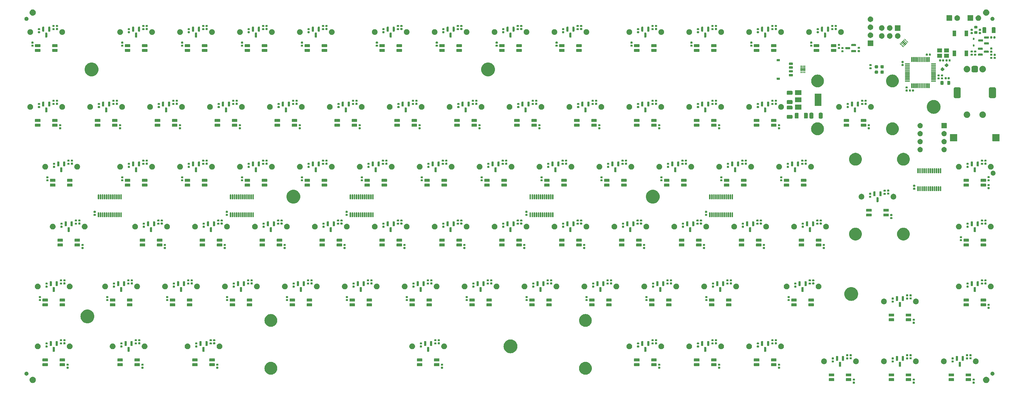
<source format=gbr>
%TF.GenerationSoftware,KiCad,Pcbnew,7.0.6*%
%TF.CreationDate,2024-02-21T18:21:49+00:00*%
%TF.ProjectId,MoonBoard,4d6f6f6e-426f-4617-9264-2e6b69636164,rev?*%
%TF.SameCoordinates,Original*%
%TF.FileFunction,Soldermask,Bot*%
%TF.FilePolarity,Negative*%
%FSLAX46Y46*%
G04 Gerber Fmt 4.6, Leading zero omitted, Abs format (unit mm)*
G04 Created by KiCad (PCBNEW 7.0.6) date 2024-02-21 18:21:49*
%MOMM*%
%LPD*%
G01*
G04 APERTURE LIST*
G04 APERTURE END LIST*
G36*
X309130618Y-188265548D02*
G01*
X309188365Y-188304134D01*
X309226951Y-188361881D01*
X309240500Y-188429999D01*
X309240500Y-188709999D01*
X309226951Y-188778117D01*
X309188365Y-188835864D01*
X309130618Y-188874450D01*
X309062500Y-188887999D01*
X308722500Y-188887999D01*
X308654382Y-188874450D01*
X308596635Y-188835864D01*
X308558049Y-188778117D01*
X308544500Y-188709999D01*
X308544500Y-188429999D01*
X308558049Y-188361881D01*
X308596635Y-188304134D01*
X308654382Y-188265548D01*
X308722500Y-188251999D01*
X309062500Y-188251999D01*
X309130618Y-188265548D01*
G37*
G36*
X328180618Y-188265548D02*
G01*
X328238365Y-188304134D01*
X328276951Y-188361881D01*
X328290500Y-188429999D01*
X328290500Y-188709999D01*
X328276951Y-188778117D01*
X328238365Y-188835864D01*
X328180618Y-188874450D01*
X328112500Y-188887999D01*
X327772500Y-188887999D01*
X327704382Y-188874450D01*
X327646635Y-188835864D01*
X327608049Y-188778117D01*
X327594500Y-188709999D01*
X327594500Y-188429999D01*
X327608049Y-188361881D01*
X327646635Y-188304134D01*
X327704382Y-188265548D01*
X327772500Y-188251999D01*
X328112500Y-188251999D01*
X328180618Y-188265548D01*
G37*
G36*
X347230618Y-188265548D02*
G01*
X347288365Y-188304134D01*
X347326951Y-188361881D01*
X347340500Y-188429999D01*
X347340500Y-188709999D01*
X347326951Y-188778117D01*
X347288365Y-188835864D01*
X347230618Y-188874450D01*
X347162500Y-188887999D01*
X346822500Y-188887999D01*
X346754382Y-188874450D01*
X346696635Y-188835864D01*
X346658049Y-188778117D01*
X346644500Y-188709999D01*
X346644500Y-188429999D01*
X346658049Y-188361881D01*
X346696635Y-188304134D01*
X346754382Y-188265548D01*
X346822500Y-188251999D01*
X347162500Y-188251999D01*
X347230618Y-188265548D01*
G37*
G36*
X47975090Y-186719215D02*
G01*
X48162683Y-186776120D01*
X48335570Y-186868530D01*
X48487107Y-186992893D01*
X48611470Y-187144430D01*
X48703880Y-187317317D01*
X48760785Y-187504910D01*
X48780000Y-187700000D01*
X48760785Y-187895090D01*
X48703880Y-188082683D01*
X48611470Y-188255570D01*
X48487107Y-188407107D01*
X48335570Y-188531470D01*
X48162683Y-188623880D01*
X47975090Y-188680785D01*
X47780000Y-188700000D01*
X47584910Y-188680785D01*
X47397317Y-188623880D01*
X47224430Y-188531470D01*
X47072893Y-188407107D01*
X46948530Y-188255570D01*
X46856120Y-188082683D01*
X46799215Y-187895090D01*
X46780000Y-187700000D01*
X46799215Y-187504910D01*
X46856120Y-187317317D01*
X46948530Y-187144430D01*
X47072893Y-186992893D01*
X47224430Y-186868530D01*
X47397317Y-186776120D01*
X47584910Y-186719215D01*
X47780000Y-186700000D01*
X47975090Y-186719215D01*
G37*
G36*
X351175090Y-186719215D02*
G01*
X351362683Y-186776120D01*
X351535570Y-186868530D01*
X351687107Y-186992893D01*
X351811470Y-187144430D01*
X351903880Y-187317317D01*
X351960785Y-187504910D01*
X351980000Y-187700000D01*
X351960785Y-187895090D01*
X351903880Y-188082683D01*
X351811470Y-188255570D01*
X351687107Y-188407107D01*
X351535570Y-188531470D01*
X351362683Y-188623880D01*
X351175090Y-188680785D01*
X350980000Y-188700000D01*
X350784910Y-188680785D01*
X350597317Y-188623880D01*
X350424430Y-188531470D01*
X350272893Y-188407107D01*
X350148530Y-188255570D01*
X350056120Y-188082683D01*
X349999215Y-187895090D01*
X349980000Y-187700000D01*
X349999215Y-187504910D01*
X350056120Y-187317317D01*
X350148530Y-187144430D01*
X350272893Y-186992893D01*
X350424430Y-186868530D01*
X350597317Y-186776120D01*
X350784910Y-186719215D01*
X350980000Y-186700000D01*
X351175090Y-186719215D01*
G37*
G36*
X302556422Y-187171135D02*
G01*
X302595353Y-187197148D01*
X302621366Y-187236079D01*
X302630500Y-187282001D01*
X302630500Y-187938001D01*
X302621366Y-187983923D01*
X302595353Y-188022854D01*
X302556422Y-188048867D01*
X302510500Y-188058001D01*
X301024500Y-188058001D01*
X300978578Y-188048867D01*
X300939647Y-188022854D01*
X300913634Y-187983923D01*
X300904500Y-187938001D01*
X300904500Y-187282001D01*
X300913634Y-187236079D01*
X300939647Y-187197148D01*
X300978578Y-187171135D01*
X301024500Y-187162001D01*
X302510500Y-187162001D01*
X302556422Y-187171135D01*
G37*
G36*
X308006422Y-187171135D02*
G01*
X308045353Y-187197148D01*
X308071366Y-187236079D01*
X308080500Y-187282001D01*
X308080500Y-187938001D01*
X308071366Y-187983923D01*
X308045353Y-188022854D01*
X308006422Y-188048867D01*
X307960500Y-188058001D01*
X306474500Y-188058001D01*
X306428578Y-188048867D01*
X306389647Y-188022854D01*
X306363634Y-187983923D01*
X306354500Y-187938001D01*
X306354500Y-187282001D01*
X306363634Y-187236079D01*
X306389647Y-187197148D01*
X306428578Y-187171135D01*
X306474500Y-187162001D01*
X307960500Y-187162001D01*
X308006422Y-187171135D01*
G37*
G36*
X321606422Y-187171135D02*
G01*
X321645353Y-187197148D01*
X321671366Y-187236079D01*
X321680500Y-187282001D01*
X321680500Y-187938001D01*
X321671366Y-187983923D01*
X321645353Y-188022854D01*
X321606422Y-188048867D01*
X321560500Y-188058001D01*
X320074500Y-188058001D01*
X320028578Y-188048867D01*
X319989647Y-188022854D01*
X319963634Y-187983923D01*
X319954500Y-187938001D01*
X319954500Y-187282001D01*
X319963634Y-187236079D01*
X319989647Y-187197148D01*
X320028578Y-187171135D01*
X320074500Y-187162001D01*
X321560500Y-187162001D01*
X321606422Y-187171135D01*
G37*
G36*
X327056422Y-187171135D02*
G01*
X327095353Y-187197148D01*
X327121366Y-187236079D01*
X327130500Y-187282001D01*
X327130500Y-187938001D01*
X327121366Y-187983923D01*
X327095353Y-188022854D01*
X327056422Y-188048867D01*
X327010500Y-188058001D01*
X325524500Y-188058001D01*
X325478578Y-188048867D01*
X325439647Y-188022854D01*
X325413634Y-187983923D01*
X325404500Y-187938001D01*
X325404500Y-187282001D01*
X325413634Y-187236079D01*
X325439647Y-187197148D01*
X325478578Y-187171135D01*
X325524500Y-187162001D01*
X327010500Y-187162001D01*
X327056422Y-187171135D01*
G37*
G36*
X340656422Y-187171135D02*
G01*
X340695353Y-187197148D01*
X340721366Y-187236079D01*
X340730500Y-187282001D01*
X340730500Y-187938001D01*
X340721366Y-187983923D01*
X340695353Y-188022854D01*
X340656422Y-188048867D01*
X340610500Y-188058001D01*
X339124500Y-188058001D01*
X339078578Y-188048867D01*
X339039647Y-188022854D01*
X339013634Y-187983923D01*
X339004500Y-187938001D01*
X339004500Y-187282001D01*
X339013634Y-187236079D01*
X339039647Y-187197148D01*
X339078578Y-187171135D01*
X339124500Y-187162001D01*
X340610500Y-187162001D01*
X340656422Y-187171135D01*
G37*
G36*
X346106422Y-187171135D02*
G01*
X346145353Y-187197148D01*
X346171366Y-187236079D01*
X346180500Y-187282001D01*
X346180500Y-187938001D01*
X346171366Y-187983923D01*
X346145353Y-188022854D01*
X346106422Y-188048867D01*
X346060500Y-188058001D01*
X344574500Y-188058001D01*
X344528578Y-188048867D01*
X344489647Y-188022854D01*
X344463634Y-187983923D01*
X344454500Y-187938001D01*
X344454500Y-187282001D01*
X344463634Y-187236079D01*
X344489647Y-187197148D01*
X344528578Y-187171135D01*
X344574500Y-187162001D01*
X346060500Y-187162001D01*
X346106422Y-187171135D01*
G37*
G36*
X309130618Y-187305548D02*
G01*
X309188365Y-187344134D01*
X309226951Y-187401881D01*
X309240500Y-187469999D01*
X309240500Y-187749999D01*
X309226951Y-187818117D01*
X309188365Y-187875864D01*
X309130618Y-187914450D01*
X309062500Y-187927999D01*
X308722500Y-187927999D01*
X308654382Y-187914450D01*
X308596635Y-187875864D01*
X308558049Y-187818117D01*
X308544500Y-187749999D01*
X308544500Y-187469999D01*
X308558049Y-187401881D01*
X308596635Y-187344134D01*
X308654382Y-187305548D01*
X308722500Y-187291999D01*
X309062500Y-187291999D01*
X309130618Y-187305548D01*
G37*
G36*
X328180618Y-187305548D02*
G01*
X328238365Y-187344134D01*
X328276951Y-187401881D01*
X328290500Y-187469999D01*
X328290500Y-187749999D01*
X328276951Y-187818117D01*
X328238365Y-187875864D01*
X328180618Y-187914450D01*
X328112500Y-187927999D01*
X327772500Y-187927999D01*
X327704382Y-187914450D01*
X327646635Y-187875864D01*
X327608049Y-187818117D01*
X327594500Y-187749999D01*
X327594500Y-187469999D01*
X327608049Y-187401881D01*
X327646635Y-187344134D01*
X327704382Y-187305548D01*
X327772500Y-187291999D01*
X328112500Y-187291999D01*
X328180618Y-187305548D01*
G37*
G36*
X347230618Y-187305548D02*
G01*
X347288365Y-187344134D01*
X347326951Y-187401881D01*
X347340500Y-187469999D01*
X347340500Y-187749999D01*
X347326951Y-187818117D01*
X347288365Y-187875864D01*
X347230618Y-187914450D01*
X347162500Y-187927999D01*
X346822500Y-187927999D01*
X346754382Y-187914450D01*
X346696635Y-187875864D01*
X346658049Y-187818117D01*
X346644500Y-187749999D01*
X346644500Y-187469999D01*
X346658049Y-187401881D01*
X346696635Y-187344134D01*
X346754382Y-187305548D01*
X346822500Y-187291999D01*
X347162500Y-187291999D01*
X347230618Y-187305548D01*
G37*
G36*
X302556422Y-185661135D02*
G01*
X302595353Y-185687148D01*
X302621366Y-185726079D01*
X302630500Y-185772001D01*
X302630500Y-186428001D01*
X302621366Y-186473923D01*
X302595353Y-186512854D01*
X302556422Y-186538867D01*
X302510500Y-186548001D01*
X301024500Y-186548001D01*
X300978578Y-186538867D01*
X300939647Y-186512854D01*
X300913634Y-186473923D01*
X300904500Y-186428001D01*
X300904500Y-185772001D01*
X300913634Y-185726079D01*
X300939647Y-185687148D01*
X300978578Y-185661135D01*
X301024500Y-185652001D01*
X302510500Y-185652001D01*
X302556422Y-185661135D01*
G37*
G36*
X308006423Y-185661141D02*
G01*
X308045353Y-185687154D01*
X308071366Y-185726084D01*
X308080499Y-185772007D01*
X308080499Y-185776923D01*
X308080500Y-185776928D01*
X308080500Y-186130783D01*
X308080500Y-186428002D01*
X308071366Y-186473924D01*
X308045353Y-186512854D01*
X308006423Y-186538867D01*
X307960500Y-186548000D01*
X307955583Y-186548000D01*
X307955578Y-186548001D01*
X306479422Y-186548001D01*
X306479421Y-186548000D01*
X306474499Y-186548001D01*
X306428577Y-186538867D01*
X306389647Y-186512854D01*
X306363634Y-186473924D01*
X306354501Y-186428001D01*
X306354500Y-186423083D01*
X306354500Y-186423079D01*
X306354500Y-185776928D01*
X306354500Y-185776927D01*
X306354500Y-185772006D01*
X306363634Y-185726084D01*
X306389647Y-185687154D01*
X306428577Y-185661141D01*
X306474500Y-185652008D01*
X306479416Y-185652007D01*
X306479422Y-185652007D01*
X307955578Y-185652007D01*
X307960501Y-185652007D01*
X308006423Y-185661141D01*
G37*
G36*
X321606422Y-185661135D02*
G01*
X321645353Y-185687148D01*
X321671366Y-185726079D01*
X321680500Y-185772001D01*
X321680500Y-186428001D01*
X321671366Y-186473923D01*
X321645353Y-186512854D01*
X321606422Y-186538867D01*
X321560500Y-186548001D01*
X320074500Y-186548001D01*
X320028578Y-186538867D01*
X319989647Y-186512854D01*
X319963634Y-186473923D01*
X319954500Y-186428001D01*
X319954500Y-185772001D01*
X319963634Y-185726079D01*
X319989647Y-185687148D01*
X320028578Y-185661135D01*
X320074500Y-185652001D01*
X321560500Y-185652001D01*
X321606422Y-185661135D01*
G37*
G36*
X327056423Y-185661141D02*
G01*
X327095353Y-185687154D01*
X327121366Y-185726084D01*
X327130499Y-185772007D01*
X327130499Y-185776923D01*
X327130500Y-185776928D01*
X327130500Y-186130783D01*
X327130500Y-186428002D01*
X327121366Y-186473924D01*
X327095353Y-186512854D01*
X327056423Y-186538867D01*
X327010500Y-186548000D01*
X327005583Y-186548000D01*
X327005578Y-186548001D01*
X325529422Y-186548001D01*
X325529421Y-186548000D01*
X325524499Y-186548001D01*
X325478577Y-186538867D01*
X325439647Y-186512854D01*
X325413634Y-186473924D01*
X325404501Y-186428001D01*
X325404500Y-186423083D01*
X325404500Y-186423079D01*
X325404500Y-185776928D01*
X325404500Y-185776927D01*
X325404500Y-185772006D01*
X325413634Y-185726084D01*
X325439647Y-185687154D01*
X325478577Y-185661141D01*
X325524500Y-185652008D01*
X325529416Y-185652007D01*
X325529422Y-185652007D01*
X327005578Y-185652007D01*
X327010501Y-185652007D01*
X327056423Y-185661141D01*
G37*
G36*
X340656422Y-185661135D02*
G01*
X340695353Y-185687148D01*
X340721366Y-185726079D01*
X340730500Y-185772001D01*
X340730500Y-186428001D01*
X340721366Y-186473923D01*
X340695353Y-186512854D01*
X340656422Y-186538867D01*
X340610500Y-186548001D01*
X339124500Y-186548001D01*
X339078578Y-186538867D01*
X339039647Y-186512854D01*
X339013634Y-186473923D01*
X339004500Y-186428001D01*
X339004500Y-185772001D01*
X339013634Y-185726079D01*
X339039647Y-185687148D01*
X339078578Y-185661135D01*
X339124500Y-185652001D01*
X340610500Y-185652001D01*
X340656422Y-185661135D01*
G37*
G36*
X346106423Y-185661141D02*
G01*
X346145353Y-185687154D01*
X346171366Y-185726084D01*
X346180499Y-185772007D01*
X346180499Y-185776923D01*
X346180500Y-185776928D01*
X346180500Y-186130783D01*
X346180500Y-186428002D01*
X346171366Y-186473924D01*
X346145353Y-186512854D01*
X346106423Y-186538867D01*
X346060500Y-186548000D01*
X346055583Y-186548000D01*
X346055578Y-186548001D01*
X344579422Y-186548001D01*
X344579421Y-186548000D01*
X344574499Y-186548001D01*
X344528577Y-186538867D01*
X344489647Y-186512854D01*
X344463634Y-186473924D01*
X344454501Y-186428001D01*
X344454500Y-186423083D01*
X344454500Y-186423079D01*
X344454500Y-185776928D01*
X344454500Y-185776927D01*
X344454500Y-185772006D01*
X344463634Y-185726084D01*
X344489647Y-185687154D01*
X344528577Y-185661141D01*
X344574500Y-185652008D01*
X344579416Y-185652007D01*
X344579422Y-185652007D01*
X346055578Y-185652007D01*
X346060501Y-185652007D01*
X346106423Y-185661141D01*
G37*
G36*
X46010493Y-185092239D02*
G01*
X46149242Y-185165060D01*
X46266532Y-185268970D01*
X46355546Y-185397930D01*
X46411112Y-185544445D01*
X46430000Y-185700000D01*
X46411112Y-185855555D01*
X46355546Y-186002070D01*
X46266532Y-186131030D01*
X46149242Y-186234940D01*
X46010493Y-186307761D01*
X45858349Y-186345261D01*
X45701651Y-186345261D01*
X45549507Y-186307761D01*
X45410758Y-186234940D01*
X45293468Y-186131030D01*
X45204454Y-186002070D01*
X45148888Y-185855555D01*
X45130000Y-185700000D01*
X45148888Y-185544445D01*
X45204454Y-185397930D01*
X45293468Y-185268970D01*
X45410758Y-185165060D01*
X45549507Y-185092239D01*
X45701651Y-185054739D01*
X45858349Y-185054739D01*
X46010493Y-185092239D01*
G37*
G36*
X353210493Y-185092239D02*
G01*
X353349242Y-185165060D01*
X353466532Y-185268970D01*
X353555546Y-185397930D01*
X353611112Y-185544445D01*
X353630000Y-185700000D01*
X353611112Y-185855555D01*
X353555546Y-186002070D01*
X353466532Y-186131030D01*
X353349242Y-186234940D01*
X353210493Y-186307761D01*
X353058349Y-186345261D01*
X352901651Y-186345261D01*
X352749507Y-186307761D01*
X352610758Y-186234940D01*
X352493468Y-186131030D01*
X352404454Y-186002070D01*
X352348888Y-185855555D01*
X352330000Y-185700000D01*
X352348888Y-185544445D01*
X352404454Y-185397930D01*
X352493468Y-185268970D01*
X352610758Y-185165060D01*
X352749507Y-185092239D01*
X352901651Y-185054739D01*
X353058349Y-185054739D01*
X353210493Y-185092239D01*
G37*
G36*
X123932143Y-182002127D02*
G01*
X124199985Y-182077172D01*
X124455113Y-182187990D01*
X124692774Y-182332515D01*
X124908543Y-182508056D01*
X125098400Y-182711343D01*
X125258807Y-182938588D01*
X125386777Y-183185559D01*
X125479925Y-183447654D01*
X125536518Y-183719992D01*
X125555500Y-183997500D01*
X125536518Y-184275008D01*
X125479925Y-184547346D01*
X125386777Y-184809441D01*
X125258807Y-185056412D01*
X125098400Y-185283657D01*
X124908543Y-185486944D01*
X124692774Y-185662485D01*
X124455113Y-185807010D01*
X124199985Y-185917828D01*
X123932143Y-185992873D01*
X123656578Y-186030749D01*
X123378422Y-186030749D01*
X123102857Y-185992873D01*
X122835015Y-185917828D01*
X122579887Y-185807010D01*
X122342226Y-185662485D01*
X122126457Y-185486944D01*
X121936600Y-185283657D01*
X121776193Y-185056412D01*
X121648223Y-184809441D01*
X121555075Y-184547346D01*
X121498482Y-184275008D01*
X121479500Y-183997500D01*
X121498482Y-183719992D01*
X121555075Y-183447654D01*
X121648223Y-183185559D01*
X121776193Y-182938588D01*
X121936600Y-182711343D01*
X122126457Y-182508056D01*
X122342226Y-182332515D01*
X122579887Y-182187990D01*
X122835015Y-182077172D01*
X123102857Y-182002127D01*
X123378422Y-181964251D01*
X123656578Y-181964251D01*
X123932143Y-182002127D01*
G37*
G36*
X223944643Y-182002127D02*
G01*
X224212485Y-182077172D01*
X224467613Y-182187990D01*
X224705274Y-182332515D01*
X224921043Y-182508056D01*
X225110900Y-182711343D01*
X225271307Y-182938588D01*
X225399277Y-183185559D01*
X225492425Y-183447654D01*
X225549018Y-183719992D01*
X225568000Y-183997500D01*
X225549018Y-184275008D01*
X225492425Y-184547346D01*
X225399277Y-184809441D01*
X225271307Y-185056412D01*
X225110900Y-185283657D01*
X224921043Y-185486944D01*
X224705274Y-185662485D01*
X224467613Y-185807010D01*
X224212485Y-185917828D01*
X223944643Y-185992873D01*
X223669078Y-186030749D01*
X223390922Y-186030749D01*
X223115357Y-185992873D01*
X222847515Y-185917828D01*
X222592387Y-185807010D01*
X222354726Y-185662485D01*
X222138957Y-185486944D01*
X221949100Y-185283657D01*
X221788693Y-185056412D01*
X221660723Y-184809441D01*
X221567575Y-184547346D01*
X221510982Y-184275008D01*
X221492000Y-183997500D01*
X221510982Y-183719992D01*
X221567575Y-183447654D01*
X221660723Y-183185559D01*
X221788693Y-182938588D01*
X221949100Y-182711343D01*
X222138957Y-182508056D01*
X222354726Y-182332515D01*
X222592387Y-182187990D01*
X222847515Y-182077172D01*
X223115357Y-182002127D01*
X223390922Y-181964251D01*
X223669078Y-181964251D01*
X223944643Y-182002127D01*
G37*
G36*
X59099368Y-183503048D02*
G01*
X59157115Y-183541634D01*
X59195701Y-183599381D01*
X59209250Y-183667499D01*
X59209250Y-183947499D01*
X59195701Y-184015617D01*
X59157115Y-184073364D01*
X59099368Y-184111950D01*
X59031250Y-184125499D01*
X58691250Y-184125499D01*
X58623132Y-184111950D01*
X58565385Y-184073364D01*
X58526799Y-184015617D01*
X58513250Y-183947499D01*
X58513250Y-183667499D01*
X58526799Y-183599381D01*
X58565385Y-183541634D01*
X58623132Y-183503048D01*
X58691250Y-183489499D01*
X59031250Y-183489499D01*
X59099368Y-183503048D01*
G37*
G36*
X82911868Y-183503048D02*
G01*
X82969615Y-183541634D01*
X83008201Y-183599381D01*
X83021750Y-183667499D01*
X83021750Y-183947499D01*
X83008201Y-184015617D01*
X82969615Y-184073364D01*
X82911868Y-184111950D01*
X82843750Y-184125499D01*
X82503750Y-184125499D01*
X82435632Y-184111950D01*
X82377885Y-184073364D01*
X82339299Y-184015617D01*
X82325750Y-183947499D01*
X82325750Y-183667499D01*
X82339299Y-183599381D01*
X82377885Y-183541634D01*
X82435632Y-183503048D01*
X82503750Y-183489499D01*
X82843750Y-183489499D01*
X82911868Y-183503048D01*
G37*
G36*
X106724368Y-183503048D02*
G01*
X106782115Y-183541634D01*
X106820701Y-183599381D01*
X106834250Y-183667499D01*
X106834250Y-183947499D01*
X106820701Y-184015617D01*
X106782115Y-184073364D01*
X106724368Y-184111950D01*
X106656250Y-184125499D01*
X106316250Y-184125499D01*
X106248132Y-184111950D01*
X106190385Y-184073364D01*
X106151799Y-184015617D01*
X106138250Y-183947499D01*
X106138250Y-183667499D01*
X106151799Y-183599381D01*
X106190385Y-183541634D01*
X106248132Y-183503048D01*
X106316250Y-183489499D01*
X106656250Y-183489499D01*
X106724368Y-183503048D01*
G37*
G36*
X178161868Y-183503048D02*
G01*
X178219615Y-183541634D01*
X178258201Y-183599381D01*
X178271750Y-183667499D01*
X178271750Y-183947499D01*
X178258201Y-184015617D01*
X178219615Y-184073364D01*
X178161868Y-184111950D01*
X178093750Y-184125499D01*
X177753750Y-184125499D01*
X177685632Y-184111950D01*
X177627885Y-184073364D01*
X177589299Y-184015617D01*
X177575750Y-183947499D01*
X177575750Y-183667499D01*
X177589299Y-183599381D01*
X177627885Y-183541634D01*
X177685632Y-183503048D01*
X177753750Y-183489499D01*
X178093750Y-183489499D01*
X178161868Y-183503048D01*
G37*
G36*
X247218118Y-183503048D02*
G01*
X247275865Y-183541634D01*
X247314451Y-183599381D01*
X247328000Y-183667499D01*
X247328000Y-183947499D01*
X247314451Y-184015617D01*
X247275865Y-184073364D01*
X247218118Y-184111950D01*
X247150000Y-184125499D01*
X246810000Y-184125499D01*
X246741882Y-184111950D01*
X246684135Y-184073364D01*
X246645549Y-184015617D01*
X246632000Y-183947499D01*
X246632000Y-183667499D01*
X246645549Y-183599381D01*
X246684135Y-183541634D01*
X246741882Y-183503048D01*
X246810000Y-183489499D01*
X247150000Y-183489499D01*
X247218118Y-183503048D01*
G37*
G36*
X266268118Y-183503048D02*
G01*
X266325865Y-183541634D01*
X266364451Y-183599381D01*
X266378000Y-183667499D01*
X266378000Y-183947499D01*
X266364451Y-184015617D01*
X266325865Y-184073364D01*
X266268118Y-184111950D01*
X266200000Y-184125499D01*
X265860000Y-184125499D01*
X265791882Y-184111950D01*
X265734135Y-184073364D01*
X265695549Y-184015617D01*
X265682000Y-183947499D01*
X265682000Y-183667499D01*
X265695549Y-183599381D01*
X265734135Y-183541634D01*
X265791882Y-183503048D01*
X265860000Y-183489499D01*
X266200000Y-183489499D01*
X266268118Y-183503048D01*
G37*
G36*
X285318118Y-183503048D02*
G01*
X285375865Y-183541634D01*
X285414451Y-183599381D01*
X285428000Y-183667499D01*
X285428000Y-183947499D01*
X285414451Y-184015617D01*
X285375865Y-184073364D01*
X285318118Y-184111950D01*
X285250000Y-184125499D01*
X284910000Y-184125499D01*
X284841882Y-184111950D01*
X284784135Y-184073364D01*
X284745549Y-184015617D01*
X284732000Y-183947499D01*
X284732000Y-183667499D01*
X284745549Y-183599381D01*
X284784135Y-183541634D01*
X284841882Y-183503048D01*
X284910000Y-183489499D01*
X285250000Y-183489499D01*
X285318118Y-183503048D01*
G37*
G36*
X304714444Y-181971311D02*
G01*
X304775436Y-182012064D01*
X304816189Y-182073056D01*
X304830500Y-182145000D01*
X304830500Y-183320000D01*
X304816189Y-183391944D01*
X304775436Y-183452936D01*
X304714444Y-183493689D01*
X304642500Y-183508000D01*
X304342500Y-183508000D01*
X304270556Y-183493689D01*
X304209564Y-183452936D01*
X304168811Y-183391944D01*
X304154500Y-183320000D01*
X304154500Y-182145000D01*
X304168811Y-182073056D01*
X304209564Y-182012064D01*
X304270556Y-181971311D01*
X304342500Y-181957000D01*
X304642500Y-181957000D01*
X304714444Y-181971311D01*
G37*
G36*
X323764444Y-181971311D02*
G01*
X323825436Y-182012064D01*
X323866189Y-182073056D01*
X323880500Y-182145000D01*
X323880500Y-183320000D01*
X323866189Y-183391944D01*
X323825436Y-183452936D01*
X323764444Y-183493689D01*
X323692500Y-183508000D01*
X323392500Y-183508000D01*
X323320556Y-183493689D01*
X323259564Y-183452936D01*
X323218811Y-183391944D01*
X323204500Y-183320000D01*
X323204500Y-182145000D01*
X323218811Y-182073056D01*
X323259564Y-182012064D01*
X323320556Y-181971311D01*
X323392500Y-181957000D01*
X323692500Y-181957000D01*
X323764444Y-181971311D01*
G37*
G36*
X342814444Y-181971311D02*
G01*
X342875436Y-182012064D01*
X342916189Y-182073056D01*
X342930500Y-182145000D01*
X342930500Y-183320000D01*
X342916189Y-183391944D01*
X342875436Y-183452936D01*
X342814444Y-183493689D01*
X342742500Y-183508000D01*
X342442500Y-183508000D01*
X342370556Y-183493689D01*
X342309564Y-183452936D01*
X342268811Y-183391944D01*
X342254500Y-183320000D01*
X342254500Y-182145000D01*
X342268811Y-182073056D01*
X342309564Y-182012064D01*
X342370556Y-181971311D01*
X342442500Y-181957000D01*
X342742500Y-181957000D01*
X342814444Y-181971311D01*
G37*
G36*
X52525172Y-182408635D02*
G01*
X52564103Y-182434648D01*
X52590116Y-182473579D01*
X52599250Y-182519501D01*
X52599250Y-183175501D01*
X52590116Y-183221423D01*
X52564103Y-183260354D01*
X52525172Y-183286367D01*
X52479250Y-183295501D01*
X50993250Y-183295501D01*
X50947328Y-183286367D01*
X50908397Y-183260354D01*
X50882384Y-183221423D01*
X50873250Y-183175501D01*
X50873250Y-182519501D01*
X50882384Y-182473579D01*
X50908397Y-182434648D01*
X50947328Y-182408635D01*
X50993250Y-182399501D01*
X52479250Y-182399501D01*
X52525172Y-182408635D01*
G37*
G36*
X57975172Y-182408635D02*
G01*
X58014103Y-182434648D01*
X58040116Y-182473579D01*
X58049250Y-182519501D01*
X58049250Y-183175501D01*
X58040116Y-183221423D01*
X58014103Y-183260354D01*
X57975172Y-183286367D01*
X57929250Y-183295501D01*
X56443250Y-183295501D01*
X56397328Y-183286367D01*
X56358397Y-183260354D01*
X56332384Y-183221423D01*
X56323250Y-183175501D01*
X56323250Y-182519501D01*
X56332384Y-182473579D01*
X56358397Y-182434648D01*
X56397328Y-182408635D01*
X56443250Y-182399501D01*
X57929250Y-182399501D01*
X57975172Y-182408635D01*
G37*
G36*
X76337672Y-182408635D02*
G01*
X76376603Y-182434648D01*
X76402616Y-182473579D01*
X76411750Y-182519501D01*
X76411750Y-183175501D01*
X76402616Y-183221423D01*
X76376603Y-183260354D01*
X76337672Y-183286367D01*
X76291750Y-183295501D01*
X74805750Y-183295501D01*
X74759828Y-183286367D01*
X74720897Y-183260354D01*
X74694884Y-183221423D01*
X74685750Y-183175501D01*
X74685750Y-182519501D01*
X74694884Y-182473579D01*
X74720897Y-182434648D01*
X74759828Y-182408635D01*
X74805750Y-182399501D01*
X76291750Y-182399501D01*
X76337672Y-182408635D01*
G37*
G36*
X81787672Y-182408635D02*
G01*
X81826603Y-182434648D01*
X81852616Y-182473579D01*
X81861750Y-182519501D01*
X81861750Y-183175501D01*
X81852616Y-183221423D01*
X81826603Y-183260354D01*
X81787672Y-183286367D01*
X81741750Y-183295501D01*
X80255750Y-183295501D01*
X80209828Y-183286367D01*
X80170897Y-183260354D01*
X80144884Y-183221423D01*
X80135750Y-183175501D01*
X80135750Y-182519501D01*
X80144884Y-182473579D01*
X80170897Y-182434648D01*
X80209828Y-182408635D01*
X80255750Y-182399501D01*
X81741750Y-182399501D01*
X81787672Y-182408635D01*
G37*
G36*
X100150172Y-182408635D02*
G01*
X100189103Y-182434648D01*
X100215116Y-182473579D01*
X100224250Y-182519501D01*
X100224250Y-183175501D01*
X100215116Y-183221423D01*
X100189103Y-183260354D01*
X100150172Y-183286367D01*
X100104250Y-183295501D01*
X98618250Y-183295501D01*
X98572328Y-183286367D01*
X98533397Y-183260354D01*
X98507384Y-183221423D01*
X98498250Y-183175501D01*
X98498250Y-182519501D01*
X98507384Y-182473579D01*
X98533397Y-182434648D01*
X98572328Y-182408635D01*
X98618250Y-182399501D01*
X100104250Y-182399501D01*
X100150172Y-182408635D01*
G37*
G36*
X105600172Y-182408635D02*
G01*
X105639103Y-182434648D01*
X105665116Y-182473579D01*
X105674250Y-182519501D01*
X105674250Y-183175501D01*
X105665116Y-183221423D01*
X105639103Y-183260354D01*
X105600172Y-183286367D01*
X105554250Y-183295501D01*
X104068250Y-183295501D01*
X104022328Y-183286367D01*
X103983397Y-183260354D01*
X103957384Y-183221423D01*
X103948250Y-183175501D01*
X103948250Y-182519501D01*
X103957384Y-182473579D01*
X103983397Y-182434648D01*
X104022328Y-182408635D01*
X104068250Y-182399501D01*
X105554250Y-182399501D01*
X105600172Y-182408635D01*
G37*
G36*
X171587672Y-182408635D02*
G01*
X171626603Y-182434648D01*
X171652616Y-182473579D01*
X171661750Y-182519501D01*
X171661750Y-183175501D01*
X171652616Y-183221423D01*
X171626603Y-183260354D01*
X171587672Y-183286367D01*
X171541750Y-183295501D01*
X170055750Y-183295501D01*
X170009828Y-183286367D01*
X169970897Y-183260354D01*
X169944884Y-183221423D01*
X169935750Y-183175501D01*
X169935750Y-182519501D01*
X169944884Y-182473579D01*
X169970897Y-182434648D01*
X170009828Y-182408635D01*
X170055750Y-182399501D01*
X171541750Y-182399501D01*
X171587672Y-182408635D01*
G37*
G36*
X177037672Y-182408635D02*
G01*
X177076603Y-182434648D01*
X177102616Y-182473579D01*
X177111750Y-182519501D01*
X177111750Y-183175501D01*
X177102616Y-183221423D01*
X177076603Y-183260354D01*
X177037672Y-183286367D01*
X176991750Y-183295501D01*
X175505750Y-183295501D01*
X175459828Y-183286367D01*
X175420897Y-183260354D01*
X175394884Y-183221423D01*
X175385750Y-183175501D01*
X175385750Y-182519501D01*
X175394884Y-182473579D01*
X175420897Y-182434648D01*
X175459828Y-182408635D01*
X175505750Y-182399501D01*
X176991750Y-182399501D01*
X177037672Y-182408635D01*
G37*
G36*
X240643922Y-182408635D02*
G01*
X240682853Y-182434648D01*
X240708866Y-182473579D01*
X240718000Y-182519501D01*
X240718000Y-183175501D01*
X240708866Y-183221423D01*
X240682853Y-183260354D01*
X240643922Y-183286367D01*
X240598000Y-183295501D01*
X239112000Y-183295501D01*
X239066078Y-183286367D01*
X239027147Y-183260354D01*
X239001134Y-183221423D01*
X238992000Y-183175501D01*
X238992000Y-182519501D01*
X239001134Y-182473579D01*
X239027147Y-182434648D01*
X239066078Y-182408635D01*
X239112000Y-182399501D01*
X240598000Y-182399501D01*
X240643922Y-182408635D01*
G37*
G36*
X246093922Y-182408635D02*
G01*
X246132853Y-182434648D01*
X246158866Y-182473579D01*
X246168000Y-182519501D01*
X246168000Y-183175501D01*
X246158866Y-183221423D01*
X246132853Y-183260354D01*
X246093922Y-183286367D01*
X246048000Y-183295501D01*
X244562000Y-183295501D01*
X244516078Y-183286367D01*
X244477147Y-183260354D01*
X244451134Y-183221423D01*
X244442000Y-183175501D01*
X244442000Y-182519501D01*
X244451134Y-182473579D01*
X244477147Y-182434648D01*
X244516078Y-182408635D01*
X244562000Y-182399501D01*
X246048000Y-182399501D01*
X246093922Y-182408635D01*
G37*
G36*
X259693922Y-182408635D02*
G01*
X259732853Y-182434648D01*
X259758866Y-182473579D01*
X259768000Y-182519501D01*
X259768000Y-183175501D01*
X259758866Y-183221423D01*
X259732853Y-183260354D01*
X259693922Y-183286367D01*
X259648000Y-183295501D01*
X258162000Y-183295501D01*
X258116078Y-183286367D01*
X258077147Y-183260354D01*
X258051134Y-183221423D01*
X258042000Y-183175501D01*
X258042000Y-182519501D01*
X258051134Y-182473579D01*
X258077147Y-182434648D01*
X258116078Y-182408635D01*
X258162000Y-182399501D01*
X259648000Y-182399501D01*
X259693922Y-182408635D01*
G37*
G36*
X265143922Y-182408635D02*
G01*
X265182853Y-182434648D01*
X265208866Y-182473579D01*
X265218000Y-182519501D01*
X265218000Y-183175501D01*
X265208866Y-183221423D01*
X265182853Y-183260354D01*
X265143922Y-183286367D01*
X265098000Y-183295501D01*
X263612000Y-183295501D01*
X263566078Y-183286367D01*
X263527147Y-183260354D01*
X263501134Y-183221423D01*
X263492000Y-183175501D01*
X263492000Y-182519501D01*
X263501134Y-182473579D01*
X263527147Y-182434648D01*
X263566078Y-182408635D01*
X263612000Y-182399501D01*
X265098000Y-182399501D01*
X265143922Y-182408635D01*
G37*
G36*
X278743922Y-182408635D02*
G01*
X278782853Y-182434648D01*
X278808866Y-182473579D01*
X278818000Y-182519501D01*
X278818000Y-183175501D01*
X278808866Y-183221423D01*
X278782853Y-183260354D01*
X278743922Y-183286367D01*
X278698000Y-183295501D01*
X277212000Y-183295501D01*
X277166078Y-183286367D01*
X277127147Y-183260354D01*
X277101134Y-183221423D01*
X277092000Y-183175501D01*
X277092000Y-182519501D01*
X277101134Y-182473579D01*
X277127147Y-182434648D01*
X277166078Y-182408635D01*
X277212000Y-182399501D01*
X278698000Y-182399501D01*
X278743922Y-182408635D01*
G37*
G36*
X284193922Y-182408635D02*
G01*
X284232853Y-182434648D01*
X284258866Y-182473579D01*
X284268000Y-182519501D01*
X284268000Y-183175501D01*
X284258866Y-183221423D01*
X284232853Y-183260354D01*
X284193922Y-183286367D01*
X284148000Y-183295501D01*
X282662000Y-183295501D01*
X282616078Y-183286367D01*
X282577147Y-183260354D01*
X282551134Y-183221423D01*
X282542000Y-183175501D01*
X282542000Y-182519501D01*
X282551134Y-182473579D01*
X282577147Y-182434648D01*
X282616078Y-182408635D01*
X282662000Y-182399501D01*
X284148000Y-182399501D01*
X284193922Y-182408635D01*
G37*
G36*
X59099368Y-182543048D02*
G01*
X59157115Y-182581634D01*
X59195701Y-182639381D01*
X59209250Y-182707499D01*
X59209250Y-182987499D01*
X59195701Y-183055617D01*
X59157115Y-183113364D01*
X59099368Y-183151950D01*
X59031250Y-183165499D01*
X58691250Y-183165499D01*
X58623132Y-183151950D01*
X58565385Y-183113364D01*
X58526799Y-183055617D01*
X58513250Y-182987499D01*
X58513250Y-182707499D01*
X58526799Y-182639381D01*
X58565385Y-182581634D01*
X58623132Y-182543048D01*
X58691250Y-182529499D01*
X59031250Y-182529499D01*
X59099368Y-182543048D01*
G37*
G36*
X82911868Y-182543048D02*
G01*
X82969615Y-182581634D01*
X83008201Y-182639381D01*
X83021750Y-182707499D01*
X83021750Y-182987499D01*
X83008201Y-183055617D01*
X82969615Y-183113364D01*
X82911868Y-183151950D01*
X82843750Y-183165499D01*
X82503750Y-183165499D01*
X82435632Y-183151950D01*
X82377885Y-183113364D01*
X82339299Y-183055617D01*
X82325750Y-182987499D01*
X82325750Y-182707499D01*
X82339299Y-182639381D01*
X82377885Y-182581634D01*
X82435632Y-182543048D01*
X82503750Y-182529499D01*
X82843750Y-182529499D01*
X82911868Y-182543048D01*
G37*
G36*
X106724368Y-182543048D02*
G01*
X106782115Y-182581634D01*
X106820701Y-182639381D01*
X106834250Y-182707499D01*
X106834250Y-182987499D01*
X106820701Y-183055617D01*
X106782115Y-183113364D01*
X106724368Y-183151950D01*
X106656250Y-183165499D01*
X106316250Y-183165499D01*
X106248132Y-183151950D01*
X106190385Y-183113364D01*
X106151799Y-183055617D01*
X106138250Y-182987499D01*
X106138250Y-182707499D01*
X106151799Y-182639381D01*
X106190385Y-182581634D01*
X106248132Y-182543048D01*
X106316250Y-182529499D01*
X106656250Y-182529499D01*
X106724368Y-182543048D01*
G37*
G36*
X178161868Y-182543048D02*
G01*
X178219615Y-182581634D01*
X178258201Y-182639381D01*
X178271750Y-182707499D01*
X178271750Y-182987499D01*
X178258201Y-183055617D01*
X178219615Y-183113364D01*
X178161868Y-183151950D01*
X178093750Y-183165499D01*
X177753750Y-183165499D01*
X177685632Y-183151950D01*
X177627885Y-183113364D01*
X177589299Y-183055617D01*
X177575750Y-182987499D01*
X177575750Y-182707499D01*
X177589299Y-182639381D01*
X177627885Y-182581634D01*
X177685632Y-182543048D01*
X177753750Y-182529499D01*
X178093750Y-182529499D01*
X178161868Y-182543048D01*
G37*
G36*
X247218118Y-182543048D02*
G01*
X247275865Y-182581634D01*
X247314451Y-182639381D01*
X247328000Y-182707499D01*
X247328000Y-182987499D01*
X247314451Y-183055617D01*
X247275865Y-183113364D01*
X247218118Y-183151950D01*
X247150000Y-183165499D01*
X246810000Y-183165499D01*
X246741882Y-183151950D01*
X246684135Y-183113364D01*
X246645549Y-183055617D01*
X246632000Y-182987499D01*
X246632000Y-182707499D01*
X246645549Y-182639381D01*
X246684135Y-182581634D01*
X246741882Y-182543048D01*
X246810000Y-182529499D01*
X247150000Y-182529499D01*
X247218118Y-182543048D01*
G37*
G36*
X266268118Y-182543048D02*
G01*
X266325865Y-182581634D01*
X266364451Y-182639381D01*
X266378000Y-182707499D01*
X266378000Y-182987499D01*
X266364451Y-183055617D01*
X266325865Y-183113364D01*
X266268118Y-183151950D01*
X266200000Y-183165499D01*
X265860000Y-183165499D01*
X265791882Y-183151950D01*
X265734135Y-183113364D01*
X265695549Y-183055617D01*
X265682000Y-182987499D01*
X265682000Y-182707499D01*
X265695549Y-182639381D01*
X265734135Y-182581634D01*
X265791882Y-182543048D01*
X265860000Y-182529499D01*
X266200000Y-182529499D01*
X266268118Y-182543048D01*
G37*
G36*
X285318118Y-182543048D02*
G01*
X285375865Y-182581634D01*
X285414451Y-182639381D01*
X285428000Y-182707499D01*
X285428000Y-182987499D01*
X285414451Y-183055617D01*
X285375865Y-183113364D01*
X285318118Y-183151950D01*
X285250000Y-183165499D01*
X284910000Y-183165499D01*
X284841882Y-183151950D01*
X284784135Y-183113364D01*
X284745549Y-183055617D01*
X284732000Y-182987499D01*
X284732000Y-182707499D01*
X284745549Y-182639381D01*
X284784135Y-182581634D01*
X284841882Y-182543048D01*
X284910000Y-182529499D01*
X285250000Y-182529499D01*
X285318118Y-182543048D01*
G37*
G36*
X299460837Y-180867002D02*
G01*
X299507934Y-180867002D01*
X299548605Y-180875646D01*
X299590569Y-180879780D01*
X299643285Y-180895771D01*
X299694633Y-180906685D01*
X299727487Y-180921312D01*
X299761799Y-180931721D01*
X299816327Y-180960867D01*
X299869000Y-180984319D01*
X299893491Y-181002112D01*
X299919599Y-181016068D01*
X299972859Y-181059777D01*
X300023416Y-181096509D01*
X300039830Y-181114738D01*
X300057917Y-181129582D01*
X300106514Y-181188798D01*
X300151133Y-181238352D01*
X300160508Y-181254590D01*
X300171431Y-181267900D01*
X300211847Y-181343512D01*
X300246567Y-181403649D01*
X300250559Y-181415937D01*
X300255778Y-181425700D01*
X300284541Y-181520523D01*
X300305549Y-181585177D01*
X300306288Y-181592214D01*
X300307719Y-181596930D01*
X300321650Y-181738378D01*
X300325500Y-181775000D01*
X300321650Y-181811624D01*
X300307719Y-181953069D01*
X300306288Y-181957783D01*
X300305549Y-181964823D01*
X300284537Y-182029490D01*
X300255778Y-182124299D01*
X300250560Y-182134059D01*
X300246567Y-182146351D01*
X300211840Y-182206500D01*
X300171431Y-182282099D01*
X300160510Y-182295405D01*
X300151133Y-182311648D01*
X300106504Y-182361212D01*
X300057917Y-182420417D01*
X300039833Y-182435257D01*
X300023416Y-182453491D01*
X299972848Y-182490230D01*
X299919599Y-182533931D01*
X299893496Y-182547883D01*
X299869000Y-182565681D01*
X299816315Y-182589137D01*
X299761799Y-182618278D01*
X299727494Y-182628683D01*
X299694633Y-182643315D01*
X299643274Y-182654231D01*
X299590569Y-182670219D01*
X299548614Y-182674351D01*
X299507934Y-182682998D01*
X299460827Y-182682998D01*
X299412500Y-182687758D01*
X299364173Y-182682998D01*
X299317066Y-182682998D01*
X299276386Y-182674351D01*
X299234430Y-182670219D01*
X299181722Y-182654230D01*
X299130367Y-182643315D01*
X299097507Y-182628684D01*
X299063200Y-182618278D01*
X299008678Y-182589135D01*
X298956000Y-182565681D01*
X298931506Y-182547885D01*
X298905400Y-182533931D01*
X298852142Y-182490224D01*
X298801584Y-182453491D01*
X298785169Y-182435260D01*
X298767082Y-182420417D01*
X298718483Y-182361199D01*
X298673867Y-182311648D01*
X298664492Y-182295410D01*
X298653568Y-182282099D01*
X298613146Y-182206476D01*
X298578433Y-182146351D01*
X298574440Y-182134064D01*
X298569221Y-182124299D01*
X298540447Y-182029444D01*
X298519451Y-181964823D01*
X298518711Y-181957788D01*
X298517280Y-181953069D01*
X298503333Y-181811472D01*
X298499500Y-181775000D01*
X298503333Y-181738530D01*
X298517280Y-181596930D01*
X298518711Y-181592209D01*
X298519451Y-181585177D01*
X298540443Y-181520569D01*
X298569221Y-181425700D01*
X298574441Y-181415932D01*
X298578433Y-181403649D01*
X298613139Y-181343535D01*
X298653568Y-181267900D01*
X298664494Y-181254586D01*
X298673867Y-181238352D01*
X298718474Y-181188810D01*
X298767082Y-181129582D01*
X298785172Y-181114735D01*
X298801584Y-181096509D01*
X298852132Y-181059783D01*
X298905400Y-181016068D01*
X298931511Y-181002110D01*
X298956000Y-180984319D01*
X299008666Y-180960869D01*
X299063200Y-180931721D01*
X299097514Y-180921312D01*
X299130367Y-180906685D01*
X299181711Y-180895771D01*
X299234430Y-180879780D01*
X299276394Y-180875646D01*
X299317066Y-180867002D01*
X299364163Y-180867002D01*
X299412500Y-180862241D01*
X299460837Y-180867002D01*
G37*
G36*
X309620837Y-180867002D02*
G01*
X309667934Y-180867002D01*
X309708605Y-180875646D01*
X309750569Y-180879780D01*
X309803285Y-180895771D01*
X309854633Y-180906685D01*
X309887487Y-180921312D01*
X309921799Y-180931721D01*
X309976327Y-180960867D01*
X310029000Y-180984319D01*
X310053491Y-181002112D01*
X310079599Y-181016068D01*
X310132859Y-181059777D01*
X310183416Y-181096509D01*
X310199830Y-181114738D01*
X310217917Y-181129582D01*
X310266514Y-181188798D01*
X310311133Y-181238352D01*
X310320508Y-181254590D01*
X310331431Y-181267900D01*
X310371847Y-181343512D01*
X310406567Y-181403649D01*
X310410559Y-181415937D01*
X310415778Y-181425700D01*
X310444541Y-181520523D01*
X310465549Y-181585177D01*
X310466288Y-181592214D01*
X310467719Y-181596930D01*
X310481650Y-181738378D01*
X310485500Y-181775000D01*
X310481650Y-181811624D01*
X310467719Y-181953069D01*
X310466288Y-181957783D01*
X310465549Y-181964823D01*
X310444537Y-182029490D01*
X310415778Y-182124299D01*
X310410560Y-182134059D01*
X310406567Y-182146351D01*
X310371840Y-182206500D01*
X310331431Y-182282099D01*
X310320510Y-182295405D01*
X310311133Y-182311648D01*
X310266504Y-182361212D01*
X310217917Y-182420417D01*
X310199833Y-182435257D01*
X310183416Y-182453491D01*
X310132848Y-182490230D01*
X310079599Y-182533931D01*
X310053496Y-182547883D01*
X310029000Y-182565681D01*
X309976315Y-182589137D01*
X309921799Y-182618278D01*
X309887494Y-182628683D01*
X309854633Y-182643315D01*
X309803274Y-182654231D01*
X309750569Y-182670219D01*
X309708614Y-182674351D01*
X309667934Y-182682998D01*
X309620827Y-182682998D01*
X309572500Y-182687758D01*
X309524173Y-182682998D01*
X309477066Y-182682998D01*
X309436386Y-182674351D01*
X309394430Y-182670219D01*
X309341722Y-182654230D01*
X309290367Y-182643315D01*
X309257507Y-182628684D01*
X309223200Y-182618278D01*
X309168678Y-182589135D01*
X309116000Y-182565681D01*
X309091506Y-182547885D01*
X309065400Y-182533931D01*
X309012142Y-182490224D01*
X308961584Y-182453491D01*
X308945169Y-182435260D01*
X308927082Y-182420417D01*
X308878483Y-182361199D01*
X308833867Y-182311648D01*
X308824492Y-182295410D01*
X308813568Y-182282099D01*
X308773146Y-182206476D01*
X308738433Y-182146351D01*
X308734440Y-182134064D01*
X308729221Y-182124299D01*
X308700447Y-182029444D01*
X308679451Y-181964823D01*
X308678711Y-181957788D01*
X308677280Y-181953069D01*
X308663333Y-181811472D01*
X308659500Y-181775000D01*
X308663333Y-181738530D01*
X308677280Y-181596930D01*
X308678711Y-181592209D01*
X308679451Y-181585177D01*
X308700443Y-181520569D01*
X308729221Y-181425700D01*
X308734441Y-181415932D01*
X308738433Y-181403649D01*
X308773139Y-181343535D01*
X308813568Y-181267900D01*
X308824494Y-181254586D01*
X308833867Y-181238352D01*
X308878474Y-181188810D01*
X308927082Y-181129582D01*
X308945172Y-181114735D01*
X308961584Y-181096509D01*
X309012132Y-181059783D01*
X309065400Y-181016068D01*
X309091511Y-181002110D01*
X309116000Y-180984319D01*
X309168666Y-180960869D01*
X309223200Y-180931721D01*
X309257514Y-180921312D01*
X309290367Y-180906685D01*
X309341711Y-180895771D01*
X309394430Y-180879780D01*
X309436394Y-180875646D01*
X309477066Y-180867002D01*
X309524163Y-180867002D01*
X309572500Y-180862241D01*
X309620837Y-180867002D01*
G37*
G36*
X318510837Y-180867002D02*
G01*
X318557934Y-180867002D01*
X318598605Y-180875646D01*
X318640569Y-180879780D01*
X318693285Y-180895771D01*
X318744633Y-180906685D01*
X318777487Y-180921312D01*
X318811799Y-180931721D01*
X318866327Y-180960867D01*
X318919000Y-180984319D01*
X318943491Y-181002112D01*
X318969599Y-181016068D01*
X319022859Y-181059777D01*
X319073416Y-181096509D01*
X319089830Y-181114738D01*
X319107917Y-181129582D01*
X319156514Y-181188798D01*
X319201133Y-181238352D01*
X319210508Y-181254590D01*
X319221431Y-181267900D01*
X319261847Y-181343512D01*
X319296567Y-181403649D01*
X319300559Y-181415937D01*
X319305778Y-181425700D01*
X319334541Y-181520523D01*
X319355549Y-181585177D01*
X319356288Y-181592214D01*
X319357719Y-181596930D01*
X319371650Y-181738378D01*
X319375500Y-181775000D01*
X319371650Y-181811624D01*
X319357719Y-181953069D01*
X319356288Y-181957783D01*
X319355549Y-181964823D01*
X319334537Y-182029490D01*
X319305778Y-182124299D01*
X319300560Y-182134059D01*
X319296567Y-182146351D01*
X319261840Y-182206500D01*
X319221431Y-182282099D01*
X319210510Y-182295405D01*
X319201133Y-182311648D01*
X319156504Y-182361212D01*
X319107917Y-182420417D01*
X319089833Y-182435257D01*
X319073416Y-182453491D01*
X319022848Y-182490230D01*
X318969599Y-182533931D01*
X318943496Y-182547883D01*
X318919000Y-182565681D01*
X318866315Y-182589137D01*
X318811799Y-182618278D01*
X318777494Y-182628683D01*
X318744633Y-182643315D01*
X318693274Y-182654231D01*
X318640569Y-182670219D01*
X318598614Y-182674351D01*
X318557934Y-182682998D01*
X318510827Y-182682998D01*
X318462500Y-182687758D01*
X318414173Y-182682998D01*
X318367066Y-182682998D01*
X318326386Y-182674351D01*
X318284430Y-182670219D01*
X318231722Y-182654230D01*
X318180367Y-182643315D01*
X318147507Y-182628684D01*
X318113200Y-182618278D01*
X318058678Y-182589135D01*
X318006000Y-182565681D01*
X317981506Y-182547885D01*
X317955400Y-182533931D01*
X317902142Y-182490224D01*
X317851584Y-182453491D01*
X317835169Y-182435260D01*
X317817082Y-182420417D01*
X317768483Y-182361199D01*
X317723867Y-182311648D01*
X317714492Y-182295410D01*
X317703568Y-182282099D01*
X317663146Y-182206476D01*
X317628433Y-182146351D01*
X317624440Y-182134064D01*
X317619221Y-182124299D01*
X317590447Y-182029444D01*
X317569451Y-181964823D01*
X317568711Y-181957788D01*
X317567280Y-181953069D01*
X317553333Y-181811472D01*
X317549500Y-181775000D01*
X317553333Y-181738530D01*
X317567280Y-181596930D01*
X317568711Y-181592209D01*
X317569451Y-181585177D01*
X317590443Y-181520569D01*
X317619221Y-181425700D01*
X317624441Y-181415932D01*
X317628433Y-181403649D01*
X317663139Y-181343535D01*
X317703568Y-181267900D01*
X317714494Y-181254586D01*
X317723867Y-181238352D01*
X317768474Y-181188810D01*
X317817082Y-181129582D01*
X317835172Y-181114735D01*
X317851584Y-181096509D01*
X317902132Y-181059783D01*
X317955400Y-181016068D01*
X317981511Y-181002110D01*
X318006000Y-180984319D01*
X318058666Y-180960869D01*
X318113200Y-180931721D01*
X318147514Y-180921312D01*
X318180367Y-180906685D01*
X318231711Y-180895771D01*
X318284430Y-180879780D01*
X318326394Y-180875646D01*
X318367066Y-180867002D01*
X318414163Y-180867002D01*
X318462500Y-180862241D01*
X318510837Y-180867002D01*
G37*
G36*
X328670837Y-180867002D02*
G01*
X328717934Y-180867002D01*
X328758605Y-180875646D01*
X328800569Y-180879780D01*
X328853285Y-180895771D01*
X328904633Y-180906685D01*
X328937487Y-180921312D01*
X328971799Y-180931721D01*
X329026327Y-180960867D01*
X329079000Y-180984319D01*
X329103491Y-181002112D01*
X329129599Y-181016068D01*
X329182859Y-181059777D01*
X329233416Y-181096509D01*
X329249830Y-181114738D01*
X329267917Y-181129582D01*
X329316514Y-181188798D01*
X329361133Y-181238352D01*
X329370508Y-181254590D01*
X329381431Y-181267900D01*
X329421847Y-181343512D01*
X329456567Y-181403649D01*
X329460559Y-181415937D01*
X329465778Y-181425700D01*
X329494541Y-181520523D01*
X329515549Y-181585177D01*
X329516288Y-181592214D01*
X329517719Y-181596930D01*
X329531650Y-181738378D01*
X329535500Y-181775000D01*
X329531650Y-181811624D01*
X329517719Y-181953069D01*
X329516288Y-181957783D01*
X329515549Y-181964823D01*
X329494537Y-182029490D01*
X329465778Y-182124299D01*
X329460560Y-182134059D01*
X329456567Y-182146351D01*
X329421840Y-182206500D01*
X329381431Y-182282099D01*
X329370510Y-182295405D01*
X329361133Y-182311648D01*
X329316504Y-182361212D01*
X329267917Y-182420417D01*
X329249833Y-182435257D01*
X329233416Y-182453491D01*
X329182848Y-182490230D01*
X329129599Y-182533931D01*
X329103496Y-182547883D01*
X329079000Y-182565681D01*
X329026315Y-182589137D01*
X328971799Y-182618278D01*
X328937494Y-182628683D01*
X328904633Y-182643315D01*
X328853274Y-182654231D01*
X328800569Y-182670219D01*
X328758614Y-182674351D01*
X328717934Y-182682998D01*
X328670827Y-182682998D01*
X328622500Y-182687758D01*
X328574173Y-182682998D01*
X328527066Y-182682998D01*
X328486386Y-182674351D01*
X328444430Y-182670219D01*
X328391722Y-182654230D01*
X328340367Y-182643315D01*
X328307507Y-182628684D01*
X328273200Y-182618278D01*
X328218678Y-182589135D01*
X328166000Y-182565681D01*
X328141506Y-182547885D01*
X328115400Y-182533931D01*
X328062142Y-182490224D01*
X328011584Y-182453491D01*
X327995169Y-182435260D01*
X327977082Y-182420417D01*
X327928483Y-182361199D01*
X327883867Y-182311648D01*
X327874492Y-182295410D01*
X327863568Y-182282099D01*
X327823146Y-182206476D01*
X327788433Y-182146351D01*
X327784440Y-182134064D01*
X327779221Y-182124299D01*
X327750447Y-182029444D01*
X327729451Y-181964823D01*
X327728711Y-181957788D01*
X327727280Y-181953069D01*
X327713333Y-181811472D01*
X327709500Y-181775000D01*
X327713333Y-181738530D01*
X327727280Y-181596930D01*
X327728711Y-181592209D01*
X327729451Y-181585177D01*
X327750443Y-181520569D01*
X327779221Y-181425700D01*
X327784441Y-181415932D01*
X327788433Y-181403649D01*
X327823139Y-181343535D01*
X327863568Y-181267900D01*
X327874494Y-181254586D01*
X327883867Y-181238352D01*
X327928474Y-181188810D01*
X327977082Y-181129582D01*
X327995172Y-181114735D01*
X328011584Y-181096509D01*
X328062132Y-181059783D01*
X328115400Y-181016068D01*
X328141511Y-181002110D01*
X328166000Y-180984319D01*
X328218666Y-180960869D01*
X328273200Y-180931721D01*
X328307514Y-180921312D01*
X328340367Y-180906685D01*
X328391711Y-180895771D01*
X328444430Y-180879780D01*
X328486394Y-180875646D01*
X328527066Y-180867002D01*
X328574163Y-180867002D01*
X328622500Y-180862241D01*
X328670837Y-180867002D01*
G37*
G36*
X337560837Y-180867002D02*
G01*
X337607934Y-180867002D01*
X337648605Y-180875646D01*
X337690569Y-180879780D01*
X337743285Y-180895771D01*
X337794633Y-180906685D01*
X337827487Y-180921312D01*
X337861799Y-180931721D01*
X337916327Y-180960867D01*
X337969000Y-180984319D01*
X337993491Y-181002112D01*
X338019599Y-181016068D01*
X338072859Y-181059777D01*
X338123416Y-181096509D01*
X338139830Y-181114738D01*
X338157917Y-181129582D01*
X338206514Y-181188798D01*
X338251133Y-181238352D01*
X338260508Y-181254590D01*
X338271431Y-181267900D01*
X338311847Y-181343512D01*
X338346567Y-181403649D01*
X338350559Y-181415937D01*
X338355778Y-181425700D01*
X338384541Y-181520523D01*
X338405549Y-181585177D01*
X338406288Y-181592214D01*
X338407719Y-181596930D01*
X338421650Y-181738378D01*
X338425500Y-181775000D01*
X338421650Y-181811624D01*
X338407719Y-181953069D01*
X338406288Y-181957783D01*
X338405549Y-181964823D01*
X338384537Y-182029490D01*
X338355778Y-182124299D01*
X338350560Y-182134059D01*
X338346567Y-182146351D01*
X338311840Y-182206500D01*
X338271431Y-182282099D01*
X338260510Y-182295405D01*
X338251133Y-182311648D01*
X338206504Y-182361212D01*
X338157917Y-182420417D01*
X338139833Y-182435257D01*
X338123416Y-182453491D01*
X338072848Y-182490230D01*
X338019599Y-182533931D01*
X337993496Y-182547883D01*
X337969000Y-182565681D01*
X337916315Y-182589137D01*
X337861799Y-182618278D01*
X337827494Y-182628683D01*
X337794633Y-182643315D01*
X337743274Y-182654231D01*
X337690569Y-182670219D01*
X337648614Y-182674351D01*
X337607934Y-182682998D01*
X337560827Y-182682998D01*
X337512500Y-182687758D01*
X337464173Y-182682998D01*
X337417066Y-182682998D01*
X337376386Y-182674351D01*
X337334430Y-182670219D01*
X337281722Y-182654230D01*
X337230367Y-182643315D01*
X337197507Y-182628684D01*
X337163200Y-182618278D01*
X337108678Y-182589135D01*
X337056000Y-182565681D01*
X337031506Y-182547885D01*
X337005400Y-182533931D01*
X336952142Y-182490224D01*
X336901584Y-182453491D01*
X336885169Y-182435260D01*
X336867082Y-182420417D01*
X336818483Y-182361199D01*
X336773867Y-182311648D01*
X336764492Y-182295410D01*
X336753568Y-182282099D01*
X336713146Y-182206476D01*
X336678433Y-182146351D01*
X336674440Y-182134064D01*
X336669221Y-182124299D01*
X336640447Y-182029444D01*
X336619451Y-181964823D01*
X336618711Y-181957788D01*
X336617280Y-181953069D01*
X336603333Y-181811472D01*
X336599500Y-181775000D01*
X336603333Y-181738530D01*
X336617280Y-181596930D01*
X336618711Y-181592209D01*
X336619451Y-181585177D01*
X336640443Y-181520569D01*
X336669221Y-181425700D01*
X336674441Y-181415932D01*
X336678433Y-181403649D01*
X336713139Y-181343535D01*
X336753568Y-181267900D01*
X336764494Y-181254586D01*
X336773867Y-181238352D01*
X336818474Y-181188810D01*
X336867082Y-181129582D01*
X336885172Y-181114735D01*
X336901584Y-181096509D01*
X336952132Y-181059783D01*
X337005400Y-181016068D01*
X337031511Y-181002110D01*
X337056000Y-180984319D01*
X337108666Y-180960869D01*
X337163200Y-180931721D01*
X337197514Y-180921312D01*
X337230367Y-180906685D01*
X337281711Y-180895771D01*
X337334430Y-180879780D01*
X337376394Y-180875646D01*
X337417066Y-180867002D01*
X337464163Y-180867002D01*
X337512500Y-180862241D01*
X337560837Y-180867002D01*
G37*
G36*
X347720837Y-180867002D02*
G01*
X347767934Y-180867002D01*
X347808605Y-180875646D01*
X347850569Y-180879780D01*
X347903285Y-180895771D01*
X347954633Y-180906685D01*
X347987487Y-180921312D01*
X348021799Y-180931721D01*
X348076327Y-180960867D01*
X348129000Y-180984319D01*
X348153491Y-181002112D01*
X348179599Y-181016068D01*
X348232859Y-181059777D01*
X348283416Y-181096509D01*
X348299830Y-181114738D01*
X348317917Y-181129582D01*
X348366514Y-181188798D01*
X348411133Y-181238352D01*
X348420508Y-181254590D01*
X348431431Y-181267900D01*
X348471847Y-181343512D01*
X348506567Y-181403649D01*
X348510559Y-181415937D01*
X348515778Y-181425700D01*
X348544541Y-181520523D01*
X348565549Y-181585177D01*
X348566288Y-181592214D01*
X348567719Y-181596930D01*
X348581650Y-181738378D01*
X348585500Y-181775000D01*
X348581650Y-181811624D01*
X348567719Y-181953069D01*
X348566288Y-181957783D01*
X348565549Y-181964823D01*
X348544537Y-182029490D01*
X348515778Y-182124299D01*
X348510560Y-182134059D01*
X348506567Y-182146351D01*
X348471840Y-182206500D01*
X348431431Y-182282099D01*
X348420510Y-182295405D01*
X348411133Y-182311648D01*
X348366504Y-182361212D01*
X348317917Y-182420417D01*
X348299833Y-182435257D01*
X348283416Y-182453491D01*
X348232848Y-182490230D01*
X348179599Y-182533931D01*
X348153496Y-182547883D01*
X348129000Y-182565681D01*
X348076315Y-182589137D01*
X348021799Y-182618278D01*
X347987494Y-182628683D01*
X347954633Y-182643315D01*
X347903274Y-182654231D01*
X347850569Y-182670219D01*
X347808614Y-182674351D01*
X347767934Y-182682998D01*
X347720827Y-182682998D01*
X347672500Y-182687758D01*
X347624173Y-182682998D01*
X347577066Y-182682998D01*
X347536386Y-182674351D01*
X347494430Y-182670219D01*
X347441722Y-182654230D01*
X347390367Y-182643315D01*
X347357507Y-182628684D01*
X347323200Y-182618278D01*
X347268678Y-182589135D01*
X347216000Y-182565681D01*
X347191506Y-182547885D01*
X347165400Y-182533931D01*
X347112142Y-182490224D01*
X347061584Y-182453491D01*
X347045169Y-182435260D01*
X347027082Y-182420417D01*
X346978483Y-182361199D01*
X346933867Y-182311648D01*
X346924492Y-182295410D01*
X346913568Y-182282099D01*
X346873146Y-182206476D01*
X346838433Y-182146351D01*
X346834440Y-182134064D01*
X346829221Y-182124299D01*
X346800447Y-182029444D01*
X346779451Y-181964823D01*
X346778711Y-181957788D01*
X346777280Y-181953069D01*
X346763333Y-181811472D01*
X346759500Y-181775000D01*
X346763333Y-181738530D01*
X346777280Y-181596930D01*
X346778711Y-181592209D01*
X346779451Y-181585177D01*
X346800443Y-181520569D01*
X346829221Y-181425700D01*
X346834441Y-181415932D01*
X346838433Y-181403649D01*
X346873139Y-181343535D01*
X346913568Y-181267900D01*
X346924494Y-181254586D01*
X346933867Y-181238352D01*
X346978474Y-181188810D01*
X347027082Y-181129582D01*
X347045172Y-181114735D01*
X347061584Y-181096509D01*
X347112132Y-181059783D01*
X347165400Y-181016068D01*
X347191511Y-181002110D01*
X347216000Y-180984319D01*
X347268666Y-180960869D01*
X347323200Y-180931721D01*
X347357514Y-180921312D01*
X347390367Y-180906685D01*
X347441711Y-180895771D01*
X347494430Y-180879780D01*
X347536394Y-180875646D01*
X347577066Y-180867002D01*
X347624163Y-180867002D01*
X347672500Y-180862241D01*
X347720837Y-180867002D01*
G37*
G36*
X302430618Y-181513049D02*
G01*
X302488365Y-181551635D01*
X302526951Y-181609382D01*
X302540500Y-181677500D01*
X302540500Y-181957500D01*
X302526951Y-182025618D01*
X302488365Y-182083365D01*
X302430618Y-182121951D01*
X302362500Y-182135500D01*
X302022500Y-182135500D01*
X301954382Y-182121951D01*
X301896635Y-182083365D01*
X301858049Y-182025618D01*
X301844500Y-181957500D01*
X301844500Y-181677500D01*
X301858049Y-181609382D01*
X301896635Y-181551635D01*
X301954382Y-181513049D01*
X302022500Y-181499500D01*
X302362500Y-181499500D01*
X302430618Y-181513049D01*
G37*
G36*
X321480618Y-181513049D02*
G01*
X321538365Y-181551635D01*
X321576951Y-181609382D01*
X321590500Y-181677500D01*
X321590500Y-181957500D01*
X321576951Y-182025618D01*
X321538365Y-182083365D01*
X321480618Y-182121951D01*
X321412500Y-182135500D01*
X321072500Y-182135500D01*
X321004382Y-182121951D01*
X320946635Y-182083365D01*
X320908049Y-182025618D01*
X320894500Y-181957500D01*
X320894500Y-181677500D01*
X320908049Y-181609382D01*
X320946635Y-181551635D01*
X321004382Y-181513049D01*
X321072500Y-181499500D01*
X321412500Y-181499500D01*
X321480618Y-181513049D01*
G37*
G36*
X340530618Y-181513049D02*
G01*
X340588365Y-181551635D01*
X340626951Y-181609382D01*
X340640500Y-181677500D01*
X340640500Y-181957500D01*
X340626951Y-182025618D01*
X340588365Y-182083365D01*
X340530618Y-182121951D01*
X340462500Y-182135500D01*
X340122500Y-182135500D01*
X340054382Y-182121951D01*
X339996635Y-182083365D01*
X339958049Y-182025618D01*
X339944500Y-181957500D01*
X339944500Y-181677500D01*
X339958049Y-181609382D01*
X339996635Y-181551635D01*
X340054382Y-181513049D01*
X340122500Y-181499500D01*
X340462500Y-181499500D01*
X340530618Y-181513049D01*
G37*
G36*
X52525172Y-180898635D02*
G01*
X52564103Y-180924648D01*
X52590116Y-180963579D01*
X52599250Y-181009501D01*
X52599250Y-181665501D01*
X52590116Y-181711423D01*
X52564103Y-181750354D01*
X52525172Y-181776367D01*
X52479250Y-181785501D01*
X50993250Y-181785501D01*
X50947328Y-181776367D01*
X50908397Y-181750354D01*
X50882384Y-181711423D01*
X50873250Y-181665501D01*
X50873250Y-181009501D01*
X50882384Y-180963579D01*
X50908397Y-180924648D01*
X50947328Y-180898635D01*
X50993250Y-180889501D01*
X52479250Y-180889501D01*
X52525172Y-180898635D01*
G37*
G36*
X57975173Y-180898641D02*
G01*
X58014103Y-180924654D01*
X58040116Y-180963584D01*
X58049249Y-181009507D01*
X58049250Y-181665502D01*
X58040116Y-181711424D01*
X58014103Y-181750354D01*
X57975173Y-181776367D01*
X57929250Y-181785500D01*
X57924333Y-181785500D01*
X57924328Y-181785501D01*
X56448172Y-181785501D01*
X56448171Y-181785500D01*
X56443249Y-181785501D01*
X56397327Y-181776367D01*
X56358397Y-181750354D01*
X56332384Y-181711424D01*
X56323251Y-181665501D01*
X56323250Y-181660589D01*
X56323249Y-181660579D01*
X56323249Y-181014428D01*
X56323250Y-181014422D01*
X56323250Y-181009506D01*
X56332384Y-180963584D01*
X56358397Y-180924654D01*
X56397327Y-180898641D01*
X56443250Y-180889508D01*
X56448166Y-180889507D01*
X56448172Y-180889507D01*
X57924328Y-180889507D01*
X57929251Y-180889507D01*
X57975173Y-180898641D01*
G37*
G36*
X76337672Y-180898635D02*
G01*
X76376603Y-180924648D01*
X76402616Y-180963579D01*
X76411750Y-181009501D01*
X76411750Y-181665501D01*
X76402616Y-181711423D01*
X76376603Y-181750354D01*
X76337672Y-181776367D01*
X76291750Y-181785501D01*
X74805750Y-181785501D01*
X74759828Y-181776367D01*
X74720897Y-181750354D01*
X74694884Y-181711423D01*
X74685750Y-181665501D01*
X74685750Y-181009501D01*
X74694884Y-180963579D01*
X74720897Y-180924648D01*
X74759828Y-180898635D01*
X74805750Y-180889501D01*
X76291750Y-180889501D01*
X76337672Y-180898635D01*
G37*
G36*
X81787673Y-180898641D02*
G01*
X81826603Y-180924654D01*
X81852616Y-180963584D01*
X81861749Y-181009507D01*
X81861749Y-181014423D01*
X81861750Y-181014428D01*
X81861750Y-181403649D01*
X81861750Y-181665502D01*
X81852616Y-181711424D01*
X81826603Y-181750354D01*
X81787673Y-181776367D01*
X81741750Y-181785500D01*
X81736833Y-181785500D01*
X81736828Y-181785501D01*
X80260672Y-181785501D01*
X80260671Y-181785500D01*
X80255749Y-181785501D01*
X80209827Y-181776367D01*
X80170897Y-181750354D01*
X80144884Y-181711424D01*
X80135751Y-181665501D01*
X80135750Y-181660583D01*
X80135750Y-181660579D01*
X80135750Y-181014428D01*
X80135750Y-181014427D01*
X80135750Y-181009506D01*
X80144884Y-180963584D01*
X80170897Y-180924654D01*
X80209827Y-180898641D01*
X80255750Y-180889508D01*
X80260666Y-180889507D01*
X80260672Y-180889507D01*
X81736828Y-180889507D01*
X81741751Y-180889507D01*
X81787673Y-180898641D01*
G37*
G36*
X100150172Y-180898635D02*
G01*
X100189103Y-180924648D01*
X100215116Y-180963579D01*
X100224250Y-181009501D01*
X100224250Y-181665501D01*
X100215116Y-181711423D01*
X100189103Y-181750354D01*
X100150172Y-181776367D01*
X100104250Y-181785501D01*
X98618250Y-181785501D01*
X98572328Y-181776367D01*
X98533397Y-181750354D01*
X98507384Y-181711423D01*
X98498250Y-181665501D01*
X98498250Y-181009501D01*
X98507384Y-180963579D01*
X98533397Y-180924648D01*
X98572328Y-180898635D01*
X98618250Y-180889501D01*
X100104250Y-180889501D01*
X100150172Y-180898635D01*
G37*
G36*
X105600173Y-180898641D02*
G01*
X105639103Y-180924654D01*
X105665116Y-180963584D01*
X105674249Y-181009507D01*
X105674249Y-181014423D01*
X105674250Y-181014428D01*
X105674250Y-181403649D01*
X105674250Y-181665502D01*
X105665116Y-181711424D01*
X105639103Y-181750354D01*
X105600173Y-181776367D01*
X105554250Y-181785500D01*
X105549333Y-181785500D01*
X105549328Y-181785501D01*
X104073172Y-181785501D01*
X104073171Y-181785500D01*
X104068249Y-181785501D01*
X104022327Y-181776367D01*
X103983397Y-181750354D01*
X103957384Y-181711424D01*
X103948251Y-181665501D01*
X103948250Y-181660583D01*
X103948250Y-181660579D01*
X103948250Y-181014428D01*
X103948250Y-181014427D01*
X103948250Y-181009506D01*
X103957384Y-180963584D01*
X103983397Y-180924654D01*
X104022327Y-180898641D01*
X104068250Y-180889508D01*
X104073166Y-180889507D01*
X104073172Y-180889507D01*
X105549328Y-180889507D01*
X105554251Y-180889507D01*
X105600173Y-180898641D01*
G37*
G36*
X171587672Y-180898635D02*
G01*
X171626603Y-180924648D01*
X171652616Y-180963579D01*
X171661750Y-181009501D01*
X171661750Y-181665501D01*
X171652616Y-181711423D01*
X171626603Y-181750354D01*
X171587672Y-181776367D01*
X171541750Y-181785501D01*
X170055750Y-181785501D01*
X170009828Y-181776367D01*
X169970897Y-181750354D01*
X169944884Y-181711423D01*
X169935750Y-181665501D01*
X169935750Y-181009501D01*
X169944884Y-180963579D01*
X169970897Y-180924648D01*
X170009828Y-180898635D01*
X170055750Y-180889501D01*
X171541750Y-180889501D01*
X171587672Y-180898635D01*
G37*
G36*
X177037673Y-180898641D02*
G01*
X177076603Y-180924654D01*
X177102616Y-180963584D01*
X177111749Y-181009507D01*
X177111749Y-181014423D01*
X177111750Y-181014428D01*
X177111750Y-181403649D01*
X177111750Y-181665502D01*
X177102616Y-181711424D01*
X177076603Y-181750354D01*
X177037673Y-181776367D01*
X176991750Y-181785500D01*
X176986833Y-181785500D01*
X176986828Y-181785501D01*
X175510672Y-181785501D01*
X175510671Y-181785500D01*
X175505749Y-181785501D01*
X175459827Y-181776367D01*
X175420897Y-181750354D01*
X175394884Y-181711424D01*
X175385751Y-181665501D01*
X175385750Y-181660583D01*
X175385750Y-181660579D01*
X175385750Y-181014428D01*
X175385750Y-181014427D01*
X175385750Y-181009506D01*
X175394884Y-180963584D01*
X175420897Y-180924654D01*
X175459827Y-180898641D01*
X175505750Y-180889508D01*
X175510666Y-180889507D01*
X175510672Y-180889507D01*
X176986828Y-180889507D01*
X176991751Y-180889507D01*
X177037673Y-180898641D01*
G37*
G36*
X240643922Y-180898635D02*
G01*
X240682853Y-180924648D01*
X240708866Y-180963579D01*
X240718000Y-181009501D01*
X240718000Y-181665501D01*
X240708866Y-181711423D01*
X240682853Y-181750354D01*
X240643922Y-181776367D01*
X240598000Y-181785501D01*
X239112000Y-181785501D01*
X239066078Y-181776367D01*
X239027147Y-181750354D01*
X239001134Y-181711423D01*
X238992000Y-181665501D01*
X238992000Y-181009501D01*
X239001134Y-180963579D01*
X239027147Y-180924648D01*
X239066078Y-180898635D01*
X239112000Y-180889501D01*
X240598000Y-180889501D01*
X240643922Y-180898635D01*
G37*
G36*
X246093923Y-180898641D02*
G01*
X246132853Y-180924654D01*
X246158866Y-180963584D01*
X246167999Y-181009507D01*
X246167999Y-181014423D01*
X246168000Y-181014428D01*
X246168000Y-181403649D01*
X246168000Y-181665502D01*
X246158866Y-181711424D01*
X246132853Y-181750354D01*
X246093923Y-181776367D01*
X246048000Y-181785500D01*
X246043083Y-181785500D01*
X246043078Y-181785501D01*
X244566922Y-181785501D01*
X244566921Y-181785500D01*
X244561999Y-181785501D01*
X244516077Y-181776367D01*
X244477147Y-181750354D01*
X244451134Y-181711424D01*
X244442001Y-181665501D01*
X244442000Y-181660583D01*
X244442000Y-181660579D01*
X244442000Y-181014428D01*
X244442000Y-181014427D01*
X244442000Y-181009506D01*
X244451134Y-180963584D01*
X244477147Y-180924654D01*
X244516077Y-180898641D01*
X244562000Y-180889508D01*
X244566916Y-180889507D01*
X244566922Y-180889507D01*
X246043078Y-180889507D01*
X246048001Y-180889507D01*
X246093923Y-180898641D01*
G37*
G36*
X259693922Y-180898635D02*
G01*
X259732853Y-180924648D01*
X259758866Y-180963579D01*
X259768000Y-181009501D01*
X259768000Y-181665501D01*
X259758866Y-181711423D01*
X259732853Y-181750354D01*
X259693922Y-181776367D01*
X259648000Y-181785501D01*
X258162000Y-181785501D01*
X258116078Y-181776367D01*
X258077147Y-181750354D01*
X258051134Y-181711423D01*
X258042000Y-181665501D01*
X258042000Y-181009501D01*
X258051134Y-180963579D01*
X258077147Y-180924648D01*
X258116078Y-180898635D01*
X258162000Y-180889501D01*
X259648000Y-180889501D01*
X259693922Y-180898635D01*
G37*
G36*
X265143923Y-180898641D02*
G01*
X265182853Y-180924654D01*
X265208866Y-180963584D01*
X265217999Y-181009507D01*
X265217999Y-181014423D01*
X265218000Y-181014428D01*
X265218000Y-181403649D01*
X265218000Y-181665502D01*
X265208866Y-181711424D01*
X265182853Y-181750354D01*
X265143923Y-181776367D01*
X265098000Y-181785500D01*
X265093083Y-181785500D01*
X265093078Y-181785501D01*
X263616922Y-181785501D01*
X263616921Y-181785500D01*
X263611999Y-181785501D01*
X263566077Y-181776367D01*
X263527147Y-181750354D01*
X263501134Y-181711424D01*
X263492001Y-181665501D01*
X263492000Y-181660583D01*
X263492000Y-181660579D01*
X263492000Y-181014428D01*
X263492000Y-181014427D01*
X263492000Y-181009506D01*
X263501134Y-180963584D01*
X263527147Y-180924654D01*
X263566077Y-180898641D01*
X263612000Y-180889508D01*
X263616916Y-180889507D01*
X263616922Y-180889507D01*
X265093078Y-180889507D01*
X265098001Y-180889507D01*
X265143923Y-180898641D01*
G37*
G36*
X278743922Y-180898635D02*
G01*
X278782853Y-180924648D01*
X278808866Y-180963579D01*
X278818000Y-181009501D01*
X278818000Y-181665501D01*
X278808866Y-181711423D01*
X278782853Y-181750354D01*
X278743922Y-181776367D01*
X278698000Y-181785501D01*
X277212000Y-181785501D01*
X277166078Y-181776367D01*
X277127147Y-181750354D01*
X277101134Y-181711423D01*
X277092000Y-181665501D01*
X277092000Y-181009501D01*
X277101134Y-180963579D01*
X277127147Y-180924648D01*
X277166078Y-180898635D01*
X277212000Y-180889501D01*
X278698000Y-180889501D01*
X278743922Y-180898635D01*
G37*
G36*
X284193923Y-180898641D02*
G01*
X284232853Y-180924654D01*
X284258866Y-180963584D01*
X284267999Y-181009507D01*
X284267999Y-181014423D01*
X284268000Y-181014428D01*
X284268000Y-181403649D01*
X284268000Y-181665502D01*
X284258866Y-181711424D01*
X284232853Y-181750354D01*
X284193923Y-181776367D01*
X284148000Y-181785500D01*
X284143083Y-181785500D01*
X284143078Y-181785501D01*
X282666922Y-181785501D01*
X282666921Y-181785500D01*
X282661999Y-181785501D01*
X282616077Y-181776367D01*
X282577147Y-181750354D01*
X282551134Y-181711424D01*
X282542001Y-181665501D01*
X282542000Y-181660583D01*
X282542000Y-181660579D01*
X282542000Y-181014428D01*
X282542000Y-181014427D01*
X282542000Y-181009506D01*
X282551134Y-180963584D01*
X282577147Y-180924654D01*
X282616077Y-180898641D01*
X282662000Y-180889508D01*
X282666916Y-180889507D01*
X282666922Y-180889507D01*
X284143078Y-180889507D01*
X284148001Y-180889507D01*
X284193923Y-180898641D01*
G37*
G36*
X303764444Y-180096311D02*
G01*
X303825436Y-180137064D01*
X303866189Y-180198056D01*
X303880500Y-180270000D01*
X303880500Y-181445000D01*
X303866189Y-181516944D01*
X303825436Y-181577936D01*
X303764444Y-181618689D01*
X303692500Y-181633000D01*
X303392500Y-181633000D01*
X303320556Y-181618689D01*
X303259564Y-181577936D01*
X303218811Y-181516944D01*
X303204500Y-181445000D01*
X303204500Y-180270000D01*
X303218811Y-180198056D01*
X303259564Y-180137064D01*
X303320556Y-180096311D01*
X303392500Y-180082000D01*
X303692500Y-180082000D01*
X303764444Y-180096311D01*
G37*
G36*
X305664444Y-180096311D02*
G01*
X305725436Y-180137064D01*
X305766189Y-180198056D01*
X305780500Y-180270000D01*
X305780500Y-181445000D01*
X305766189Y-181516944D01*
X305725436Y-181577936D01*
X305664444Y-181618689D01*
X305592500Y-181633000D01*
X305292500Y-181633000D01*
X305220556Y-181618689D01*
X305159564Y-181577936D01*
X305118811Y-181516944D01*
X305104500Y-181445000D01*
X305104500Y-180270000D01*
X305118811Y-180198056D01*
X305159564Y-180137064D01*
X305220556Y-180096311D01*
X305292500Y-180082000D01*
X305592500Y-180082000D01*
X305664444Y-180096311D01*
G37*
G36*
X322814444Y-180096311D02*
G01*
X322875436Y-180137064D01*
X322916189Y-180198056D01*
X322930500Y-180270000D01*
X322930500Y-181445000D01*
X322916189Y-181516944D01*
X322875436Y-181577936D01*
X322814444Y-181618689D01*
X322742500Y-181633000D01*
X322442500Y-181633000D01*
X322370556Y-181618689D01*
X322309564Y-181577936D01*
X322268811Y-181516944D01*
X322254500Y-181445000D01*
X322254500Y-180270000D01*
X322268811Y-180198056D01*
X322309564Y-180137064D01*
X322370556Y-180096311D01*
X322442500Y-180082000D01*
X322742500Y-180082000D01*
X322814444Y-180096311D01*
G37*
G36*
X324714444Y-180096311D02*
G01*
X324775436Y-180137064D01*
X324816189Y-180198056D01*
X324830500Y-180270000D01*
X324830500Y-181445000D01*
X324816189Y-181516944D01*
X324775436Y-181577936D01*
X324714444Y-181618689D01*
X324642500Y-181633000D01*
X324342500Y-181633000D01*
X324270556Y-181618689D01*
X324209564Y-181577936D01*
X324168811Y-181516944D01*
X324154500Y-181445000D01*
X324154500Y-180270000D01*
X324168811Y-180198056D01*
X324209564Y-180137064D01*
X324270556Y-180096311D01*
X324342500Y-180082000D01*
X324642500Y-180082000D01*
X324714444Y-180096311D01*
G37*
G36*
X341864444Y-180096311D02*
G01*
X341925436Y-180137064D01*
X341966189Y-180198056D01*
X341980500Y-180270000D01*
X341980500Y-181445000D01*
X341966189Y-181516944D01*
X341925436Y-181577936D01*
X341864444Y-181618689D01*
X341792500Y-181633000D01*
X341492500Y-181633000D01*
X341420556Y-181618689D01*
X341359564Y-181577936D01*
X341318811Y-181516944D01*
X341304500Y-181445000D01*
X341304500Y-180270000D01*
X341318811Y-180198056D01*
X341359564Y-180137064D01*
X341420556Y-180096311D01*
X341492500Y-180082000D01*
X341792500Y-180082000D01*
X341864444Y-180096311D01*
G37*
G36*
X343764444Y-180096311D02*
G01*
X343825436Y-180137064D01*
X343866189Y-180198056D01*
X343880500Y-180270000D01*
X343880500Y-181445000D01*
X343866189Y-181516944D01*
X343825436Y-181577936D01*
X343764444Y-181618689D01*
X343692500Y-181633000D01*
X343392500Y-181633000D01*
X343320556Y-181618689D01*
X343259564Y-181577936D01*
X343218811Y-181516944D01*
X343204500Y-181445000D01*
X343204500Y-180270000D01*
X343218811Y-180198056D01*
X343259564Y-180137064D01*
X343320556Y-180096311D01*
X343392500Y-180082000D01*
X343692500Y-180082000D01*
X343764444Y-180096311D01*
G37*
G36*
X302430618Y-180553049D02*
G01*
X302488365Y-180591635D01*
X302526951Y-180649382D01*
X302540500Y-180717500D01*
X302540500Y-180997500D01*
X302526951Y-181065618D01*
X302488365Y-181123365D01*
X302430618Y-181161951D01*
X302362500Y-181175500D01*
X302022500Y-181175500D01*
X301954382Y-181161951D01*
X301896635Y-181123365D01*
X301858049Y-181065618D01*
X301844500Y-180997500D01*
X301844500Y-180717500D01*
X301858049Y-180649382D01*
X301896635Y-180591635D01*
X301954382Y-180553049D01*
X302022500Y-180539500D01*
X302362500Y-180539500D01*
X302430618Y-180553049D01*
G37*
G36*
X321480618Y-180553049D02*
G01*
X321538365Y-180591635D01*
X321576951Y-180649382D01*
X321590500Y-180717500D01*
X321590500Y-180997500D01*
X321576951Y-181065618D01*
X321538365Y-181123365D01*
X321480618Y-181161951D01*
X321412500Y-181175500D01*
X321072500Y-181175500D01*
X321004382Y-181161951D01*
X320946635Y-181123365D01*
X320908049Y-181065618D01*
X320894500Y-180997500D01*
X320894500Y-180717500D01*
X320908049Y-180649382D01*
X320946635Y-180591635D01*
X321004382Y-180553049D01*
X321072500Y-180539500D01*
X321412500Y-180539500D01*
X321480618Y-180553049D01*
G37*
G36*
X340530618Y-180553049D02*
G01*
X340588365Y-180591635D01*
X340626951Y-180649382D01*
X340640500Y-180717500D01*
X340640500Y-180997500D01*
X340626951Y-181065618D01*
X340588365Y-181123365D01*
X340530618Y-181161951D01*
X340462500Y-181175500D01*
X340122500Y-181175500D01*
X340054382Y-181161951D01*
X339996635Y-181123365D01*
X339958049Y-181065618D01*
X339944500Y-180997500D01*
X339944500Y-180717500D01*
X339958049Y-180649382D01*
X339996635Y-180591635D01*
X340054382Y-180553049D01*
X340122500Y-180539500D01*
X340462500Y-180539500D01*
X340530618Y-180553049D01*
G37*
G36*
X307043704Y-180562669D02*
G01*
X307099829Y-180600171D01*
X307137331Y-180656296D01*
X307150500Y-180722500D01*
X307150500Y-180992500D01*
X307137331Y-181058704D01*
X307099829Y-181114829D01*
X307043704Y-181152331D01*
X306977500Y-181165500D01*
X306607500Y-181165500D01*
X306541296Y-181152331D01*
X306485171Y-181114829D01*
X306447669Y-181058704D01*
X306434500Y-180992500D01*
X306434500Y-180722500D01*
X306447669Y-180656296D01*
X306485171Y-180600171D01*
X306541296Y-180562669D01*
X306607500Y-180549500D01*
X306977500Y-180549500D01*
X307043704Y-180562669D01*
G37*
G36*
X326093704Y-180562669D02*
G01*
X326149829Y-180600171D01*
X326187331Y-180656296D01*
X326200500Y-180722500D01*
X326200500Y-180992500D01*
X326187331Y-181058704D01*
X326149829Y-181114829D01*
X326093704Y-181152331D01*
X326027500Y-181165500D01*
X325657500Y-181165500D01*
X325591296Y-181152331D01*
X325535171Y-181114829D01*
X325497669Y-181058704D01*
X325484500Y-180992500D01*
X325484500Y-180722500D01*
X325497669Y-180656296D01*
X325535171Y-180600171D01*
X325591296Y-180562669D01*
X325657500Y-180549500D01*
X326027500Y-180549500D01*
X326093704Y-180562669D01*
G37*
G36*
X345143704Y-180562669D02*
G01*
X345199829Y-180600171D01*
X345237331Y-180656296D01*
X345250500Y-180722500D01*
X345250500Y-180992500D01*
X345237331Y-181058704D01*
X345199829Y-181114829D01*
X345143704Y-181152331D01*
X345077500Y-181165500D01*
X344707500Y-181165500D01*
X344641296Y-181152331D01*
X344585171Y-181114829D01*
X344547669Y-181058704D01*
X344534500Y-180992500D01*
X344534500Y-180722500D01*
X344547669Y-180656296D01*
X344585171Y-180600171D01*
X344641296Y-180562669D01*
X344707500Y-180549500D01*
X345077500Y-180549500D01*
X345143704Y-180562669D01*
G37*
G36*
X308130618Y-180493049D02*
G01*
X308188365Y-180531635D01*
X308226951Y-180589382D01*
X308240500Y-180657500D01*
X308240500Y-180937500D01*
X308226951Y-181005618D01*
X308188365Y-181063365D01*
X308130618Y-181101951D01*
X308062500Y-181115500D01*
X307722500Y-181115500D01*
X307654382Y-181101951D01*
X307596635Y-181063365D01*
X307558049Y-181005618D01*
X307544500Y-180937500D01*
X307544500Y-180657500D01*
X307558049Y-180589382D01*
X307596635Y-180531635D01*
X307654382Y-180493049D01*
X307722500Y-180479500D01*
X308062500Y-180479500D01*
X308130618Y-180493049D01*
G37*
G36*
X327180618Y-180493049D02*
G01*
X327238365Y-180531635D01*
X327276951Y-180589382D01*
X327290500Y-180657500D01*
X327290500Y-180937500D01*
X327276951Y-181005618D01*
X327238365Y-181063365D01*
X327180618Y-181101951D01*
X327112500Y-181115500D01*
X326772500Y-181115500D01*
X326704382Y-181101951D01*
X326646635Y-181063365D01*
X326608049Y-181005618D01*
X326594500Y-180937500D01*
X326594500Y-180657500D01*
X326608049Y-180589382D01*
X326646635Y-180531635D01*
X326704382Y-180493049D01*
X326772500Y-180479500D01*
X327112500Y-180479500D01*
X327180618Y-180493049D01*
G37*
G36*
X346230618Y-180493049D02*
G01*
X346288365Y-180531635D01*
X346326951Y-180589382D01*
X346340500Y-180657500D01*
X346340500Y-180937500D01*
X346326951Y-181005618D01*
X346288365Y-181063365D01*
X346230618Y-181101951D01*
X346162500Y-181115500D01*
X345822500Y-181115500D01*
X345754382Y-181101951D01*
X345696635Y-181063365D01*
X345658049Y-181005618D01*
X345644500Y-180937500D01*
X345644500Y-180657500D01*
X345658049Y-180589382D01*
X345696635Y-180531635D01*
X345754382Y-180493049D01*
X345822500Y-180479500D01*
X346162500Y-180479500D01*
X346230618Y-180493049D01*
G37*
G36*
X308130618Y-179533049D02*
G01*
X308188365Y-179571635D01*
X308226951Y-179629382D01*
X308240500Y-179697500D01*
X308240500Y-179977500D01*
X308226951Y-180045618D01*
X308188365Y-180103365D01*
X308130618Y-180141951D01*
X308062500Y-180155500D01*
X307722500Y-180155500D01*
X307654382Y-180141951D01*
X307596635Y-180103365D01*
X307558049Y-180045618D01*
X307544500Y-179977500D01*
X307544500Y-179697500D01*
X307558049Y-179629382D01*
X307596635Y-179571635D01*
X307654382Y-179533049D01*
X307722500Y-179519500D01*
X308062500Y-179519500D01*
X308130618Y-179533049D01*
G37*
G36*
X327180618Y-179533049D02*
G01*
X327238365Y-179571635D01*
X327276951Y-179629382D01*
X327290500Y-179697500D01*
X327290500Y-179977500D01*
X327276951Y-180045618D01*
X327238365Y-180103365D01*
X327180618Y-180141951D01*
X327112500Y-180155500D01*
X326772500Y-180155500D01*
X326704382Y-180141951D01*
X326646635Y-180103365D01*
X326608049Y-180045618D01*
X326594500Y-179977500D01*
X326594500Y-179697500D01*
X326608049Y-179629382D01*
X326646635Y-179571635D01*
X326704382Y-179533049D01*
X326772500Y-179519500D01*
X327112500Y-179519500D01*
X327180618Y-179533049D01*
G37*
G36*
X346230618Y-179533049D02*
G01*
X346288365Y-179571635D01*
X346326951Y-179629382D01*
X346340500Y-179697500D01*
X346340500Y-179977500D01*
X346326951Y-180045618D01*
X346288365Y-180103365D01*
X346230618Y-180141951D01*
X346162500Y-180155500D01*
X345822500Y-180155500D01*
X345754382Y-180141951D01*
X345696635Y-180103365D01*
X345658049Y-180045618D01*
X345644500Y-179977500D01*
X345644500Y-179697500D01*
X345658049Y-179629382D01*
X345696635Y-179571635D01*
X345754382Y-179533049D01*
X345822500Y-179519500D01*
X346162500Y-179519500D01*
X346230618Y-179533049D01*
G37*
G36*
X307043704Y-179542669D02*
G01*
X307099829Y-179580171D01*
X307137331Y-179636296D01*
X307150500Y-179702500D01*
X307150500Y-179972500D01*
X307137331Y-180038704D01*
X307099829Y-180094829D01*
X307043704Y-180132331D01*
X306977500Y-180145500D01*
X306607500Y-180145500D01*
X306541296Y-180132331D01*
X306485171Y-180094829D01*
X306447669Y-180038704D01*
X306434500Y-179972500D01*
X306434500Y-179702500D01*
X306447669Y-179636296D01*
X306485171Y-179580171D01*
X306541296Y-179542669D01*
X306607500Y-179529500D01*
X306977500Y-179529500D01*
X307043704Y-179542669D01*
G37*
G36*
X326093704Y-179542669D02*
G01*
X326149829Y-179580171D01*
X326187331Y-179636296D01*
X326200500Y-179702500D01*
X326200500Y-179972500D01*
X326187331Y-180038704D01*
X326149829Y-180094829D01*
X326093704Y-180132331D01*
X326027500Y-180145500D01*
X325657500Y-180145500D01*
X325591296Y-180132331D01*
X325535171Y-180094829D01*
X325497669Y-180038704D01*
X325484500Y-179972500D01*
X325484500Y-179702500D01*
X325497669Y-179636296D01*
X325535171Y-179580171D01*
X325591296Y-179542669D01*
X325657500Y-179529500D01*
X326027500Y-179529500D01*
X326093704Y-179542669D01*
G37*
G36*
X345143704Y-179542669D02*
G01*
X345199829Y-179580171D01*
X345237331Y-179636296D01*
X345250500Y-179702500D01*
X345250500Y-179972500D01*
X345237331Y-180038704D01*
X345199829Y-180094829D01*
X345143704Y-180132331D01*
X345077500Y-180145500D01*
X344707500Y-180145500D01*
X344641296Y-180132331D01*
X344585171Y-180094829D01*
X344547669Y-180038704D01*
X344534500Y-179972500D01*
X344534500Y-179702500D01*
X344547669Y-179636296D01*
X344585171Y-179580171D01*
X344641296Y-179542669D01*
X344707500Y-179529500D01*
X345077500Y-179529500D01*
X345143704Y-179542669D01*
G37*
G36*
X200004658Y-174831321D02*
G01*
X200286902Y-174887463D01*
X200559404Y-174979965D01*
X200817500Y-175107244D01*
X201056775Y-175267123D01*
X201273135Y-175456865D01*
X201462877Y-175673225D01*
X201622756Y-175912500D01*
X201750035Y-176170596D01*
X201842537Y-176443098D01*
X201898679Y-176725342D01*
X201917500Y-177012500D01*
X201898679Y-177299658D01*
X201842537Y-177581902D01*
X201750035Y-177854404D01*
X201622756Y-178112500D01*
X201462877Y-178351775D01*
X201273135Y-178568135D01*
X201056775Y-178757877D01*
X200817500Y-178917756D01*
X200559404Y-179045035D01*
X200286902Y-179137537D01*
X200004658Y-179193679D01*
X199717500Y-179212500D01*
X199430342Y-179193679D01*
X199148098Y-179137537D01*
X198875596Y-179045035D01*
X198617500Y-178917756D01*
X198378225Y-178757877D01*
X198161865Y-178568135D01*
X197972123Y-178351775D01*
X197812244Y-178112500D01*
X197684965Y-177854404D01*
X197592463Y-177581902D01*
X197536321Y-177299658D01*
X197517500Y-177012500D01*
X197536321Y-176725342D01*
X197592463Y-176443098D01*
X197684965Y-176170596D01*
X197812244Y-175912500D01*
X197972123Y-175673225D01*
X198161865Y-175456865D01*
X198378225Y-175267123D01*
X198617500Y-175107244D01*
X198875596Y-174979965D01*
X199148098Y-174887463D01*
X199430342Y-174831321D01*
X199717500Y-174812500D01*
X200004658Y-174831321D01*
G37*
G36*
X54683194Y-177208811D02*
G01*
X54744186Y-177249564D01*
X54784939Y-177310556D01*
X54799250Y-177382500D01*
X54799250Y-178557500D01*
X54784939Y-178629444D01*
X54744186Y-178690436D01*
X54683194Y-178731189D01*
X54611250Y-178745500D01*
X54311250Y-178745500D01*
X54239306Y-178731189D01*
X54178314Y-178690436D01*
X54137561Y-178629444D01*
X54123250Y-178557500D01*
X54123250Y-177382500D01*
X54137561Y-177310556D01*
X54178314Y-177249564D01*
X54239306Y-177208811D01*
X54311250Y-177194500D01*
X54611250Y-177194500D01*
X54683194Y-177208811D01*
G37*
G36*
X78495694Y-177208811D02*
G01*
X78556686Y-177249564D01*
X78597439Y-177310556D01*
X78611750Y-177382500D01*
X78611750Y-178557500D01*
X78597439Y-178629444D01*
X78556686Y-178690436D01*
X78495694Y-178731189D01*
X78423750Y-178745500D01*
X78123750Y-178745500D01*
X78051806Y-178731189D01*
X77990814Y-178690436D01*
X77950061Y-178629444D01*
X77935750Y-178557500D01*
X77935750Y-177382500D01*
X77950061Y-177310556D01*
X77990814Y-177249564D01*
X78051806Y-177208811D01*
X78123750Y-177194500D01*
X78423750Y-177194500D01*
X78495694Y-177208811D01*
G37*
G36*
X102308194Y-177208811D02*
G01*
X102369186Y-177249564D01*
X102409939Y-177310556D01*
X102424250Y-177382500D01*
X102424250Y-178557500D01*
X102409939Y-178629444D01*
X102369186Y-178690436D01*
X102308194Y-178731189D01*
X102236250Y-178745500D01*
X101936250Y-178745500D01*
X101864306Y-178731189D01*
X101803314Y-178690436D01*
X101762561Y-178629444D01*
X101748250Y-178557500D01*
X101748250Y-177382500D01*
X101762561Y-177310556D01*
X101803314Y-177249564D01*
X101864306Y-177208811D01*
X101936250Y-177194500D01*
X102236250Y-177194500D01*
X102308194Y-177208811D01*
G37*
G36*
X173745694Y-177208811D02*
G01*
X173806686Y-177249564D01*
X173847439Y-177310556D01*
X173861750Y-177382500D01*
X173861750Y-178557500D01*
X173847439Y-178629444D01*
X173806686Y-178690436D01*
X173745694Y-178731189D01*
X173673750Y-178745500D01*
X173373750Y-178745500D01*
X173301806Y-178731189D01*
X173240814Y-178690436D01*
X173200061Y-178629444D01*
X173185750Y-178557500D01*
X173185750Y-177382500D01*
X173200061Y-177310556D01*
X173240814Y-177249564D01*
X173301806Y-177208811D01*
X173373750Y-177194500D01*
X173673750Y-177194500D01*
X173745694Y-177208811D01*
G37*
G36*
X242801944Y-177208811D02*
G01*
X242862936Y-177249564D01*
X242903689Y-177310556D01*
X242918000Y-177382500D01*
X242918000Y-178557500D01*
X242903689Y-178629444D01*
X242862936Y-178690436D01*
X242801944Y-178731189D01*
X242730000Y-178745500D01*
X242430000Y-178745500D01*
X242358056Y-178731189D01*
X242297064Y-178690436D01*
X242256311Y-178629444D01*
X242242000Y-178557500D01*
X242242000Y-177382500D01*
X242256311Y-177310556D01*
X242297064Y-177249564D01*
X242358056Y-177208811D01*
X242430000Y-177194500D01*
X242730000Y-177194500D01*
X242801944Y-177208811D01*
G37*
G36*
X261851944Y-177208811D02*
G01*
X261912936Y-177249564D01*
X261953689Y-177310556D01*
X261968000Y-177382500D01*
X261968000Y-178557500D01*
X261953689Y-178629444D01*
X261912936Y-178690436D01*
X261851944Y-178731189D01*
X261780000Y-178745500D01*
X261480000Y-178745500D01*
X261408056Y-178731189D01*
X261347064Y-178690436D01*
X261306311Y-178629444D01*
X261292000Y-178557500D01*
X261292000Y-177382500D01*
X261306311Y-177310556D01*
X261347064Y-177249564D01*
X261408056Y-177208811D01*
X261480000Y-177194500D01*
X261780000Y-177194500D01*
X261851944Y-177208811D01*
G37*
G36*
X280901944Y-177208811D02*
G01*
X280962936Y-177249564D01*
X281003689Y-177310556D01*
X281018000Y-177382500D01*
X281018000Y-178557500D01*
X281003689Y-178629444D01*
X280962936Y-178690436D01*
X280901944Y-178731189D01*
X280830000Y-178745500D01*
X280530000Y-178745500D01*
X280458056Y-178731189D01*
X280397064Y-178690436D01*
X280356311Y-178629444D01*
X280342000Y-178557500D01*
X280342000Y-177382500D01*
X280356311Y-177310556D01*
X280397064Y-177249564D01*
X280458056Y-177208811D01*
X280530000Y-177194500D01*
X280830000Y-177194500D01*
X280901944Y-177208811D01*
G37*
G36*
X49429587Y-176104502D02*
G01*
X49476684Y-176104502D01*
X49517355Y-176113146D01*
X49559319Y-176117280D01*
X49612035Y-176133271D01*
X49663383Y-176144185D01*
X49696237Y-176158812D01*
X49730549Y-176169221D01*
X49785077Y-176198367D01*
X49837750Y-176221819D01*
X49862241Y-176239612D01*
X49888349Y-176253568D01*
X49941609Y-176297277D01*
X49992166Y-176334009D01*
X50008580Y-176352238D01*
X50026667Y-176367082D01*
X50075264Y-176426298D01*
X50119883Y-176475852D01*
X50129258Y-176492090D01*
X50140181Y-176505400D01*
X50180597Y-176581012D01*
X50215317Y-176641149D01*
X50219309Y-176653437D01*
X50224528Y-176663200D01*
X50253291Y-176758023D01*
X50274299Y-176822677D01*
X50275038Y-176829714D01*
X50276469Y-176834430D01*
X50290402Y-176975890D01*
X50294250Y-177012500D01*
X50290399Y-177049136D01*
X50276469Y-177190569D01*
X50275038Y-177195283D01*
X50274299Y-177202323D01*
X50253287Y-177266990D01*
X50224528Y-177361799D01*
X50219310Y-177371559D01*
X50215317Y-177383851D01*
X50180590Y-177444000D01*
X50140181Y-177519599D01*
X50129260Y-177532905D01*
X50119883Y-177549148D01*
X50075254Y-177598712D01*
X50026667Y-177657917D01*
X50008583Y-177672757D01*
X49992166Y-177690991D01*
X49941598Y-177727730D01*
X49888349Y-177771431D01*
X49862246Y-177785383D01*
X49837750Y-177803181D01*
X49785065Y-177826637D01*
X49730549Y-177855778D01*
X49696244Y-177866183D01*
X49663383Y-177880815D01*
X49612024Y-177891731D01*
X49559319Y-177907719D01*
X49517364Y-177911851D01*
X49476684Y-177920498D01*
X49429577Y-177920498D01*
X49381250Y-177925258D01*
X49332923Y-177920498D01*
X49285816Y-177920498D01*
X49245136Y-177911851D01*
X49203180Y-177907719D01*
X49150472Y-177891730D01*
X49099117Y-177880815D01*
X49066257Y-177866184D01*
X49031950Y-177855778D01*
X48977428Y-177826635D01*
X48924750Y-177803181D01*
X48900256Y-177785385D01*
X48874150Y-177771431D01*
X48820892Y-177727724D01*
X48770334Y-177690991D01*
X48753919Y-177672760D01*
X48735832Y-177657917D01*
X48687233Y-177598699D01*
X48642617Y-177549148D01*
X48633242Y-177532910D01*
X48622318Y-177519599D01*
X48581896Y-177443976D01*
X48547183Y-177383851D01*
X48543190Y-177371564D01*
X48537971Y-177361799D01*
X48509197Y-177266944D01*
X48488201Y-177202323D01*
X48487461Y-177195288D01*
X48486030Y-177190569D01*
X48472083Y-177048972D01*
X48468250Y-177012500D01*
X48472083Y-176976030D01*
X48486030Y-176834430D01*
X48487461Y-176829709D01*
X48488201Y-176822677D01*
X48509193Y-176758069D01*
X48537971Y-176663200D01*
X48543191Y-176653432D01*
X48547183Y-176641149D01*
X48581889Y-176581035D01*
X48622318Y-176505400D01*
X48633244Y-176492086D01*
X48642617Y-176475852D01*
X48687224Y-176426310D01*
X48735832Y-176367082D01*
X48753922Y-176352235D01*
X48770334Y-176334009D01*
X48820882Y-176297283D01*
X48874150Y-176253568D01*
X48900261Y-176239610D01*
X48924750Y-176221819D01*
X48977416Y-176198369D01*
X49031950Y-176169221D01*
X49066264Y-176158812D01*
X49099117Y-176144185D01*
X49150461Y-176133271D01*
X49203180Y-176117280D01*
X49245144Y-176113146D01*
X49285816Y-176104502D01*
X49332913Y-176104502D01*
X49381250Y-176099741D01*
X49429587Y-176104502D01*
G37*
G36*
X59589587Y-176104502D02*
G01*
X59636684Y-176104502D01*
X59677355Y-176113146D01*
X59719319Y-176117280D01*
X59772035Y-176133271D01*
X59823383Y-176144185D01*
X59856237Y-176158812D01*
X59890549Y-176169221D01*
X59945077Y-176198367D01*
X59997750Y-176221819D01*
X60022241Y-176239612D01*
X60048349Y-176253568D01*
X60101609Y-176297277D01*
X60152166Y-176334009D01*
X60168580Y-176352238D01*
X60186667Y-176367082D01*
X60235264Y-176426298D01*
X60279883Y-176475852D01*
X60289258Y-176492090D01*
X60300181Y-176505400D01*
X60340597Y-176581012D01*
X60375317Y-176641149D01*
X60379309Y-176653437D01*
X60384528Y-176663200D01*
X60413291Y-176758023D01*
X60434299Y-176822677D01*
X60435038Y-176829714D01*
X60436469Y-176834430D01*
X60450402Y-176975890D01*
X60454250Y-177012500D01*
X60450399Y-177049136D01*
X60436469Y-177190569D01*
X60435038Y-177195283D01*
X60434299Y-177202323D01*
X60413287Y-177266990D01*
X60384528Y-177361799D01*
X60379310Y-177371559D01*
X60375317Y-177383851D01*
X60340590Y-177444000D01*
X60300181Y-177519599D01*
X60289260Y-177532905D01*
X60279883Y-177549148D01*
X60235254Y-177598712D01*
X60186667Y-177657917D01*
X60168583Y-177672757D01*
X60152166Y-177690991D01*
X60101598Y-177727730D01*
X60048349Y-177771431D01*
X60022246Y-177785383D01*
X59997750Y-177803181D01*
X59945065Y-177826637D01*
X59890549Y-177855778D01*
X59856244Y-177866183D01*
X59823383Y-177880815D01*
X59772024Y-177891731D01*
X59719319Y-177907719D01*
X59677364Y-177911851D01*
X59636684Y-177920498D01*
X59589577Y-177920498D01*
X59541250Y-177925258D01*
X59492923Y-177920498D01*
X59445816Y-177920498D01*
X59405136Y-177911851D01*
X59363180Y-177907719D01*
X59310472Y-177891730D01*
X59259117Y-177880815D01*
X59226257Y-177866184D01*
X59191950Y-177855778D01*
X59137428Y-177826635D01*
X59084750Y-177803181D01*
X59060256Y-177785385D01*
X59034150Y-177771431D01*
X58980892Y-177727724D01*
X58930334Y-177690991D01*
X58913919Y-177672760D01*
X58895832Y-177657917D01*
X58847233Y-177598699D01*
X58802617Y-177549148D01*
X58793242Y-177532910D01*
X58782318Y-177519599D01*
X58741896Y-177443976D01*
X58707183Y-177383851D01*
X58703190Y-177371564D01*
X58697971Y-177361799D01*
X58669197Y-177266944D01*
X58648201Y-177202323D01*
X58647461Y-177195288D01*
X58646030Y-177190569D01*
X58632083Y-177048972D01*
X58628250Y-177012500D01*
X58632083Y-176976030D01*
X58646030Y-176834430D01*
X58647461Y-176829709D01*
X58648201Y-176822677D01*
X58669193Y-176758069D01*
X58697971Y-176663200D01*
X58703191Y-176653432D01*
X58707183Y-176641149D01*
X58741889Y-176581035D01*
X58782318Y-176505400D01*
X58793244Y-176492086D01*
X58802617Y-176475852D01*
X58847224Y-176426310D01*
X58895832Y-176367082D01*
X58913922Y-176352235D01*
X58930334Y-176334009D01*
X58980882Y-176297283D01*
X59034150Y-176253568D01*
X59060261Y-176239610D01*
X59084750Y-176221819D01*
X59137416Y-176198369D01*
X59191950Y-176169221D01*
X59226264Y-176158812D01*
X59259117Y-176144185D01*
X59310461Y-176133271D01*
X59363180Y-176117280D01*
X59405144Y-176113146D01*
X59445816Y-176104502D01*
X59492913Y-176104502D01*
X59541250Y-176099741D01*
X59589587Y-176104502D01*
G37*
G36*
X73242087Y-176104502D02*
G01*
X73289184Y-176104502D01*
X73329855Y-176113146D01*
X73371819Y-176117280D01*
X73424535Y-176133271D01*
X73475883Y-176144185D01*
X73508737Y-176158812D01*
X73543049Y-176169221D01*
X73597577Y-176198367D01*
X73650250Y-176221819D01*
X73674741Y-176239612D01*
X73700849Y-176253568D01*
X73754109Y-176297277D01*
X73804666Y-176334009D01*
X73821080Y-176352238D01*
X73839167Y-176367082D01*
X73887764Y-176426298D01*
X73932383Y-176475852D01*
X73941758Y-176492090D01*
X73952681Y-176505400D01*
X73993097Y-176581012D01*
X74027817Y-176641149D01*
X74031809Y-176653437D01*
X74037028Y-176663200D01*
X74065791Y-176758023D01*
X74086799Y-176822677D01*
X74087538Y-176829714D01*
X74088969Y-176834430D01*
X74102902Y-176975890D01*
X74106750Y-177012500D01*
X74102899Y-177049136D01*
X74088969Y-177190569D01*
X74087538Y-177195283D01*
X74086799Y-177202323D01*
X74065787Y-177266990D01*
X74037028Y-177361799D01*
X74031810Y-177371559D01*
X74027817Y-177383851D01*
X73993090Y-177444000D01*
X73952681Y-177519599D01*
X73941760Y-177532905D01*
X73932383Y-177549148D01*
X73887754Y-177598712D01*
X73839167Y-177657917D01*
X73821083Y-177672757D01*
X73804666Y-177690991D01*
X73754098Y-177727730D01*
X73700849Y-177771431D01*
X73674746Y-177785383D01*
X73650250Y-177803181D01*
X73597565Y-177826637D01*
X73543049Y-177855778D01*
X73508744Y-177866183D01*
X73475883Y-177880815D01*
X73424524Y-177891731D01*
X73371819Y-177907719D01*
X73329864Y-177911851D01*
X73289184Y-177920498D01*
X73242077Y-177920498D01*
X73193750Y-177925258D01*
X73145423Y-177920498D01*
X73098316Y-177920498D01*
X73057636Y-177911851D01*
X73015680Y-177907719D01*
X72962972Y-177891730D01*
X72911617Y-177880815D01*
X72878757Y-177866184D01*
X72844450Y-177855778D01*
X72789928Y-177826635D01*
X72737250Y-177803181D01*
X72712756Y-177785385D01*
X72686650Y-177771431D01*
X72633392Y-177727724D01*
X72582834Y-177690991D01*
X72566419Y-177672760D01*
X72548332Y-177657917D01*
X72499733Y-177598699D01*
X72455117Y-177549148D01*
X72445742Y-177532910D01*
X72434818Y-177519599D01*
X72394396Y-177443976D01*
X72359683Y-177383851D01*
X72355690Y-177371564D01*
X72350471Y-177361799D01*
X72321697Y-177266944D01*
X72300701Y-177202323D01*
X72299961Y-177195288D01*
X72298530Y-177190569D01*
X72284583Y-177048972D01*
X72280750Y-177012500D01*
X72284583Y-176976030D01*
X72298530Y-176834430D01*
X72299961Y-176829709D01*
X72300701Y-176822677D01*
X72321693Y-176758069D01*
X72350471Y-176663200D01*
X72355691Y-176653432D01*
X72359683Y-176641149D01*
X72394389Y-176581035D01*
X72434818Y-176505400D01*
X72445744Y-176492086D01*
X72455117Y-176475852D01*
X72499724Y-176426310D01*
X72548332Y-176367082D01*
X72566422Y-176352235D01*
X72582834Y-176334009D01*
X72633382Y-176297283D01*
X72686650Y-176253568D01*
X72712761Y-176239610D01*
X72737250Y-176221819D01*
X72789916Y-176198369D01*
X72844450Y-176169221D01*
X72878764Y-176158812D01*
X72911617Y-176144185D01*
X72962961Y-176133271D01*
X73015680Y-176117280D01*
X73057644Y-176113146D01*
X73098316Y-176104502D01*
X73145413Y-176104502D01*
X73193750Y-176099741D01*
X73242087Y-176104502D01*
G37*
G36*
X83402087Y-176104502D02*
G01*
X83449184Y-176104502D01*
X83489855Y-176113146D01*
X83531819Y-176117280D01*
X83584535Y-176133271D01*
X83635883Y-176144185D01*
X83668737Y-176158812D01*
X83703049Y-176169221D01*
X83757577Y-176198367D01*
X83810250Y-176221819D01*
X83834741Y-176239612D01*
X83860849Y-176253568D01*
X83914109Y-176297277D01*
X83964666Y-176334009D01*
X83981080Y-176352238D01*
X83999167Y-176367082D01*
X84047764Y-176426298D01*
X84092383Y-176475852D01*
X84101758Y-176492090D01*
X84112681Y-176505400D01*
X84153097Y-176581012D01*
X84187817Y-176641149D01*
X84191809Y-176653437D01*
X84197028Y-176663200D01*
X84225791Y-176758023D01*
X84246799Y-176822677D01*
X84247538Y-176829714D01*
X84248969Y-176834430D01*
X84262900Y-176975878D01*
X84266750Y-177012500D01*
X84262900Y-177049124D01*
X84248969Y-177190569D01*
X84247538Y-177195283D01*
X84246799Y-177202323D01*
X84225787Y-177266990D01*
X84197028Y-177361799D01*
X84191810Y-177371559D01*
X84187817Y-177383851D01*
X84153090Y-177444000D01*
X84112681Y-177519599D01*
X84101760Y-177532905D01*
X84092383Y-177549148D01*
X84047754Y-177598712D01*
X83999167Y-177657917D01*
X83981083Y-177672757D01*
X83964666Y-177690991D01*
X83914098Y-177727730D01*
X83860849Y-177771431D01*
X83834746Y-177785383D01*
X83810250Y-177803181D01*
X83757565Y-177826637D01*
X83703049Y-177855778D01*
X83668744Y-177866183D01*
X83635883Y-177880815D01*
X83584524Y-177891731D01*
X83531819Y-177907719D01*
X83489864Y-177911851D01*
X83449184Y-177920498D01*
X83402077Y-177920498D01*
X83353750Y-177925258D01*
X83305423Y-177920498D01*
X83258316Y-177920498D01*
X83217636Y-177911851D01*
X83175680Y-177907719D01*
X83122972Y-177891730D01*
X83071617Y-177880815D01*
X83038757Y-177866184D01*
X83004450Y-177855778D01*
X82949928Y-177826635D01*
X82897250Y-177803181D01*
X82872756Y-177785385D01*
X82846650Y-177771431D01*
X82793392Y-177727724D01*
X82742834Y-177690991D01*
X82726419Y-177672760D01*
X82708332Y-177657917D01*
X82659733Y-177598699D01*
X82615117Y-177549148D01*
X82605742Y-177532910D01*
X82594818Y-177519599D01*
X82554396Y-177443976D01*
X82519683Y-177383851D01*
X82515690Y-177371564D01*
X82510471Y-177361799D01*
X82481697Y-177266944D01*
X82460701Y-177202323D01*
X82459961Y-177195288D01*
X82458530Y-177190569D01*
X82444583Y-177048972D01*
X82440750Y-177012500D01*
X82444583Y-176976030D01*
X82458530Y-176834430D01*
X82459961Y-176829709D01*
X82460701Y-176822677D01*
X82481693Y-176758069D01*
X82510471Y-176663200D01*
X82515691Y-176653432D01*
X82519683Y-176641149D01*
X82554389Y-176581035D01*
X82594818Y-176505400D01*
X82605744Y-176492086D01*
X82615117Y-176475852D01*
X82659724Y-176426310D01*
X82708332Y-176367082D01*
X82726422Y-176352235D01*
X82742834Y-176334009D01*
X82793382Y-176297283D01*
X82846650Y-176253568D01*
X82872761Y-176239610D01*
X82897250Y-176221819D01*
X82949916Y-176198369D01*
X83004450Y-176169221D01*
X83038764Y-176158812D01*
X83071617Y-176144185D01*
X83122961Y-176133271D01*
X83175680Y-176117280D01*
X83217644Y-176113146D01*
X83258316Y-176104502D01*
X83305413Y-176104502D01*
X83353750Y-176099741D01*
X83402087Y-176104502D01*
G37*
G36*
X97054587Y-176104502D02*
G01*
X97101684Y-176104502D01*
X97142355Y-176113146D01*
X97184319Y-176117280D01*
X97237035Y-176133271D01*
X97288383Y-176144185D01*
X97321237Y-176158812D01*
X97355549Y-176169221D01*
X97410077Y-176198367D01*
X97462750Y-176221819D01*
X97487241Y-176239612D01*
X97513349Y-176253568D01*
X97566609Y-176297277D01*
X97617166Y-176334009D01*
X97633580Y-176352238D01*
X97651667Y-176367082D01*
X97700264Y-176426298D01*
X97744883Y-176475852D01*
X97754258Y-176492090D01*
X97765181Y-176505400D01*
X97805597Y-176581012D01*
X97840317Y-176641149D01*
X97844309Y-176653437D01*
X97849528Y-176663200D01*
X97878291Y-176758023D01*
X97899299Y-176822677D01*
X97900038Y-176829714D01*
X97901469Y-176834430D01*
X97915400Y-176975878D01*
X97919250Y-177012500D01*
X97915400Y-177049124D01*
X97901469Y-177190569D01*
X97900038Y-177195283D01*
X97899299Y-177202323D01*
X97878287Y-177266990D01*
X97849528Y-177361799D01*
X97844310Y-177371559D01*
X97840317Y-177383851D01*
X97805590Y-177444000D01*
X97765181Y-177519599D01*
X97754260Y-177532905D01*
X97744883Y-177549148D01*
X97700254Y-177598712D01*
X97651667Y-177657917D01*
X97633583Y-177672757D01*
X97617166Y-177690991D01*
X97566598Y-177727730D01*
X97513349Y-177771431D01*
X97487246Y-177785383D01*
X97462750Y-177803181D01*
X97410065Y-177826637D01*
X97355549Y-177855778D01*
X97321244Y-177866183D01*
X97288383Y-177880815D01*
X97237024Y-177891731D01*
X97184319Y-177907719D01*
X97142364Y-177911851D01*
X97101684Y-177920498D01*
X97054577Y-177920498D01*
X97006250Y-177925258D01*
X96957923Y-177920498D01*
X96910816Y-177920498D01*
X96870136Y-177911851D01*
X96828180Y-177907719D01*
X96775472Y-177891730D01*
X96724117Y-177880815D01*
X96691257Y-177866184D01*
X96656950Y-177855778D01*
X96602428Y-177826635D01*
X96549750Y-177803181D01*
X96525256Y-177785385D01*
X96499150Y-177771431D01*
X96445892Y-177727724D01*
X96395334Y-177690991D01*
X96378919Y-177672760D01*
X96360832Y-177657917D01*
X96312233Y-177598699D01*
X96267617Y-177549148D01*
X96258242Y-177532910D01*
X96247318Y-177519599D01*
X96206896Y-177443976D01*
X96172183Y-177383851D01*
X96168190Y-177371564D01*
X96162971Y-177361799D01*
X96134197Y-177266944D01*
X96113201Y-177202323D01*
X96112461Y-177195288D01*
X96111030Y-177190569D01*
X96097083Y-177048972D01*
X96093250Y-177012500D01*
X96097083Y-176976030D01*
X96111030Y-176834430D01*
X96112461Y-176829709D01*
X96113201Y-176822677D01*
X96134193Y-176758069D01*
X96162971Y-176663200D01*
X96168191Y-176653432D01*
X96172183Y-176641149D01*
X96206889Y-176581035D01*
X96247318Y-176505400D01*
X96258244Y-176492086D01*
X96267617Y-176475852D01*
X96312224Y-176426310D01*
X96360832Y-176367082D01*
X96378922Y-176352235D01*
X96395334Y-176334009D01*
X96445882Y-176297283D01*
X96499150Y-176253568D01*
X96525261Y-176239610D01*
X96549750Y-176221819D01*
X96602416Y-176198369D01*
X96656950Y-176169221D01*
X96691264Y-176158812D01*
X96724117Y-176144185D01*
X96775461Y-176133271D01*
X96828180Y-176117280D01*
X96870144Y-176113146D01*
X96910816Y-176104502D01*
X96957913Y-176104502D01*
X97006250Y-176099741D01*
X97054587Y-176104502D01*
G37*
G36*
X107214587Y-176104502D02*
G01*
X107261684Y-176104502D01*
X107302355Y-176113146D01*
X107344319Y-176117280D01*
X107397035Y-176133271D01*
X107448383Y-176144185D01*
X107481237Y-176158812D01*
X107515549Y-176169221D01*
X107570077Y-176198367D01*
X107622750Y-176221819D01*
X107647241Y-176239612D01*
X107673349Y-176253568D01*
X107726609Y-176297277D01*
X107777166Y-176334009D01*
X107793580Y-176352238D01*
X107811667Y-176367082D01*
X107860264Y-176426298D01*
X107904883Y-176475852D01*
X107914258Y-176492090D01*
X107925181Y-176505400D01*
X107965597Y-176581012D01*
X108000317Y-176641149D01*
X108004309Y-176653437D01*
X108009528Y-176663200D01*
X108038291Y-176758023D01*
X108059299Y-176822677D01*
X108060038Y-176829714D01*
X108061469Y-176834430D01*
X108075400Y-176975878D01*
X108079250Y-177012500D01*
X108075400Y-177049124D01*
X108061469Y-177190569D01*
X108060038Y-177195283D01*
X108059299Y-177202323D01*
X108038287Y-177266990D01*
X108009528Y-177361799D01*
X108004310Y-177371559D01*
X108000317Y-177383851D01*
X107965590Y-177444000D01*
X107925181Y-177519599D01*
X107914260Y-177532905D01*
X107904883Y-177549148D01*
X107860254Y-177598712D01*
X107811667Y-177657917D01*
X107793583Y-177672757D01*
X107777166Y-177690991D01*
X107726598Y-177727730D01*
X107673349Y-177771431D01*
X107647246Y-177785383D01*
X107622750Y-177803181D01*
X107570065Y-177826637D01*
X107515549Y-177855778D01*
X107481244Y-177866183D01*
X107448383Y-177880815D01*
X107397024Y-177891731D01*
X107344319Y-177907719D01*
X107302364Y-177911851D01*
X107261684Y-177920498D01*
X107214577Y-177920498D01*
X107166250Y-177925258D01*
X107117923Y-177920498D01*
X107070816Y-177920498D01*
X107030136Y-177911851D01*
X106988180Y-177907719D01*
X106935472Y-177891730D01*
X106884117Y-177880815D01*
X106851257Y-177866184D01*
X106816950Y-177855778D01*
X106762428Y-177826635D01*
X106709750Y-177803181D01*
X106685256Y-177785385D01*
X106659150Y-177771431D01*
X106605892Y-177727724D01*
X106555334Y-177690991D01*
X106538919Y-177672760D01*
X106520832Y-177657917D01*
X106472233Y-177598699D01*
X106427617Y-177549148D01*
X106418242Y-177532910D01*
X106407318Y-177519599D01*
X106366896Y-177443976D01*
X106332183Y-177383851D01*
X106328190Y-177371564D01*
X106322971Y-177361799D01*
X106294197Y-177266944D01*
X106273201Y-177202323D01*
X106272461Y-177195288D01*
X106271030Y-177190569D01*
X106257083Y-177048972D01*
X106253250Y-177012500D01*
X106257083Y-176976030D01*
X106271030Y-176834430D01*
X106272461Y-176829709D01*
X106273201Y-176822677D01*
X106294193Y-176758069D01*
X106322971Y-176663200D01*
X106328191Y-176653432D01*
X106332183Y-176641149D01*
X106366889Y-176581035D01*
X106407318Y-176505400D01*
X106418244Y-176492086D01*
X106427617Y-176475852D01*
X106472224Y-176426310D01*
X106520832Y-176367082D01*
X106538922Y-176352235D01*
X106555334Y-176334009D01*
X106605882Y-176297283D01*
X106659150Y-176253568D01*
X106685261Y-176239610D01*
X106709750Y-176221819D01*
X106762416Y-176198369D01*
X106816950Y-176169221D01*
X106851264Y-176158812D01*
X106884117Y-176144185D01*
X106935461Y-176133271D01*
X106988180Y-176117280D01*
X107030144Y-176113146D01*
X107070816Y-176104502D01*
X107117913Y-176104502D01*
X107166250Y-176099741D01*
X107214587Y-176104502D01*
G37*
G36*
X168492087Y-176104502D02*
G01*
X168539184Y-176104502D01*
X168579855Y-176113146D01*
X168621819Y-176117280D01*
X168674535Y-176133271D01*
X168725883Y-176144185D01*
X168758737Y-176158812D01*
X168793049Y-176169221D01*
X168847577Y-176198367D01*
X168900250Y-176221819D01*
X168924741Y-176239612D01*
X168950849Y-176253568D01*
X169004109Y-176297277D01*
X169054666Y-176334009D01*
X169071080Y-176352238D01*
X169089167Y-176367082D01*
X169137764Y-176426298D01*
X169182383Y-176475852D01*
X169191758Y-176492090D01*
X169202681Y-176505400D01*
X169243097Y-176581012D01*
X169277817Y-176641149D01*
X169281809Y-176653437D01*
X169287028Y-176663200D01*
X169315791Y-176758023D01*
X169336799Y-176822677D01*
X169337538Y-176829714D01*
X169338969Y-176834430D01*
X169352900Y-176975878D01*
X169356750Y-177012500D01*
X169352900Y-177049124D01*
X169338969Y-177190569D01*
X169337538Y-177195283D01*
X169336799Y-177202323D01*
X169315787Y-177266990D01*
X169287028Y-177361799D01*
X169281810Y-177371559D01*
X169277817Y-177383851D01*
X169243090Y-177444000D01*
X169202681Y-177519599D01*
X169191760Y-177532905D01*
X169182383Y-177549148D01*
X169137754Y-177598712D01*
X169089167Y-177657917D01*
X169071083Y-177672757D01*
X169054666Y-177690991D01*
X169004098Y-177727730D01*
X168950849Y-177771431D01*
X168924746Y-177785383D01*
X168900250Y-177803181D01*
X168847565Y-177826637D01*
X168793049Y-177855778D01*
X168758744Y-177866183D01*
X168725883Y-177880815D01*
X168674524Y-177891731D01*
X168621819Y-177907719D01*
X168579864Y-177911851D01*
X168539184Y-177920498D01*
X168492077Y-177920498D01*
X168443750Y-177925258D01*
X168395423Y-177920498D01*
X168348316Y-177920498D01*
X168307636Y-177911851D01*
X168265680Y-177907719D01*
X168212972Y-177891730D01*
X168161617Y-177880815D01*
X168128757Y-177866184D01*
X168094450Y-177855778D01*
X168039928Y-177826635D01*
X167987250Y-177803181D01*
X167962756Y-177785385D01*
X167936650Y-177771431D01*
X167883392Y-177727724D01*
X167832834Y-177690991D01*
X167816419Y-177672760D01*
X167798332Y-177657917D01*
X167749733Y-177598699D01*
X167705117Y-177549148D01*
X167695742Y-177532910D01*
X167684818Y-177519599D01*
X167644396Y-177443976D01*
X167609683Y-177383851D01*
X167605690Y-177371564D01*
X167600471Y-177361799D01*
X167571697Y-177266944D01*
X167550701Y-177202323D01*
X167549961Y-177195288D01*
X167548530Y-177190569D01*
X167534583Y-177048972D01*
X167530750Y-177012500D01*
X167534583Y-176976030D01*
X167548530Y-176834430D01*
X167549961Y-176829709D01*
X167550701Y-176822677D01*
X167571693Y-176758069D01*
X167600471Y-176663200D01*
X167605691Y-176653432D01*
X167609683Y-176641149D01*
X167644389Y-176581035D01*
X167684818Y-176505400D01*
X167695744Y-176492086D01*
X167705117Y-176475852D01*
X167749724Y-176426310D01*
X167798332Y-176367082D01*
X167816422Y-176352235D01*
X167832834Y-176334009D01*
X167883382Y-176297283D01*
X167936650Y-176253568D01*
X167962761Y-176239610D01*
X167987250Y-176221819D01*
X168039916Y-176198369D01*
X168094450Y-176169221D01*
X168128764Y-176158812D01*
X168161617Y-176144185D01*
X168212961Y-176133271D01*
X168265680Y-176117280D01*
X168307644Y-176113146D01*
X168348316Y-176104502D01*
X168395413Y-176104502D01*
X168443750Y-176099741D01*
X168492087Y-176104502D01*
G37*
G36*
X178652087Y-176104502D02*
G01*
X178699184Y-176104502D01*
X178739855Y-176113146D01*
X178781819Y-176117280D01*
X178834535Y-176133271D01*
X178885883Y-176144185D01*
X178918737Y-176158812D01*
X178953049Y-176169221D01*
X179007577Y-176198367D01*
X179060250Y-176221819D01*
X179084741Y-176239612D01*
X179110849Y-176253568D01*
X179164109Y-176297277D01*
X179214666Y-176334009D01*
X179231080Y-176352238D01*
X179249167Y-176367082D01*
X179297764Y-176426298D01*
X179342383Y-176475852D01*
X179351758Y-176492090D01*
X179362681Y-176505400D01*
X179403097Y-176581012D01*
X179437817Y-176641149D01*
X179441809Y-176653437D01*
X179447028Y-176663200D01*
X179475791Y-176758023D01*
X179496799Y-176822677D01*
X179497538Y-176829714D01*
X179498969Y-176834430D01*
X179512900Y-176975878D01*
X179516750Y-177012500D01*
X179512900Y-177049124D01*
X179498969Y-177190569D01*
X179497538Y-177195283D01*
X179496799Y-177202323D01*
X179475787Y-177266990D01*
X179447028Y-177361799D01*
X179441810Y-177371559D01*
X179437817Y-177383851D01*
X179403090Y-177444000D01*
X179362681Y-177519599D01*
X179351760Y-177532905D01*
X179342383Y-177549148D01*
X179297754Y-177598712D01*
X179249167Y-177657917D01*
X179231083Y-177672757D01*
X179214666Y-177690991D01*
X179164098Y-177727730D01*
X179110849Y-177771431D01*
X179084746Y-177785383D01*
X179060250Y-177803181D01*
X179007565Y-177826637D01*
X178953049Y-177855778D01*
X178918744Y-177866183D01*
X178885883Y-177880815D01*
X178834524Y-177891731D01*
X178781819Y-177907719D01*
X178739864Y-177911851D01*
X178699184Y-177920498D01*
X178652077Y-177920498D01*
X178603750Y-177925258D01*
X178555423Y-177920498D01*
X178508316Y-177920498D01*
X178467636Y-177911851D01*
X178425680Y-177907719D01*
X178372972Y-177891730D01*
X178321617Y-177880815D01*
X178288757Y-177866184D01*
X178254450Y-177855778D01*
X178199928Y-177826635D01*
X178147250Y-177803181D01*
X178122756Y-177785385D01*
X178096650Y-177771431D01*
X178043392Y-177727724D01*
X177992834Y-177690991D01*
X177976419Y-177672760D01*
X177958332Y-177657917D01*
X177909733Y-177598699D01*
X177865117Y-177549148D01*
X177855742Y-177532910D01*
X177844818Y-177519599D01*
X177804396Y-177443976D01*
X177769683Y-177383851D01*
X177765690Y-177371564D01*
X177760471Y-177361799D01*
X177731697Y-177266944D01*
X177710701Y-177202323D01*
X177709961Y-177195288D01*
X177708530Y-177190569D01*
X177694583Y-177048972D01*
X177690750Y-177012500D01*
X177694583Y-176976030D01*
X177708530Y-176834430D01*
X177709961Y-176829709D01*
X177710701Y-176822677D01*
X177731693Y-176758069D01*
X177760471Y-176663200D01*
X177765691Y-176653432D01*
X177769683Y-176641149D01*
X177804389Y-176581035D01*
X177844818Y-176505400D01*
X177855744Y-176492086D01*
X177865117Y-176475852D01*
X177909724Y-176426310D01*
X177958332Y-176367082D01*
X177976422Y-176352235D01*
X177992834Y-176334009D01*
X178043382Y-176297283D01*
X178096650Y-176253568D01*
X178122761Y-176239610D01*
X178147250Y-176221819D01*
X178199916Y-176198369D01*
X178254450Y-176169221D01*
X178288764Y-176158812D01*
X178321617Y-176144185D01*
X178372961Y-176133271D01*
X178425680Y-176117280D01*
X178467644Y-176113146D01*
X178508316Y-176104502D01*
X178555413Y-176104502D01*
X178603750Y-176099741D01*
X178652087Y-176104502D01*
G37*
G36*
X237548337Y-176104502D02*
G01*
X237595434Y-176104502D01*
X237636105Y-176113146D01*
X237678069Y-176117280D01*
X237730785Y-176133271D01*
X237782133Y-176144185D01*
X237814987Y-176158812D01*
X237849299Y-176169221D01*
X237903827Y-176198367D01*
X237956500Y-176221819D01*
X237980991Y-176239612D01*
X238007099Y-176253568D01*
X238060359Y-176297277D01*
X238110916Y-176334009D01*
X238127330Y-176352238D01*
X238145417Y-176367082D01*
X238194014Y-176426298D01*
X238238633Y-176475852D01*
X238248008Y-176492090D01*
X238258931Y-176505400D01*
X238299347Y-176581012D01*
X238334067Y-176641149D01*
X238338059Y-176653437D01*
X238343278Y-176663200D01*
X238372041Y-176758023D01*
X238393049Y-176822677D01*
X238393788Y-176829714D01*
X238395219Y-176834430D01*
X238409150Y-176975878D01*
X238413000Y-177012500D01*
X238409150Y-177049124D01*
X238395219Y-177190569D01*
X238393788Y-177195283D01*
X238393049Y-177202323D01*
X238372037Y-177266990D01*
X238343278Y-177361799D01*
X238338060Y-177371559D01*
X238334067Y-177383851D01*
X238299340Y-177444000D01*
X238258931Y-177519599D01*
X238248010Y-177532905D01*
X238238633Y-177549148D01*
X238194004Y-177598712D01*
X238145417Y-177657917D01*
X238127333Y-177672757D01*
X238110916Y-177690991D01*
X238060348Y-177727730D01*
X238007099Y-177771431D01*
X237980996Y-177785383D01*
X237956500Y-177803181D01*
X237903815Y-177826637D01*
X237849299Y-177855778D01*
X237814994Y-177866183D01*
X237782133Y-177880815D01*
X237730774Y-177891731D01*
X237678069Y-177907719D01*
X237636114Y-177911851D01*
X237595434Y-177920498D01*
X237548327Y-177920498D01*
X237500000Y-177925258D01*
X237451673Y-177920498D01*
X237404566Y-177920498D01*
X237363886Y-177911851D01*
X237321930Y-177907719D01*
X237269222Y-177891730D01*
X237217867Y-177880815D01*
X237185007Y-177866184D01*
X237150700Y-177855778D01*
X237096178Y-177826635D01*
X237043500Y-177803181D01*
X237019006Y-177785385D01*
X236992900Y-177771431D01*
X236939642Y-177727724D01*
X236889084Y-177690991D01*
X236872669Y-177672760D01*
X236854582Y-177657917D01*
X236805983Y-177598699D01*
X236761367Y-177549148D01*
X236751992Y-177532910D01*
X236741068Y-177519599D01*
X236700646Y-177443976D01*
X236665933Y-177383851D01*
X236661940Y-177371564D01*
X236656721Y-177361799D01*
X236627947Y-177266944D01*
X236606951Y-177202323D01*
X236606211Y-177195288D01*
X236604780Y-177190569D01*
X236590833Y-177048972D01*
X236587000Y-177012500D01*
X236590833Y-176976030D01*
X236604780Y-176834430D01*
X236606211Y-176829709D01*
X236606951Y-176822677D01*
X236627943Y-176758069D01*
X236656721Y-176663200D01*
X236661941Y-176653432D01*
X236665933Y-176641149D01*
X236700639Y-176581035D01*
X236741068Y-176505400D01*
X236751994Y-176492086D01*
X236761367Y-176475852D01*
X236805974Y-176426310D01*
X236854582Y-176367082D01*
X236872672Y-176352235D01*
X236889084Y-176334009D01*
X236939632Y-176297283D01*
X236992900Y-176253568D01*
X237019011Y-176239610D01*
X237043500Y-176221819D01*
X237096166Y-176198369D01*
X237150700Y-176169221D01*
X237185014Y-176158812D01*
X237217867Y-176144185D01*
X237269211Y-176133271D01*
X237321930Y-176117280D01*
X237363894Y-176113146D01*
X237404566Y-176104502D01*
X237451663Y-176104502D01*
X237500000Y-176099741D01*
X237548337Y-176104502D01*
G37*
G36*
X247708337Y-176104502D02*
G01*
X247755434Y-176104502D01*
X247796105Y-176113146D01*
X247838069Y-176117280D01*
X247890785Y-176133271D01*
X247942133Y-176144185D01*
X247974987Y-176158812D01*
X248009299Y-176169221D01*
X248063827Y-176198367D01*
X248116500Y-176221819D01*
X248140991Y-176239612D01*
X248167099Y-176253568D01*
X248220359Y-176297277D01*
X248270916Y-176334009D01*
X248287330Y-176352238D01*
X248305417Y-176367082D01*
X248354014Y-176426298D01*
X248398633Y-176475852D01*
X248408008Y-176492090D01*
X248418931Y-176505400D01*
X248459347Y-176581012D01*
X248494067Y-176641149D01*
X248498059Y-176653437D01*
X248503278Y-176663200D01*
X248532041Y-176758023D01*
X248553049Y-176822677D01*
X248553788Y-176829714D01*
X248555219Y-176834430D01*
X248569150Y-176975878D01*
X248573000Y-177012500D01*
X248569150Y-177049124D01*
X248555219Y-177190569D01*
X248553788Y-177195283D01*
X248553049Y-177202323D01*
X248532037Y-177266990D01*
X248503278Y-177361799D01*
X248498060Y-177371559D01*
X248494067Y-177383851D01*
X248459340Y-177444000D01*
X248418931Y-177519599D01*
X248408010Y-177532905D01*
X248398633Y-177549148D01*
X248354004Y-177598712D01*
X248305417Y-177657917D01*
X248287333Y-177672757D01*
X248270916Y-177690991D01*
X248220348Y-177727730D01*
X248167099Y-177771431D01*
X248140996Y-177785383D01*
X248116500Y-177803181D01*
X248063815Y-177826637D01*
X248009299Y-177855778D01*
X247974994Y-177866183D01*
X247942133Y-177880815D01*
X247890774Y-177891731D01*
X247838069Y-177907719D01*
X247796114Y-177911851D01*
X247755434Y-177920498D01*
X247708327Y-177920498D01*
X247660000Y-177925258D01*
X247611673Y-177920498D01*
X247564566Y-177920498D01*
X247523886Y-177911851D01*
X247481930Y-177907719D01*
X247429222Y-177891730D01*
X247377867Y-177880815D01*
X247345007Y-177866184D01*
X247310700Y-177855778D01*
X247256178Y-177826635D01*
X247203500Y-177803181D01*
X247179006Y-177785385D01*
X247152900Y-177771431D01*
X247099642Y-177727724D01*
X247049084Y-177690991D01*
X247032669Y-177672760D01*
X247014582Y-177657917D01*
X246965983Y-177598699D01*
X246921367Y-177549148D01*
X246911992Y-177532910D01*
X246901068Y-177519599D01*
X246860646Y-177443976D01*
X246825933Y-177383851D01*
X246821940Y-177371564D01*
X246816721Y-177361799D01*
X246787947Y-177266944D01*
X246766951Y-177202323D01*
X246766211Y-177195288D01*
X246764780Y-177190569D01*
X246750834Y-177048984D01*
X246747000Y-177012500D01*
X246750831Y-176976042D01*
X246764780Y-176834430D01*
X246766211Y-176829709D01*
X246766951Y-176822677D01*
X246787943Y-176758069D01*
X246816721Y-176663200D01*
X246821941Y-176653432D01*
X246825933Y-176641149D01*
X246860639Y-176581035D01*
X246901068Y-176505400D01*
X246911994Y-176492086D01*
X246921367Y-176475852D01*
X246965974Y-176426310D01*
X247014582Y-176367082D01*
X247032672Y-176352235D01*
X247049084Y-176334009D01*
X247099632Y-176297283D01*
X247152900Y-176253568D01*
X247179011Y-176239610D01*
X247203500Y-176221819D01*
X247256166Y-176198369D01*
X247310700Y-176169221D01*
X247345014Y-176158812D01*
X247377867Y-176144185D01*
X247429211Y-176133271D01*
X247481930Y-176117280D01*
X247523894Y-176113146D01*
X247564566Y-176104502D01*
X247611663Y-176104502D01*
X247660000Y-176099741D01*
X247708337Y-176104502D01*
G37*
G36*
X256598337Y-176104502D02*
G01*
X256645434Y-176104502D01*
X256686105Y-176113146D01*
X256728069Y-176117280D01*
X256780785Y-176133271D01*
X256832133Y-176144185D01*
X256864987Y-176158812D01*
X256899299Y-176169221D01*
X256953827Y-176198367D01*
X257006500Y-176221819D01*
X257030991Y-176239612D01*
X257057099Y-176253568D01*
X257110359Y-176297277D01*
X257160916Y-176334009D01*
X257177330Y-176352238D01*
X257195417Y-176367082D01*
X257244014Y-176426298D01*
X257288633Y-176475852D01*
X257298008Y-176492090D01*
X257308931Y-176505400D01*
X257349347Y-176581012D01*
X257384067Y-176641149D01*
X257388059Y-176653437D01*
X257393278Y-176663200D01*
X257422041Y-176758023D01*
X257443049Y-176822677D01*
X257443788Y-176829714D01*
X257445219Y-176834430D01*
X257459150Y-176975878D01*
X257463000Y-177012500D01*
X257459150Y-177049124D01*
X257445219Y-177190569D01*
X257443788Y-177195283D01*
X257443049Y-177202323D01*
X257422037Y-177266990D01*
X257393278Y-177361799D01*
X257388060Y-177371559D01*
X257384067Y-177383851D01*
X257349340Y-177444000D01*
X257308931Y-177519599D01*
X257298010Y-177532905D01*
X257288633Y-177549148D01*
X257244004Y-177598712D01*
X257195417Y-177657917D01*
X257177333Y-177672757D01*
X257160916Y-177690991D01*
X257110348Y-177727730D01*
X257057099Y-177771431D01*
X257030996Y-177785383D01*
X257006500Y-177803181D01*
X256953815Y-177826637D01*
X256899299Y-177855778D01*
X256864994Y-177866183D01*
X256832133Y-177880815D01*
X256780774Y-177891731D01*
X256728069Y-177907719D01*
X256686114Y-177911851D01*
X256645434Y-177920498D01*
X256598327Y-177920498D01*
X256550000Y-177925258D01*
X256501673Y-177920498D01*
X256454566Y-177920498D01*
X256413886Y-177911851D01*
X256371930Y-177907719D01*
X256319222Y-177891730D01*
X256267867Y-177880815D01*
X256235007Y-177866184D01*
X256200700Y-177855778D01*
X256146178Y-177826635D01*
X256093500Y-177803181D01*
X256069006Y-177785385D01*
X256042900Y-177771431D01*
X255989642Y-177727724D01*
X255939084Y-177690991D01*
X255922669Y-177672760D01*
X255904582Y-177657917D01*
X255855983Y-177598699D01*
X255811367Y-177549148D01*
X255801992Y-177532910D01*
X255791068Y-177519599D01*
X255750646Y-177443976D01*
X255715933Y-177383851D01*
X255711940Y-177371564D01*
X255706721Y-177361799D01*
X255677947Y-177266944D01*
X255656951Y-177202323D01*
X255656211Y-177195288D01*
X255654780Y-177190569D01*
X255640834Y-177048984D01*
X255637000Y-177012500D01*
X255640831Y-176976042D01*
X255654780Y-176834430D01*
X255656211Y-176829709D01*
X255656951Y-176822677D01*
X255677943Y-176758069D01*
X255706721Y-176663200D01*
X255711941Y-176653432D01*
X255715933Y-176641149D01*
X255750639Y-176581035D01*
X255791068Y-176505400D01*
X255801994Y-176492086D01*
X255811367Y-176475852D01*
X255855974Y-176426310D01*
X255904582Y-176367082D01*
X255922672Y-176352235D01*
X255939084Y-176334009D01*
X255989632Y-176297283D01*
X256042900Y-176253568D01*
X256069011Y-176239610D01*
X256093500Y-176221819D01*
X256146166Y-176198369D01*
X256200700Y-176169221D01*
X256235014Y-176158812D01*
X256267867Y-176144185D01*
X256319211Y-176133271D01*
X256371930Y-176117280D01*
X256413894Y-176113146D01*
X256454566Y-176104502D01*
X256501663Y-176104502D01*
X256550000Y-176099741D01*
X256598337Y-176104502D01*
G37*
G36*
X266758337Y-176104502D02*
G01*
X266805434Y-176104502D01*
X266846105Y-176113146D01*
X266888069Y-176117280D01*
X266940785Y-176133271D01*
X266992133Y-176144185D01*
X267024987Y-176158812D01*
X267059299Y-176169221D01*
X267113827Y-176198367D01*
X267166500Y-176221819D01*
X267190991Y-176239612D01*
X267217099Y-176253568D01*
X267270359Y-176297277D01*
X267320916Y-176334009D01*
X267337330Y-176352238D01*
X267355417Y-176367082D01*
X267404014Y-176426298D01*
X267448633Y-176475852D01*
X267458008Y-176492090D01*
X267468931Y-176505400D01*
X267509347Y-176581012D01*
X267544067Y-176641149D01*
X267548059Y-176653437D01*
X267553278Y-176663200D01*
X267582041Y-176758023D01*
X267603049Y-176822677D01*
X267603788Y-176829714D01*
X267605219Y-176834430D01*
X267619150Y-176975878D01*
X267623000Y-177012500D01*
X267619150Y-177049124D01*
X267605219Y-177190569D01*
X267603788Y-177195283D01*
X267603049Y-177202323D01*
X267582037Y-177266990D01*
X267553278Y-177361799D01*
X267548060Y-177371559D01*
X267544067Y-177383851D01*
X267509340Y-177444000D01*
X267468931Y-177519599D01*
X267458010Y-177532905D01*
X267448633Y-177549148D01*
X267404004Y-177598712D01*
X267355417Y-177657917D01*
X267337333Y-177672757D01*
X267320916Y-177690991D01*
X267270348Y-177727730D01*
X267217099Y-177771431D01*
X267190996Y-177785383D01*
X267166500Y-177803181D01*
X267113815Y-177826637D01*
X267059299Y-177855778D01*
X267024994Y-177866183D01*
X266992133Y-177880815D01*
X266940774Y-177891731D01*
X266888069Y-177907719D01*
X266846114Y-177911851D01*
X266805434Y-177920498D01*
X266758327Y-177920498D01*
X266710000Y-177925258D01*
X266661673Y-177920498D01*
X266614566Y-177920498D01*
X266573886Y-177911851D01*
X266531930Y-177907719D01*
X266479222Y-177891730D01*
X266427867Y-177880815D01*
X266395007Y-177866184D01*
X266360700Y-177855778D01*
X266306178Y-177826635D01*
X266253500Y-177803181D01*
X266229006Y-177785385D01*
X266202900Y-177771431D01*
X266149642Y-177727724D01*
X266099084Y-177690991D01*
X266082669Y-177672760D01*
X266064582Y-177657917D01*
X266015983Y-177598699D01*
X265971367Y-177549148D01*
X265961992Y-177532910D01*
X265951068Y-177519599D01*
X265910646Y-177443976D01*
X265875933Y-177383851D01*
X265871940Y-177371564D01*
X265866721Y-177361799D01*
X265837947Y-177266944D01*
X265816951Y-177202323D01*
X265816211Y-177195288D01*
X265814780Y-177190569D01*
X265800834Y-177048984D01*
X265797000Y-177012500D01*
X265800831Y-176976042D01*
X265814780Y-176834430D01*
X265816211Y-176829709D01*
X265816951Y-176822677D01*
X265837943Y-176758069D01*
X265866721Y-176663200D01*
X265871941Y-176653432D01*
X265875933Y-176641149D01*
X265910639Y-176581035D01*
X265951068Y-176505400D01*
X265961994Y-176492086D01*
X265971367Y-176475852D01*
X266015974Y-176426310D01*
X266064582Y-176367082D01*
X266082672Y-176352235D01*
X266099084Y-176334009D01*
X266149632Y-176297283D01*
X266202900Y-176253568D01*
X266229011Y-176239610D01*
X266253500Y-176221819D01*
X266306166Y-176198369D01*
X266360700Y-176169221D01*
X266395014Y-176158812D01*
X266427867Y-176144185D01*
X266479211Y-176133271D01*
X266531930Y-176117280D01*
X266573894Y-176113146D01*
X266614566Y-176104502D01*
X266661663Y-176104502D01*
X266710000Y-176099741D01*
X266758337Y-176104502D01*
G37*
G36*
X275648337Y-176104502D02*
G01*
X275695434Y-176104502D01*
X275736105Y-176113146D01*
X275778069Y-176117280D01*
X275830785Y-176133271D01*
X275882133Y-176144185D01*
X275914987Y-176158812D01*
X275949299Y-176169221D01*
X276003827Y-176198367D01*
X276056500Y-176221819D01*
X276080991Y-176239612D01*
X276107099Y-176253568D01*
X276160359Y-176297277D01*
X276210916Y-176334009D01*
X276227330Y-176352238D01*
X276245417Y-176367082D01*
X276294014Y-176426298D01*
X276338633Y-176475852D01*
X276348008Y-176492090D01*
X276358931Y-176505400D01*
X276399347Y-176581012D01*
X276434067Y-176641149D01*
X276438059Y-176653437D01*
X276443278Y-176663200D01*
X276472041Y-176758023D01*
X276493049Y-176822677D01*
X276493788Y-176829714D01*
X276495219Y-176834430D01*
X276509150Y-176975878D01*
X276513000Y-177012500D01*
X276509150Y-177049124D01*
X276495219Y-177190569D01*
X276493788Y-177195283D01*
X276493049Y-177202323D01*
X276472037Y-177266990D01*
X276443278Y-177361799D01*
X276438060Y-177371559D01*
X276434067Y-177383851D01*
X276399340Y-177444000D01*
X276358931Y-177519599D01*
X276348010Y-177532905D01*
X276338633Y-177549148D01*
X276294004Y-177598712D01*
X276245417Y-177657917D01*
X276227333Y-177672757D01*
X276210916Y-177690991D01*
X276160348Y-177727730D01*
X276107099Y-177771431D01*
X276080996Y-177785383D01*
X276056500Y-177803181D01*
X276003815Y-177826637D01*
X275949299Y-177855778D01*
X275914994Y-177866183D01*
X275882133Y-177880815D01*
X275830774Y-177891731D01*
X275778069Y-177907719D01*
X275736114Y-177911851D01*
X275695434Y-177920498D01*
X275648327Y-177920498D01*
X275600000Y-177925258D01*
X275551673Y-177920498D01*
X275504566Y-177920498D01*
X275463886Y-177911851D01*
X275421930Y-177907719D01*
X275369222Y-177891730D01*
X275317867Y-177880815D01*
X275285007Y-177866184D01*
X275250700Y-177855778D01*
X275196178Y-177826635D01*
X275143500Y-177803181D01*
X275119006Y-177785385D01*
X275092900Y-177771431D01*
X275039642Y-177727724D01*
X274989084Y-177690991D01*
X274972669Y-177672760D01*
X274954582Y-177657917D01*
X274905983Y-177598699D01*
X274861367Y-177549148D01*
X274851992Y-177532910D01*
X274841068Y-177519599D01*
X274800646Y-177443976D01*
X274765933Y-177383851D01*
X274761940Y-177371564D01*
X274756721Y-177361799D01*
X274727947Y-177266944D01*
X274706951Y-177202323D01*
X274706211Y-177195288D01*
X274704780Y-177190569D01*
X274690834Y-177048984D01*
X274687000Y-177012500D01*
X274690831Y-176976042D01*
X274704780Y-176834430D01*
X274706211Y-176829709D01*
X274706951Y-176822677D01*
X274727943Y-176758069D01*
X274756721Y-176663200D01*
X274761941Y-176653432D01*
X274765933Y-176641149D01*
X274800639Y-176581035D01*
X274841068Y-176505400D01*
X274851994Y-176492086D01*
X274861367Y-176475852D01*
X274905974Y-176426310D01*
X274954582Y-176367082D01*
X274972672Y-176352235D01*
X274989084Y-176334009D01*
X275039632Y-176297283D01*
X275092900Y-176253568D01*
X275119011Y-176239610D01*
X275143500Y-176221819D01*
X275196166Y-176198369D01*
X275250700Y-176169221D01*
X275285014Y-176158812D01*
X275317867Y-176144185D01*
X275369211Y-176133271D01*
X275421930Y-176117280D01*
X275463894Y-176113146D01*
X275504566Y-176104502D01*
X275551663Y-176104502D01*
X275600000Y-176099741D01*
X275648337Y-176104502D01*
G37*
G36*
X285808337Y-176104502D02*
G01*
X285855434Y-176104502D01*
X285896105Y-176113146D01*
X285938069Y-176117280D01*
X285990785Y-176133271D01*
X286042133Y-176144185D01*
X286074987Y-176158812D01*
X286109299Y-176169221D01*
X286163827Y-176198367D01*
X286216500Y-176221819D01*
X286240991Y-176239612D01*
X286267099Y-176253568D01*
X286320359Y-176297277D01*
X286370916Y-176334009D01*
X286387330Y-176352238D01*
X286405417Y-176367082D01*
X286454014Y-176426298D01*
X286498633Y-176475852D01*
X286508008Y-176492090D01*
X286518931Y-176505400D01*
X286559347Y-176581012D01*
X286594067Y-176641149D01*
X286598059Y-176653437D01*
X286603278Y-176663200D01*
X286632041Y-176758023D01*
X286653049Y-176822677D01*
X286653788Y-176829714D01*
X286655219Y-176834430D01*
X286669150Y-176975878D01*
X286673000Y-177012500D01*
X286669150Y-177049124D01*
X286655219Y-177190569D01*
X286653788Y-177195283D01*
X286653049Y-177202323D01*
X286632037Y-177266990D01*
X286603278Y-177361799D01*
X286598060Y-177371559D01*
X286594067Y-177383851D01*
X286559340Y-177444000D01*
X286518931Y-177519599D01*
X286508010Y-177532905D01*
X286498633Y-177549148D01*
X286454004Y-177598712D01*
X286405417Y-177657917D01*
X286387333Y-177672757D01*
X286370916Y-177690991D01*
X286320348Y-177727730D01*
X286267099Y-177771431D01*
X286240996Y-177785383D01*
X286216500Y-177803181D01*
X286163815Y-177826637D01*
X286109299Y-177855778D01*
X286074994Y-177866183D01*
X286042133Y-177880815D01*
X285990774Y-177891731D01*
X285938069Y-177907719D01*
X285896114Y-177911851D01*
X285855434Y-177920498D01*
X285808327Y-177920498D01*
X285760000Y-177925258D01*
X285711673Y-177920498D01*
X285664566Y-177920498D01*
X285623886Y-177911851D01*
X285581930Y-177907719D01*
X285529222Y-177891730D01*
X285477867Y-177880815D01*
X285445007Y-177866184D01*
X285410700Y-177855778D01*
X285356178Y-177826635D01*
X285303500Y-177803181D01*
X285279006Y-177785385D01*
X285252900Y-177771431D01*
X285199642Y-177727724D01*
X285149084Y-177690991D01*
X285132669Y-177672760D01*
X285114582Y-177657917D01*
X285065983Y-177598699D01*
X285021367Y-177549148D01*
X285011992Y-177532910D01*
X285001068Y-177519599D01*
X284960646Y-177443976D01*
X284925933Y-177383851D01*
X284921940Y-177371564D01*
X284916721Y-177361799D01*
X284887947Y-177266944D01*
X284866951Y-177202323D01*
X284866211Y-177195288D01*
X284864780Y-177190569D01*
X284850833Y-177048972D01*
X284847000Y-177012500D01*
X284850833Y-176976030D01*
X284864780Y-176834430D01*
X284866211Y-176829709D01*
X284866951Y-176822677D01*
X284887943Y-176758069D01*
X284916721Y-176663200D01*
X284921941Y-176653432D01*
X284925933Y-176641149D01*
X284960639Y-176581035D01*
X285001068Y-176505400D01*
X285011994Y-176492086D01*
X285021367Y-176475852D01*
X285065974Y-176426310D01*
X285114582Y-176367082D01*
X285132672Y-176352235D01*
X285149084Y-176334009D01*
X285199632Y-176297283D01*
X285252900Y-176253568D01*
X285279011Y-176239610D01*
X285303500Y-176221819D01*
X285356166Y-176198369D01*
X285410700Y-176169221D01*
X285445014Y-176158812D01*
X285477867Y-176144185D01*
X285529211Y-176133271D01*
X285581930Y-176117280D01*
X285623894Y-176113146D01*
X285664566Y-176104502D01*
X285711663Y-176104502D01*
X285760000Y-176099741D01*
X285808337Y-176104502D01*
G37*
G36*
X52399368Y-176750549D02*
G01*
X52457115Y-176789135D01*
X52495701Y-176846882D01*
X52509250Y-176915000D01*
X52509250Y-177195000D01*
X52495701Y-177263118D01*
X52457115Y-177320865D01*
X52399368Y-177359451D01*
X52331250Y-177373000D01*
X51991250Y-177373000D01*
X51923132Y-177359451D01*
X51865385Y-177320865D01*
X51826799Y-177263118D01*
X51813250Y-177195000D01*
X51813250Y-176915000D01*
X51826799Y-176846882D01*
X51865385Y-176789135D01*
X51923132Y-176750549D01*
X51991250Y-176737000D01*
X52331250Y-176737000D01*
X52399368Y-176750549D01*
G37*
G36*
X76211868Y-176750549D02*
G01*
X76269615Y-176789135D01*
X76308201Y-176846882D01*
X76321750Y-176915000D01*
X76321750Y-177195000D01*
X76308201Y-177263118D01*
X76269615Y-177320865D01*
X76211868Y-177359451D01*
X76143750Y-177373000D01*
X75803750Y-177373000D01*
X75735632Y-177359451D01*
X75677885Y-177320865D01*
X75639299Y-177263118D01*
X75625750Y-177195000D01*
X75625750Y-176915000D01*
X75639299Y-176846882D01*
X75677885Y-176789135D01*
X75735632Y-176750549D01*
X75803750Y-176737000D01*
X76143750Y-176737000D01*
X76211868Y-176750549D01*
G37*
G36*
X100024368Y-176750549D02*
G01*
X100082115Y-176789135D01*
X100120701Y-176846882D01*
X100134250Y-176915000D01*
X100134250Y-177195000D01*
X100120701Y-177263118D01*
X100082115Y-177320865D01*
X100024368Y-177359451D01*
X99956250Y-177373000D01*
X99616250Y-177373000D01*
X99548132Y-177359451D01*
X99490385Y-177320865D01*
X99451799Y-177263118D01*
X99438250Y-177195000D01*
X99438250Y-176915000D01*
X99451799Y-176846882D01*
X99490385Y-176789135D01*
X99548132Y-176750549D01*
X99616250Y-176737000D01*
X99956250Y-176737000D01*
X100024368Y-176750549D01*
G37*
G36*
X171461868Y-176750549D02*
G01*
X171519615Y-176789135D01*
X171558201Y-176846882D01*
X171571750Y-176915000D01*
X171571750Y-177195000D01*
X171558201Y-177263118D01*
X171519615Y-177320865D01*
X171461868Y-177359451D01*
X171393750Y-177373000D01*
X171053750Y-177373000D01*
X170985632Y-177359451D01*
X170927885Y-177320865D01*
X170889299Y-177263118D01*
X170875750Y-177195000D01*
X170875750Y-176915000D01*
X170889299Y-176846882D01*
X170927885Y-176789135D01*
X170985632Y-176750549D01*
X171053750Y-176737000D01*
X171393750Y-176737000D01*
X171461868Y-176750549D01*
G37*
G36*
X240518118Y-176750549D02*
G01*
X240575865Y-176789135D01*
X240614451Y-176846882D01*
X240628000Y-176915000D01*
X240628000Y-177195000D01*
X240614451Y-177263118D01*
X240575865Y-177320865D01*
X240518118Y-177359451D01*
X240450000Y-177373000D01*
X240110000Y-177373000D01*
X240041882Y-177359451D01*
X239984135Y-177320865D01*
X239945549Y-177263118D01*
X239932000Y-177195000D01*
X239932000Y-176915000D01*
X239945549Y-176846882D01*
X239984135Y-176789135D01*
X240041882Y-176750549D01*
X240110000Y-176737000D01*
X240450000Y-176737000D01*
X240518118Y-176750549D01*
G37*
G36*
X259568118Y-176750549D02*
G01*
X259625865Y-176789135D01*
X259664451Y-176846882D01*
X259678000Y-176915000D01*
X259678000Y-177195000D01*
X259664451Y-177263118D01*
X259625865Y-177320865D01*
X259568118Y-177359451D01*
X259500000Y-177373000D01*
X259160000Y-177373000D01*
X259091882Y-177359451D01*
X259034135Y-177320865D01*
X258995549Y-177263118D01*
X258982000Y-177195000D01*
X258982000Y-176915000D01*
X258995549Y-176846882D01*
X259034135Y-176789135D01*
X259091882Y-176750549D01*
X259160000Y-176737000D01*
X259500000Y-176737000D01*
X259568118Y-176750549D01*
G37*
G36*
X278618118Y-176750549D02*
G01*
X278675865Y-176789135D01*
X278714451Y-176846882D01*
X278728000Y-176915000D01*
X278728000Y-177195000D01*
X278714451Y-177263118D01*
X278675865Y-177320865D01*
X278618118Y-177359451D01*
X278550000Y-177373000D01*
X278210000Y-177373000D01*
X278141882Y-177359451D01*
X278084135Y-177320865D01*
X278045549Y-177263118D01*
X278032000Y-177195000D01*
X278032000Y-176915000D01*
X278045549Y-176846882D01*
X278084135Y-176789135D01*
X278141882Y-176750549D01*
X278210000Y-176737000D01*
X278550000Y-176737000D01*
X278618118Y-176750549D01*
G37*
G36*
X53733194Y-175333811D02*
G01*
X53794186Y-175374564D01*
X53834939Y-175435556D01*
X53849250Y-175507500D01*
X53849250Y-176682500D01*
X53834939Y-176754444D01*
X53794186Y-176815436D01*
X53733194Y-176856189D01*
X53661250Y-176870500D01*
X53361250Y-176870500D01*
X53289306Y-176856189D01*
X53228314Y-176815436D01*
X53187561Y-176754444D01*
X53173250Y-176682500D01*
X53173250Y-175507500D01*
X53187561Y-175435556D01*
X53228314Y-175374564D01*
X53289306Y-175333811D01*
X53361250Y-175319500D01*
X53661250Y-175319500D01*
X53733194Y-175333811D01*
G37*
G36*
X55633194Y-175333811D02*
G01*
X55694186Y-175374564D01*
X55734939Y-175435556D01*
X55749250Y-175507500D01*
X55749250Y-176682500D01*
X55734939Y-176754444D01*
X55694186Y-176815436D01*
X55633194Y-176856189D01*
X55561250Y-176870500D01*
X55261250Y-176870500D01*
X55189306Y-176856189D01*
X55128314Y-176815436D01*
X55087561Y-176754444D01*
X55073250Y-176682500D01*
X55073250Y-175507500D01*
X55087561Y-175435556D01*
X55128314Y-175374564D01*
X55189306Y-175333811D01*
X55261250Y-175319500D01*
X55561250Y-175319500D01*
X55633194Y-175333811D01*
G37*
G36*
X77545694Y-175333811D02*
G01*
X77606686Y-175374564D01*
X77647439Y-175435556D01*
X77661750Y-175507500D01*
X77661750Y-176682500D01*
X77647439Y-176754444D01*
X77606686Y-176815436D01*
X77545694Y-176856189D01*
X77473750Y-176870500D01*
X77173750Y-176870500D01*
X77101806Y-176856189D01*
X77040814Y-176815436D01*
X77000061Y-176754444D01*
X76985750Y-176682500D01*
X76985750Y-175507500D01*
X77000061Y-175435556D01*
X77040814Y-175374564D01*
X77101806Y-175333811D01*
X77173750Y-175319500D01*
X77473750Y-175319500D01*
X77545694Y-175333811D01*
G37*
G36*
X79445694Y-175333811D02*
G01*
X79506686Y-175374564D01*
X79547439Y-175435556D01*
X79561750Y-175507500D01*
X79561750Y-176682500D01*
X79547439Y-176754444D01*
X79506686Y-176815436D01*
X79445694Y-176856189D01*
X79373750Y-176870500D01*
X79073750Y-176870500D01*
X79001806Y-176856189D01*
X78940814Y-176815436D01*
X78900061Y-176754444D01*
X78885750Y-176682500D01*
X78885750Y-175507500D01*
X78900061Y-175435556D01*
X78940814Y-175374564D01*
X79001806Y-175333811D01*
X79073750Y-175319500D01*
X79373750Y-175319500D01*
X79445694Y-175333811D01*
G37*
G36*
X101358194Y-175333811D02*
G01*
X101419186Y-175374564D01*
X101459939Y-175435556D01*
X101474250Y-175507500D01*
X101474250Y-176682500D01*
X101459939Y-176754444D01*
X101419186Y-176815436D01*
X101358194Y-176856189D01*
X101286250Y-176870500D01*
X100986250Y-176870500D01*
X100914306Y-176856189D01*
X100853314Y-176815436D01*
X100812561Y-176754444D01*
X100798250Y-176682500D01*
X100798250Y-175507500D01*
X100812561Y-175435556D01*
X100853314Y-175374564D01*
X100914306Y-175333811D01*
X100986250Y-175319500D01*
X101286250Y-175319500D01*
X101358194Y-175333811D01*
G37*
G36*
X103258194Y-175333811D02*
G01*
X103319186Y-175374564D01*
X103359939Y-175435556D01*
X103374250Y-175507500D01*
X103374250Y-176682500D01*
X103359939Y-176754444D01*
X103319186Y-176815436D01*
X103258194Y-176856189D01*
X103186250Y-176870500D01*
X102886250Y-176870500D01*
X102814306Y-176856189D01*
X102753314Y-176815436D01*
X102712561Y-176754444D01*
X102698250Y-176682500D01*
X102698250Y-175507500D01*
X102712561Y-175435556D01*
X102753314Y-175374564D01*
X102814306Y-175333811D01*
X102886250Y-175319500D01*
X103186250Y-175319500D01*
X103258194Y-175333811D01*
G37*
G36*
X172795694Y-175333811D02*
G01*
X172856686Y-175374564D01*
X172897439Y-175435556D01*
X172911750Y-175507500D01*
X172911750Y-176682500D01*
X172897439Y-176754444D01*
X172856686Y-176815436D01*
X172795694Y-176856189D01*
X172723750Y-176870500D01*
X172423750Y-176870500D01*
X172351806Y-176856189D01*
X172290814Y-176815436D01*
X172250061Y-176754444D01*
X172235750Y-176682500D01*
X172235750Y-175507500D01*
X172250061Y-175435556D01*
X172290814Y-175374564D01*
X172351806Y-175333811D01*
X172423750Y-175319500D01*
X172723750Y-175319500D01*
X172795694Y-175333811D01*
G37*
G36*
X174695694Y-175333811D02*
G01*
X174756686Y-175374564D01*
X174797439Y-175435556D01*
X174811750Y-175507500D01*
X174811750Y-176682500D01*
X174797439Y-176754444D01*
X174756686Y-176815436D01*
X174695694Y-176856189D01*
X174623750Y-176870500D01*
X174323750Y-176870500D01*
X174251806Y-176856189D01*
X174190814Y-176815436D01*
X174150061Y-176754444D01*
X174135750Y-176682500D01*
X174135750Y-175507500D01*
X174150061Y-175435556D01*
X174190814Y-175374564D01*
X174251806Y-175333811D01*
X174323750Y-175319500D01*
X174623750Y-175319500D01*
X174695694Y-175333811D01*
G37*
G36*
X241851944Y-175333811D02*
G01*
X241912936Y-175374564D01*
X241953689Y-175435556D01*
X241968000Y-175507500D01*
X241968000Y-176682500D01*
X241953689Y-176754444D01*
X241912936Y-176815436D01*
X241851944Y-176856189D01*
X241780000Y-176870500D01*
X241480000Y-176870500D01*
X241408056Y-176856189D01*
X241347064Y-176815436D01*
X241306311Y-176754444D01*
X241292000Y-176682500D01*
X241292000Y-175507500D01*
X241306311Y-175435556D01*
X241347064Y-175374564D01*
X241408056Y-175333811D01*
X241480000Y-175319500D01*
X241780000Y-175319500D01*
X241851944Y-175333811D01*
G37*
G36*
X243751944Y-175333811D02*
G01*
X243812936Y-175374564D01*
X243853689Y-175435556D01*
X243868000Y-175507500D01*
X243868000Y-176682500D01*
X243853689Y-176754444D01*
X243812936Y-176815436D01*
X243751944Y-176856189D01*
X243680000Y-176870500D01*
X243380000Y-176870500D01*
X243308056Y-176856189D01*
X243247064Y-176815436D01*
X243206311Y-176754444D01*
X243192000Y-176682500D01*
X243192000Y-175507500D01*
X243206311Y-175435556D01*
X243247064Y-175374564D01*
X243308056Y-175333811D01*
X243380000Y-175319500D01*
X243680000Y-175319500D01*
X243751944Y-175333811D01*
G37*
G36*
X260901944Y-175333811D02*
G01*
X260962936Y-175374564D01*
X261003689Y-175435556D01*
X261018000Y-175507500D01*
X261018000Y-176682500D01*
X261003689Y-176754444D01*
X260962936Y-176815436D01*
X260901944Y-176856189D01*
X260830000Y-176870500D01*
X260530000Y-176870500D01*
X260458056Y-176856189D01*
X260397064Y-176815436D01*
X260356311Y-176754444D01*
X260342000Y-176682500D01*
X260342000Y-175507500D01*
X260356311Y-175435556D01*
X260397064Y-175374564D01*
X260458056Y-175333811D01*
X260530000Y-175319500D01*
X260830000Y-175319500D01*
X260901944Y-175333811D01*
G37*
G36*
X262801944Y-175333811D02*
G01*
X262862936Y-175374564D01*
X262903689Y-175435556D01*
X262918000Y-175507500D01*
X262918000Y-176682500D01*
X262903689Y-176754444D01*
X262862936Y-176815436D01*
X262801944Y-176856189D01*
X262730000Y-176870500D01*
X262430000Y-176870500D01*
X262358056Y-176856189D01*
X262297064Y-176815436D01*
X262256311Y-176754444D01*
X262242000Y-176682500D01*
X262242000Y-175507500D01*
X262256311Y-175435556D01*
X262297064Y-175374564D01*
X262358056Y-175333811D01*
X262430000Y-175319500D01*
X262730000Y-175319500D01*
X262801944Y-175333811D01*
G37*
G36*
X279951944Y-175333811D02*
G01*
X280012936Y-175374564D01*
X280053689Y-175435556D01*
X280068000Y-175507500D01*
X280068000Y-176682500D01*
X280053689Y-176754444D01*
X280012936Y-176815436D01*
X279951944Y-176856189D01*
X279880000Y-176870500D01*
X279580000Y-176870500D01*
X279508056Y-176856189D01*
X279447064Y-176815436D01*
X279406311Y-176754444D01*
X279392000Y-176682500D01*
X279392000Y-175507500D01*
X279406311Y-175435556D01*
X279447064Y-175374564D01*
X279508056Y-175333811D01*
X279580000Y-175319500D01*
X279880000Y-175319500D01*
X279951944Y-175333811D01*
G37*
G36*
X281851944Y-175333811D02*
G01*
X281912936Y-175374564D01*
X281953689Y-175435556D01*
X281968000Y-175507500D01*
X281968000Y-176682500D01*
X281953689Y-176754444D01*
X281912936Y-176815436D01*
X281851944Y-176856189D01*
X281780000Y-176870500D01*
X281480000Y-176870500D01*
X281408056Y-176856189D01*
X281347064Y-176815436D01*
X281306311Y-176754444D01*
X281292000Y-176682500D01*
X281292000Y-175507500D01*
X281306311Y-175435556D01*
X281347064Y-175374564D01*
X281408056Y-175333811D01*
X281480000Y-175319500D01*
X281780000Y-175319500D01*
X281851944Y-175333811D01*
G37*
G36*
X52399368Y-175790549D02*
G01*
X52457115Y-175829135D01*
X52495701Y-175886882D01*
X52509250Y-175955000D01*
X52509250Y-176235000D01*
X52495701Y-176303118D01*
X52457115Y-176360865D01*
X52399368Y-176399451D01*
X52331250Y-176413000D01*
X51991250Y-176413000D01*
X51923132Y-176399451D01*
X51865385Y-176360865D01*
X51826799Y-176303118D01*
X51813250Y-176235000D01*
X51813250Y-175955000D01*
X51826799Y-175886882D01*
X51865385Y-175829135D01*
X51923132Y-175790549D01*
X51991250Y-175777000D01*
X52331250Y-175777000D01*
X52399368Y-175790549D01*
G37*
G36*
X76211868Y-175790549D02*
G01*
X76269615Y-175829135D01*
X76308201Y-175886882D01*
X76321750Y-175955000D01*
X76321750Y-176235000D01*
X76308201Y-176303118D01*
X76269615Y-176360865D01*
X76211868Y-176399451D01*
X76143750Y-176413000D01*
X75803750Y-176413000D01*
X75735632Y-176399451D01*
X75677885Y-176360865D01*
X75639299Y-176303118D01*
X75625750Y-176235000D01*
X75625750Y-175955000D01*
X75639299Y-175886882D01*
X75677885Y-175829135D01*
X75735632Y-175790549D01*
X75803750Y-175777000D01*
X76143750Y-175777000D01*
X76211868Y-175790549D01*
G37*
G36*
X100024368Y-175790549D02*
G01*
X100082115Y-175829135D01*
X100120701Y-175886882D01*
X100134250Y-175955000D01*
X100134250Y-176235000D01*
X100120701Y-176303118D01*
X100082115Y-176360865D01*
X100024368Y-176399451D01*
X99956250Y-176413000D01*
X99616250Y-176413000D01*
X99548132Y-176399451D01*
X99490385Y-176360865D01*
X99451799Y-176303118D01*
X99438250Y-176235000D01*
X99438250Y-175955000D01*
X99451799Y-175886882D01*
X99490385Y-175829135D01*
X99548132Y-175790549D01*
X99616250Y-175777000D01*
X99956250Y-175777000D01*
X100024368Y-175790549D01*
G37*
G36*
X171461868Y-175790549D02*
G01*
X171519615Y-175829135D01*
X171558201Y-175886882D01*
X171571750Y-175955000D01*
X171571750Y-176235000D01*
X171558201Y-176303118D01*
X171519615Y-176360865D01*
X171461868Y-176399451D01*
X171393750Y-176413000D01*
X171053750Y-176413000D01*
X170985632Y-176399451D01*
X170927885Y-176360865D01*
X170889299Y-176303118D01*
X170875750Y-176235000D01*
X170875750Y-175955000D01*
X170889299Y-175886882D01*
X170927885Y-175829135D01*
X170985632Y-175790549D01*
X171053750Y-175777000D01*
X171393750Y-175777000D01*
X171461868Y-175790549D01*
G37*
G36*
X240518118Y-175790549D02*
G01*
X240575865Y-175829135D01*
X240614451Y-175886882D01*
X240628000Y-175955000D01*
X240628000Y-176235000D01*
X240614451Y-176303118D01*
X240575865Y-176360865D01*
X240518118Y-176399451D01*
X240450000Y-176413000D01*
X240110000Y-176413000D01*
X240041882Y-176399451D01*
X239984135Y-176360865D01*
X239945549Y-176303118D01*
X239932000Y-176235000D01*
X239932000Y-175955000D01*
X239945549Y-175886882D01*
X239984135Y-175829135D01*
X240041882Y-175790549D01*
X240110000Y-175777000D01*
X240450000Y-175777000D01*
X240518118Y-175790549D01*
G37*
G36*
X259568118Y-175790549D02*
G01*
X259625865Y-175829135D01*
X259664451Y-175886882D01*
X259678000Y-175955000D01*
X259678000Y-176235000D01*
X259664451Y-176303118D01*
X259625865Y-176360865D01*
X259568118Y-176399451D01*
X259500000Y-176413000D01*
X259160000Y-176413000D01*
X259091882Y-176399451D01*
X259034135Y-176360865D01*
X258995549Y-176303118D01*
X258982000Y-176235000D01*
X258982000Y-175955000D01*
X258995549Y-175886882D01*
X259034135Y-175829135D01*
X259091882Y-175790549D01*
X259160000Y-175777000D01*
X259500000Y-175777000D01*
X259568118Y-175790549D01*
G37*
G36*
X278618118Y-175790549D02*
G01*
X278675865Y-175829135D01*
X278714451Y-175886882D01*
X278728000Y-175955000D01*
X278728000Y-176235000D01*
X278714451Y-176303118D01*
X278675865Y-176360865D01*
X278618118Y-176399451D01*
X278550000Y-176413000D01*
X278210000Y-176413000D01*
X278141882Y-176399451D01*
X278084135Y-176360865D01*
X278045549Y-176303118D01*
X278032000Y-176235000D01*
X278032000Y-175955000D01*
X278045549Y-175886882D01*
X278084135Y-175829135D01*
X278141882Y-175790549D01*
X278210000Y-175777000D01*
X278550000Y-175777000D01*
X278618118Y-175790549D01*
G37*
G36*
X57012454Y-175800169D02*
G01*
X57068579Y-175837671D01*
X57106081Y-175893796D01*
X57119250Y-175960000D01*
X57119250Y-176230000D01*
X57106081Y-176296204D01*
X57068579Y-176352329D01*
X57012454Y-176389831D01*
X56946250Y-176403000D01*
X56576250Y-176403000D01*
X56510046Y-176389831D01*
X56453921Y-176352329D01*
X56416419Y-176296204D01*
X56403250Y-176230000D01*
X56403250Y-175960000D01*
X56416419Y-175893796D01*
X56453921Y-175837671D01*
X56510046Y-175800169D01*
X56576250Y-175787000D01*
X56946250Y-175787000D01*
X57012454Y-175800169D01*
G37*
G36*
X80824954Y-175800169D02*
G01*
X80881079Y-175837671D01*
X80918581Y-175893796D01*
X80931750Y-175960000D01*
X80931750Y-176230000D01*
X80918581Y-176296204D01*
X80881079Y-176352329D01*
X80824954Y-176389831D01*
X80758750Y-176403000D01*
X80388750Y-176403000D01*
X80322546Y-176389831D01*
X80266421Y-176352329D01*
X80228919Y-176296204D01*
X80215750Y-176230000D01*
X80215750Y-175960000D01*
X80228919Y-175893796D01*
X80266421Y-175837671D01*
X80322546Y-175800169D01*
X80388750Y-175787000D01*
X80758750Y-175787000D01*
X80824954Y-175800169D01*
G37*
G36*
X104637454Y-175800169D02*
G01*
X104693579Y-175837671D01*
X104731081Y-175893796D01*
X104744250Y-175960000D01*
X104744250Y-176230000D01*
X104731081Y-176296204D01*
X104693579Y-176352329D01*
X104637454Y-176389831D01*
X104571250Y-176403000D01*
X104201250Y-176403000D01*
X104135046Y-176389831D01*
X104078921Y-176352329D01*
X104041419Y-176296204D01*
X104028250Y-176230000D01*
X104028250Y-175960000D01*
X104041419Y-175893796D01*
X104078921Y-175837671D01*
X104135046Y-175800169D01*
X104201250Y-175787000D01*
X104571250Y-175787000D01*
X104637454Y-175800169D01*
G37*
G36*
X176074954Y-175800169D02*
G01*
X176131079Y-175837671D01*
X176168581Y-175893796D01*
X176181750Y-175960000D01*
X176181750Y-176230000D01*
X176168581Y-176296204D01*
X176131079Y-176352329D01*
X176074954Y-176389831D01*
X176008750Y-176403000D01*
X175638750Y-176403000D01*
X175572546Y-176389831D01*
X175516421Y-176352329D01*
X175478919Y-176296204D01*
X175465750Y-176230000D01*
X175465750Y-175960000D01*
X175478919Y-175893796D01*
X175516421Y-175837671D01*
X175572546Y-175800169D01*
X175638750Y-175787000D01*
X176008750Y-175787000D01*
X176074954Y-175800169D01*
G37*
G36*
X245131204Y-175800169D02*
G01*
X245187329Y-175837671D01*
X245224831Y-175893796D01*
X245238000Y-175960000D01*
X245238000Y-176230000D01*
X245224831Y-176296204D01*
X245187329Y-176352329D01*
X245131204Y-176389831D01*
X245065000Y-176403000D01*
X244695000Y-176403000D01*
X244628796Y-176389831D01*
X244572671Y-176352329D01*
X244535169Y-176296204D01*
X244522000Y-176230000D01*
X244522000Y-175960000D01*
X244535169Y-175893796D01*
X244572671Y-175837671D01*
X244628796Y-175800169D01*
X244695000Y-175787000D01*
X245065000Y-175787000D01*
X245131204Y-175800169D01*
G37*
G36*
X264181204Y-175800169D02*
G01*
X264237329Y-175837671D01*
X264274831Y-175893796D01*
X264288000Y-175960000D01*
X264288000Y-176230000D01*
X264274831Y-176296204D01*
X264237329Y-176352329D01*
X264181204Y-176389831D01*
X264115000Y-176403000D01*
X263745000Y-176403000D01*
X263678796Y-176389831D01*
X263622671Y-176352329D01*
X263585169Y-176296204D01*
X263572000Y-176230000D01*
X263572000Y-175960000D01*
X263585169Y-175893796D01*
X263622671Y-175837671D01*
X263678796Y-175800169D01*
X263745000Y-175787000D01*
X264115000Y-175787000D01*
X264181204Y-175800169D01*
G37*
G36*
X283231204Y-175800169D02*
G01*
X283287329Y-175837671D01*
X283324831Y-175893796D01*
X283338000Y-175960000D01*
X283338000Y-176230000D01*
X283324831Y-176296204D01*
X283287329Y-176352329D01*
X283231204Y-176389831D01*
X283165000Y-176403000D01*
X282795000Y-176403000D01*
X282728796Y-176389831D01*
X282672671Y-176352329D01*
X282635169Y-176296204D01*
X282622000Y-176230000D01*
X282622000Y-175960000D01*
X282635169Y-175893796D01*
X282672671Y-175837671D01*
X282728796Y-175800169D01*
X282795000Y-175787000D01*
X283165000Y-175787000D01*
X283231204Y-175800169D01*
G37*
G36*
X58099368Y-175730549D02*
G01*
X58157115Y-175769135D01*
X58195701Y-175826882D01*
X58209250Y-175895000D01*
X58209250Y-176175000D01*
X58195701Y-176243118D01*
X58157115Y-176300865D01*
X58099368Y-176339451D01*
X58031250Y-176353000D01*
X57691250Y-176353000D01*
X57623132Y-176339451D01*
X57565385Y-176300865D01*
X57526799Y-176243118D01*
X57513250Y-176175000D01*
X57513250Y-175895000D01*
X57526799Y-175826882D01*
X57565385Y-175769135D01*
X57623132Y-175730549D01*
X57691250Y-175717000D01*
X58031250Y-175717000D01*
X58099368Y-175730549D01*
G37*
G36*
X81911868Y-175730549D02*
G01*
X81969615Y-175769135D01*
X82008201Y-175826882D01*
X82021750Y-175895000D01*
X82021750Y-176175000D01*
X82008201Y-176243118D01*
X81969615Y-176300865D01*
X81911868Y-176339451D01*
X81843750Y-176353000D01*
X81503750Y-176353000D01*
X81435632Y-176339451D01*
X81377885Y-176300865D01*
X81339299Y-176243118D01*
X81325750Y-176175000D01*
X81325750Y-175895000D01*
X81339299Y-175826882D01*
X81377885Y-175769135D01*
X81435632Y-175730549D01*
X81503750Y-175717000D01*
X81843750Y-175717000D01*
X81911868Y-175730549D01*
G37*
G36*
X105724368Y-175730549D02*
G01*
X105782115Y-175769135D01*
X105820701Y-175826882D01*
X105834250Y-175895000D01*
X105834250Y-176175000D01*
X105820701Y-176243118D01*
X105782115Y-176300865D01*
X105724368Y-176339451D01*
X105656250Y-176353000D01*
X105316250Y-176353000D01*
X105248132Y-176339451D01*
X105190385Y-176300865D01*
X105151799Y-176243118D01*
X105138250Y-176175000D01*
X105138250Y-175895000D01*
X105151799Y-175826882D01*
X105190385Y-175769135D01*
X105248132Y-175730549D01*
X105316250Y-175717000D01*
X105656250Y-175717000D01*
X105724368Y-175730549D01*
G37*
G36*
X177161868Y-175730549D02*
G01*
X177219615Y-175769135D01*
X177258201Y-175826882D01*
X177271750Y-175895000D01*
X177271750Y-176175000D01*
X177258201Y-176243118D01*
X177219615Y-176300865D01*
X177161868Y-176339451D01*
X177093750Y-176353000D01*
X176753750Y-176353000D01*
X176685632Y-176339451D01*
X176627885Y-176300865D01*
X176589299Y-176243118D01*
X176575750Y-176175000D01*
X176575750Y-175895000D01*
X176589299Y-175826882D01*
X176627885Y-175769135D01*
X176685632Y-175730549D01*
X176753750Y-175717000D01*
X177093750Y-175717000D01*
X177161868Y-175730549D01*
G37*
G36*
X246218118Y-175730549D02*
G01*
X246275865Y-175769135D01*
X246314451Y-175826882D01*
X246328000Y-175895000D01*
X246328000Y-176175000D01*
X246314451Y-176243118D01*
X246275865Y-176300865D01*
X246218118Y-176339451D01*
X246150000Y-176353000D01*
X245810000Y-176353000D01*
X245741882Y-176339451D01*
X245684135Y-176300865D01*
X245645549Y-176243118D01*
X245632000Y-176175000D01*
X245632000Y-175895000D01*
X245645549Y-175826882D01*
X245684135Y-175769135D01*
X245741882Y-175730549D01*
X245810000Y-175717000D01*
X246150000Y-175717000D01*
X246218118Y-175730549D01*
G37*
G36*
X265268118Y-175730549D02*
G01*
X265325865Y-175769135D01*
X265364451Y-175826882D01*
X265378000Y-175895000D01*
X265378000Y-176175000D01*
X265364451Y-176243118D01*
X265325865Y-176300865D01*
X265268118Y-176339451D01*
X265200000Y-176353000D01*
X264860000Y-176353000D01*
X264791882Y-176339451D01*
X264734135Y-176300865D01*
X264695549Y-176243118D01*
X264682000Y-176175000D01*
X264682000Y-175895000D01*
X264695549Y-175826882D01*
X264734135Y-175769135D01*
X264791882Y-175730549D01*
X264860000Y-175717000D01*
X265200000Y-175717000D01*
X265268118Y-175730549D01*
G37*
G36*
X284318118Y-175730549D02*
G01*
X284375865Y-175769135D01*
X284414451Y-175826882D01*
X284428000Y-175895000D01*
X284428000Y-176175000D01*
X284414451Y-176243118D01*
X284375865Y-176300865D01*
X284318118Y-176339451D01*
X284250000Y-176353000D01*
X283910000Y-176353000D01*
X283841882Y-176339451D01*
X283784135Y-176300865D01*
X283745549Y-176243118D01*
X283732000Y-176175000D01*
X283732000Y-175895000D01*
X283745549Y-175826882D01*
X283784135Y-175769135D01*
X283841882Y-175730549D01*
X283910000Y-175717000D01*
X284250000Y-175717000D01*
X284318118Y-175730549D01*
G37*
G36*
X58099368Y-174770549D02*
G01*
X58157115Y-174809135D01*
X58195701Y-174866882D01*
X58209250Y-174935000D01*
X58209250Y-175215000D01*
X58195701Y-175283118D01*
X58157115Y-175340865D01*
X58099368Y-175379451D01*
X58031250Y-175393000D01*
X57691250Y-175393000D01*
X57623132Y-175379451D01*
X57565385Y-175340865D01*
X57526799Y-175283118D01*
X57513250Y-175215000D01*
X57513250Y-174935000D01*
X57526799Y-174866882D01*
X57565385Y-174809135D01*
X57623132Y-174770549D01*
X57691250Y-174757000D01*
X58031250Y-174757000D01*
X58099368Y-174770549D01*
G37*
G36*
X81911868Y-174770549D02*
G01*
X81969615Y-174809135D01*
X82008201Y-174866882D01*
X82021750Y-174935000D01*
X82021750Y-175215000D01*
X82008201Y-175283118D01*
X81969615Y-175340865D01*
X81911868Y-175379451D01*
X81843750Y-175393000D01*
X81503750Y-175393000D01*
X81435632Y-175379451D01*
X81377885Y-175340865D01*
X81339299Y-175283118D01*
X81325750Y-175215000D01*
X81325750Y-174935000D01*
X81339299Y-174866882D01*
X81377885Y-174809135D01*
X81435632Y-174770549D01*
X81503750Y-174757000D01*
X81843750Y-174757000D01*
X81911868Y-174770549D01*
G37*
G36*
X105724368Y-174770549D02*
G01*
X105782115Y-174809135D01*
X105820701Y-174866882D01*
X105834250Y-174935000D01*
X105834250Y-175215000D01*
X105820701Y-175283118D01*
X105782115Y-175340865D01*
X105724368Y-175379451D01*
X105656250Y-175393000D01*
X105316250Y-175393000D01*
X105248132Y-175379451D01*
X105190385Y-175340865D01*
X105151799Y-175283118D01*
X105138250Y-175215000D01*
X105138250Y-174935000D01*
X105151799Y-174866882D01*
X105190385Y-174809135D01*
X105248132Y-174770549D01*
X105316250Y-174757000D01*
X105656250Y-174757000D01*
X105724368Y-174770549D01*
G37*
G36*
X177161868Y-174770549D02*
G01*
X177219615Y-174809135D01*
X177258201Y-174866882D01*
X177271750Y-174935000D01*
X177271750Y-175215000D01*
X177258201Y-175283118D01*
X177219615Y-175340865D01*
X177161868Y-175379451D01*
X177093750Y-175393000D01*
X176753750Y-175393000D01*
X176685632Y-175379451D01*
X176627885Y-175340865D01*
X176589299Y-175283118D01*
X176575750Y-175215000D01*
X176575750Y-174935000D01*
X176589299Y-174866882D01*
X176627885Y-174809135D01*
X176685632Y-174770549D01*
X176753750Y-174757000D01*
X177093750Y-174757000D01*
X177161868Y-174770549D01*
G37*
G36*
X246218118Y-174770549D02*
G01*
X246275865Y-174809135D01*
X246314451Y-174866882D01*
X246328000Y-174935000D01*
X246328000Y-175215000D01*
X246314451Y-175283118D01*
X246275865Y-175340865D01*
X246218118Y-175379451D01*
X246150000Y-175393000D01*
X245810000Y-175393000D01*
X245741882Y-175379451D01*
X245684135Y-175340865D01*
X245645549Y-175283118D01*
X245632000Y-175215000D01*
X245632000Y-174935000D01*
X245645549Y-174866882D01*
X245684135Y-174809135D01*
X245741882Y-174770549D01*
X245810000Y-174757000D01*
X246150000Y-174757000D01*
X246218118Y-174770549D01*
G37*
G36*
X265268118Y-174770549D02*
G01*
X265325865Y-174809135D01*
X265364451Y-174866882D01*
X265378000Y-174935000D01*
X265378000Y-175215000D01*
X265364451Y-175283118D01*
X265325865Y-175340865D01*
X265268118Y-175379451D01*
X265200000Y-175393000D01*
X264860000Y-175393000D01*
X264791882Y-175379451D01*
X264734135Y-175340865D01*
X264695549Y-175283118D01*
X264682000Y-175215000D01*
X264682000Y-174935000D01*
X264695549Y-174866882D01*
X264734135Y-174809135D01*
X264791882Y-174770549D01*
X264860000Y-174757000D01*
X265200000Y-174757000D01*
X265268118Y-174770549D01*
G37*
G36*
X284318118Y-174770549D02*
G01*
X284375865Y-174809135D01*
X284414451Y-174866882D01*
X284428000Y-174935000D01*
X284428000Y-175215000D01*
X284414451Y-175283118D01*
X284375865Y-175340865D01*
X284318118Y-175379451D01*
X284250000Y-175393000D01*
X283910000Y-175393000D01*
X283841882Y-175379451D01*
X283784135Y-175340865D01*
X283745549Y-175283118D01*
X283732000Y-175215000D01*
X283732000Y-174935000D01*
X283745549Y-174866882D01*
X283784135Y-174809135D01*
X283841882Y-174770549D01*
X283910000Y-174757000D01*
X284250000Y-174757000D01*
X284318118Y-174770549D01*
G37*
G36*
X57012454Y-174780169D02*
G01*
X57068579Y-174817671D01*
X57106081Y-174873796D01*
X57119250Y-174940000D01*
X57119250Y-175210000D01*
X57106081Y-175276204D01*
X57068579Y-175332329D01*
X57012454Y-175369831D01*
X56946250Y-175383000D01*
X56576250Y-175383000D01*
X56510046Y-175369831D01*
X56453921Y-175332329D01*
X56416419Y-175276204D01*
X56403250Y-175210000D01*
X56403250Y-174940000D01*
X56416419Y-174873796D01*
X56453921Y-174817671D01*
X56510046Y-174780169D01*
X56576250Y-174767000D01*
X56946250Y-174767000D01*
X57012454Y-174780169D01*
G37*
G36*
X80824954Y-174780169D02*
G01*
X80881079Y-174817671D01*
X80918581Y-174873796D01*
X80931750Y-174940000D01*
X80931750Y-175210000D01*
X80918581Y-175276204D01*
X80881079Y-175332329D01*
X80824954Y-175369831D01*
X80758750Y-175383000D01*
X80388750Y-175383000D01*
X80322546Y-175369831D01*
X80266421Y-175332329D01*
X80228919Y-175276204D01*
X80215750Y-175210000D01*
X80215750Y-174940000D01*
X80228919Y-174873796D01*
X80266421Y-174817671D01*
X80322546Y-174780169D01*
X80388750Y-174767000D01*
X80758750Y-174767000D01*
X80824954Y-174780169D01*
G37*
G36*
X104637454Y-174780169D02*
G01*
X104693579Y-174817671D01*
X104731081Y-174873796D01*
X104744250Y-174940000D01*
X104744250Y-175210000D01*
X104731081Y-175276204D01*
X104693579Y-175332329D01*
X104637454Y-175369831D01*
X104571250Y-175383000D01*
X104201250Y-175383000D01*
X104135046Y-175369831D01*
X104078921Y-175332329D01*
X104041419Y-175276204D01*
X104028250Y-175210000D01*
X104028250Y-174940000D01*
X104041419Y-174873796D01*
X104078921Y-174817671D01*
X104135046Y-174780169D01*
X104201250Y-174767000D01*
X104571250Y-174767000D01*
X104637454Y-174780169D01*
G37*
G36*
X176074954Y-174780169D02*
G01*
X176131079Y-174817671D01*
X176168581Y-174873796D01*
X176181750Y-174940000D01*
X176181750Y-175210000D01*
X176168581Y-175276204D01*
X176131079Y-175332329D01*
X176074954Y-175369831D01*
X176008750Y-175383000D01*
X175638750Y-175383000D01*
X175572546Y-175369831D01*
X175516421Y-175332329D01*
X175478919Y-175276204D01*
X175465750Y-175210000D01*
X175465750Y-174940000D01*
X175478919Y-174873796D01*
X175516421Y-174817671D01*
X175572546Y-174780169D01*
X175638750Y-174767000D01*
X176008750Y-174767000D01*
X176074954Y-174780169D01*
G37*
G36*
X245131204Y-174780169D02*
G01*
X245187329Y-174817671D01*
X245224831Y-174873796D01*
X245238000Y-174940000D01*
X245238000Y-175210000D01*
X245224831Y-175276204D01*
X245187329Y-175332329D01*
X245131204Y-175369831D01*
X245065000Y-175383000D01*
X244695000Y-175383000D01*
X244628796Y-175369831D01*
X244572671Y-175332329D01*
X244535169Y-175276204D01*
X244522000Y-175210000D01*
X244522000Y-174940000D01*
X244535169Y-174873796D01*
X244572671Y-174817671D01*
X244628796Y-174780169D01*
X244695000Y-174767000D01*
X245065000Y-174767000D01*
X245131204Y-174780169D01*
G37*
G36*
X264181204Y-174780169D02*
G01*
X264237329Y-174817671D01*
X264274831Y-174873796D01*
X264288000Y-174940000D01*
X264288000Y-175210000D01*
X264274831Y-175276204D01*
X264237329Y-175332329D01*
X264181204Y-175369831D01*
X264115000Y-175383000D01*
X263745000Y-175383000D01*
X263678796Y-175369831D01*
X263622671Y-175332329D01*
X263585169Y-175276204D01*
X263572000Y-175210000D01*
X263572000Y-174940000D01*
X263585169Y-174873796D01*
X263622671Y-174817671D01*
X263678796Y-174780169D01*
X263745000Y-174767000D01*
X264115000Y-174767000D01*
X264181204Y-174780169D01*
G37*
G36*
X283231204Y-174780169D02*
G01*
X283287329Y-174817671D01*
X283324831Y-174873796D01*
X283338000Y-174940000D01*
X283338000Y-175210000D01*
X283324831Y-175276204D01*
X283287329Y-175332329D01*
X283231204Y-175369831D01*
X283165000Y-175383000D01*
X282795000Y-175383000D01*
X282728796Y-175369831D01*
X282672671Y-175332329D01*
X282635169Y-175276204D01*
X282622000Y-175210000D01*
X282622000Y-174940000D01*
X282635169Y-174873796D01*
X282672671Y-174817671D01*
X282728796Y-174780169D01*
X282795000Y-174767000D01*
X283165000Y-174767000D01*
X283231204Y-174780169D01*
G37*
G36*
X123930902Y-166768099D02*
G01*
X124197942Y-166842920D01*
X124452306Y-166953406D01*
X124689257Y-167097499D01*
X124904380Y-167272514D01*
X125093668Y-167475192D01*
X125253595Y-167701757D01*
X125381182Y-167947989D01*
X125474052Y-168209300D01*
X125530475Y-168480823D01*
X125549400Y-168757500D01*
X125530475Y-169034177D01*
X125474052Y-169305700D01*
X125381182Y-169567011D01*
X125253595Y-169813243D01*
X125093668Y-170039808D01*
X124904380Y-170242486D01*
X124689257Y-170417501D01*
X124452306Y-170561594D01*
X124197942Y-170672080D01*
X123930902Y-170746901D01*
X123656162Y-170784663D01*
X123378838Y-170784663D01*
X123104098Y-170746901D01*
X122837058Y-170672080D01*
X122582694Y-170561594D01*
X122345743Y-170417501D01*
X122130620Y-170242486D01*
X121941332Y-170039808D01*
X121781405Y-169813243D01*
X121653818Y-169567011D01*
X121560948Y-169305700D01*
X121504525Y-169034177D01*
X121485600Y-168757500D01*
X121504525Y-168480823D01*
X121560948Y-168209300D01*
X121653818Y-167947989D01*
X121781405Y-167701757D01*
X121941332Y-167475192D01*
X122130620Y-167272514D01*
X122345743Y-167097499D01*
X122582694Y-166953406D01*
X122837058Y-166842920D01*
X123104098Y-166768099D01*
X123378838Y-166730337D01*
X123656162Y-166730337D01*
X123930902Y-166768099D01*
G37*
G36*
X223943402Y-166768099D02*
G01*
X224210442Y-166842920D01*
X224464806Y-166953406D01*
X224701757Y-167097499D01*
X224916880Y-167272514D01*
X225106168Y-167475192D01*
X225266095Y-167701757D01*
X225393682Y-167947989D01*
X225486552Y-168209300D01*
X225542975Y-168480823D01*
X225561900Y-168757500D01*
X225542975Y-169034177D01*
X225486552Y-169305700D01*
X225393682Y-169567011D01*
X225266095Y-169813243D01*
X225106168Y-170039808D01*
X224916880Y-170242486D01*
X224701757Y-170417501D01*
X224464806Y-170561594D01*
X224210442Y-170672080D01*
X223943402Y-170746901D01*
X223668662Y-170784663D01*
X223391338Y-170784663D01*
X223116598Y-170746901D01*
X222849558Y-170672080D01*
X222595194Y-170561594D01*
X222358243Y-170417501D01*
X222143120Y-170242486D01*
X221953832Y-170039808D01*
X221793905Y-169813243D01*
X221666318Y-169567011D01*
X221573448Y-169305700D01*
X221517025Y-169034177D01*
X221498100Y-168757500D01*
X221517025Y-168480823D01*
X221573448Y-168209300D01*
X221666318Y-167947989D01*
X221793905Y-167701757D01*
X221953832Y-167475192D01*
X222143120Y-167272514D01*
X222358243Y-167097499D01*
X222595194Y-166953406D01*
X222849558Y-166842920D01*
X223116598Y-166768099D01*
X223391338Y-166730337D01*
X223668662Y-166730337D01*
X223943402Y-166768099D01*
G37*
G36*
X328180618Y-169215548D02*
G01*
X328238365Y-169254134D01*
X328276951Y-169311881D01*
X328290500Y-169379999D01*
X328290500Y-169659999D01*
X328276951Y-169728117D01*
X328238365Y-169785864D01*
X328180618Y-169824450D01*
X328112500Y-169837999D01*
X327772500Y-169837999D01*
X327704382Y-169824450D01*
X327646635Y-169785864D01*
X327608049Y-169728117D01*
X327594500Y-169659999D01*
X327594500Y-169379999D01*
X327608049Y-169311881D01*
X327646635Y-169254134D01*
X327704382Y-169215548D01*
X327772500Y-169201999D01*
X328112500Y-169201999D01*
X328180618Y-169215548D01*
G37*
G36*
X65464033Y-165306321D02*
G01*
X65746277Y-165362463D01*
X66018779Y-165454965D01*
X66276875Y-165582244D01*
X66516150Y-165742123D01*
X66732510Y-165931865D01*
X66922252Y-166148225D01*
X67082131Y-166387500D01*
X67209410Y-166645596D01*
X67301912Y-166918098D01*
X67358054Y-167200342D01*
X67376875Y-167487500D01*
X67358054Y-167774658D01*
X67301912Y-168056902D01*
X67209410Y-168329404D01*
X67082131Y-168587500D01*
X66922252Y-168826775D01*
X66732510Y-169043135D01*
X66516150Y-169232877D01*
X66276875Y-169392756D01*
X66018779Y-169520035D01*
X65746277Y-169612537D01*
X65464033Y-169668679D01*
X65176875Y-169687500D01*
X64889717Y-169668679D01*
X64607473Y-169612537D01*
X64334971Y-169520035D01*
X64076875Y-169392756D01*
X63837600Y-169232877D01*
X63621240Y-169043135D01*
X63431498Y-168826775D01*
X63271619Y-168587500D01*
X63144340Y-168329404D01*
X63051838Y-168056902D01*
X62995696Y-167774658D01*
X62976875Y-167487500D01*
X62995696Y-167200342D01*
X63051838Y-166918098D01*
X63144340Y-166645596D01*
X63271619Y-166387500D01*
X63431498Y-166148225D01*
X63621240Y-165931865D01*
X63837600Y-165742123D01*
X64076875Y-165582244D01*
X64334971Y-165454965D01*
X64607473Y-165362463D01*
X64889717Y-165306321D01*
X65176875Y-165287500D01*
X65464033Y-165306321D01*
G37*
G36*
X321606422Y-168121135D02*
G01*
X321645353Y-168147148D01*
X321671366Y-168186079D01*
X321680500Y-168232001D01*
X321680500Y-168888001D01*
X321671366Y-168933923D01*
X321645353Y-168972854D01*
X321606422Y-168998867D01*
X321560500Y-169008001D01*
X320074500Y-169008001D01*
X320028578Y-168998867D01*
X319989647Y-168972854D01*
X319963634Y-168933923D01*
X319954500Y-168888001D01*
X319954500Y-168232001D01*
X319963634Y-168186079D01*
X319989647Y-168147148D01*
X320028578Y-168121135D01*
X320074500Y-168112001D01*
X321560500Y-168112001D01*
X321606422Y-168121135D01*
G37*
G36*
X327056422Y-168121135D02*
G01*
X327095353Y-168147148D01*
X327121366Y-168186079D01*
X327130500Y-168232001D01*
X327130500Y-168888001D01*
X327121366Y-168933923D01*
X327095353Y-168972854D01*
X327056422Y-168998867D01*
X327010500Y-169008001D01*
X325524500Y-169008001D01*
X325478578Y-168998867D01*
X325439647Y-168972854D01*
X325413634Y-168933923D01*
X325404500Y-168888001D01*
X325404500Y-168232001D01*
X325413634Y-168186079D01*
X325439647Y-168147148D01*
X325478578Y-168121135D01*
X325524500Y-168112001D01*
X327010500Y-168112001D01*
X327056422Y-168121135D01*
G37*
G36*
X328180618Y-168255548D02*
G01*
X328238365Y-168294134D01*
X328276951Y-168351881D01*
X328290500Y-168419999D01*
X328290500Y-168699999D01*
X328276951Y-168768117D01*
X328238365Y-168825864D01*
X328180618Y-168864450D01*
X328112500Y-168877999D01*
X327772500Y-168877999D01*
X327704382Y-168864450D01*
X327646635Y-168825864D01*
X327608049Y-168768117D01*
X327594500Y-168699999D01*
X327594500Y-168419999D01*
X327608049Y-168351881D01*
X327646635Y-168294134D01*
X327704382Y-168255548D01*
X327772500Y-168241999D01*
X328112500Y-168241999D01*
X328180618Y-168255548D01*
G37*
G36*
X321606422Y-166611135D02*
G01*
X321645353Y-166637148D01*
X321671366Y-166676079D01*
X321680500Y-166722001D01*
X321680500Y-167378001D01*
X321671366Y-167423923D01*
X321645353Y-167462854D01*
X321606422Y-167488867D01*
X321560500Y-167498001D01*
X320074500Y-167498001D01*
X320028578Y-167488867D01*
X319989647Y-167462854D01*
X319963634Y-167423923D01*
X319954500Y-167378001D01*
X319954500Y-166722001D01*
X319963634Y-166676079D01*
X319989647Y-166637148D01*
X320028578Y-166611135D01*
X320074500Y-166602001D01*
X321560500Y-166602001D01*
X321606422Y-166611135D01*
G37*
G36*
X327056423Y-166611141D02*
G01*
X327095353Y-166637154D01*
X327121366Y-166676084D01*
X327130499Y-166722007D01*
X327130499Y-166726923D01*
X327130500Y-166726928D01*
X327130500Y-167097499D01*
X327130500Y-167378002D01*
X327121366Y-167423924D01*
X327095353Y-167462854D01*
X327056423Y-167488867D01*
X327010500Y-167498000D01*
X327005583Y-167498000D01*
X327005578Y-167498001D01*
X325529422Y-167498001D01*
X325529421Y-167498000D01*
X325524499Y-167498001D01*
X325478577Y-167488867D01*
X325439647Y-167462854D01*
X325413634Y-167423924D01*
X325404501Y-167378001D01*
X325404500Y-167373083D01*
X325404500Y-167373079D01*
X325404500Y-166726928D01*
X325404500Y-166726927D01*
X325404500Y-166722006D01*
X325413634Y-166676084D01*
X325439647Y-166637154D01*
X325478577Y-166611141D01*
X325524500Y-166602008D01*
X325529416Y-166602007D01*
X325529422Y-166602007D01*
X327005578Y-166602007D01*
X327010501Y-166602007D01*
X327056423Y-166611141D01*
G37*
G36*
X351993118Y-164453048D02*
G01*
X352050865Y-164491634D01*
X352089451Y-164549381D01*
X352103000Y-164617499D01*
X352103000Y-164897499D01*
X352089451Y-164965617D01*
X352050865Y-165023364D01*
X351993118Y-165061950D01*
X351925000Y-165075499D01*
X351585000Y-165075499D01*
X351516882Y-165061950D01*
X351459135Y-165023364D01*
X351420549Y-164965617D01*
X351407000Y-164897499D01*
X351407000Y-164617499D01*
X351420549Y-164549381D01*
X351459135Y-164491634D01*
X351516882Y-164453048D01*
X351585000Y-164439499D01*
X351925000Y-164439499D01*
X351993118Y-164453048D01*
G37*
G36*
X323764444Y-162921311D02*
G01*
X323825436Y-162962064D01*
X323866189Y-163023056D01*
X323880500Y-163095000D01*
X323880500Y-164270000D01*
X323866189Y-164341944D01*
X323825436Y-164402936D01*
X323764444Y-164443689D01*
X323692500Y-164458000D01*
X323392500Y-164458000D01*
X323320556Y-164443689D01*
X323259564Y-164402936D01*
X323218811Y-164341944D01*
X323204500Y-164270000D01*
X323204500Y-163095000D01*
X323218811Y-163023056D01*
X323259564Y-162962064D01*
X323320556Y-162921311D01*
X323392500Y-162907000D01*
X323692500Y-162907000D01*
X323764444Y-162921311D01*
G37*
G36*
X52525172Y-163358635D02*
G01*
X52564103Y-163384648D01*
X52590116Y-163423579D01*
X52599250Y-163469501D01*
X52599250Y-164125501D01*
X52590116Y-164171423D01*
X52564103Y-164210354D01*
X52525172Y-164236367D01*
X52479250Y-164245501D01*
X50993250Y-164245501D01*
X50947328Y-164236367D01*
X50908397Y-164210354D01*
X50882384Y-164171423D01*
X50873250Y-164125501D01*
X50873250Y-163469501D01*
X50882384Y-163423579D01*
X50908397Y-163384648D01*
X50947328Y-163358635D01*
X50993250Y-163349501D01*
X52479250Y-163349501D01*
X52525172Y-163358635D01*
G37*
G36*
X57975172Y-163358635D02*
G01*
X58014103Y-163384648D01*
X58040116Y-163423579D01*
X58049250Y-163469501D01*
X58049250Y-164125501D01*
X58040116Y-164171423D01*
X58014103Y-164210354D01*
X57975172Y-164236367D01*
X57929250Y-164245501D01*
X56443250Y-164245501D01*
X56397328Y-164236367D01*
X56358397Y-164210354D01*
X56332384Y-164171423D01*
X56323250Y-164125501D01*
X56323250Y-163469501D01*
X56332384Y-163423579D01*
X56358397Y-163384648D01*
X56397328Y-163358635D01*
X56443250Y-163349501D01*
X57929250Y-163349501D01*
X57975172Y-163358635D01*
G37*
G36*
X73956422Y-163358635D02*
G01*
X73995353Y-163384648D01*
X74021366Y-163423579D01*
X74030500Y-163469501D01*
X74030500Y-164125501D01*
X74021366Y-164171423D01*
X73995353Y-164210354D01*
X73956422Y-164236367D01*
X73910500Y-164245501D01*
X72424500Y-164245501D01*
X72378578Y-164236367D01*
X72339647Y-164210354D01*
X72313634Y-164171423D01*
X72304500Y-164125501D01*
X72304500Y-163469501D01*
X72313634Y-163423579D01*
X72339647Y-163384648D01*
X72378578Y-163358635D01*
X72424500Y-163349501D01*
X73910500Y-163349501D01*
X73956422Y-163358635D01*
G37*
G36*
X79406422Y-163358635D02*
G01*
X79445353Y-163384648D01*
X79471366Y-163423579D01*
X79480500Y-163469501D01*
X79480500Y-164125501D01*
X79471366Y-164171423D01*
X79445353Y-164210354D01*
X79406422Y-164236367D01*
X79360500Y-164245501D01*
X77874500Y-164245501D01*
X77828578Y-164236367D01*
X77789647Y-164210354D01*
X77763634Y-164171423D01*
X77754500Y-164125501D01*
X77754500Y-163469501D01*
X77763634Y-163423579D01*
X77789647Y-163384648D01*
X77828578Y-163358635D01*
X77874500Y-163349501D01*
X79360500Y-163349501D01*
X79406422Y-163358635D01*
G37*
G36*
X93006422Y-163358635D02*
G01*
X93045353Y-163384648D01*
X93071366Y-163423579D01*
X93080500Y-163469501D01*
X93080500Y-164125501D01*
X93071366Y-164171423D01*
X93045353Y-164210354D01*
X93006422Y-164236367D01*
X92960500Y-164245501D01*
X91474500Y-164245501D01*
X91428578Y-164236367D01*
X91389647Y-164210354D01*
X91363634Y-164171423D01*
X91354500Y-164125501D01*
X91354500Y-163469501D01*
X91363634Y-163423579D01*
X91389647Y-163384648D01*
X91428578Y-163358635D01*
X91474500Y-163349501D01*
X92960500Y-163349501D01*
X93006422Y-163358635D01*
G37*
G36*
X98456422Y-163358635D02*
G01*
X98495353Y-163384648D01*
X98521366Y-163423579D01*
X98530500Y-163469501D01*
X98530500Y-164125501D01*
X98521366Y-164171423D01*
X98495353Y-164210354D01*
X98456422Y-164236367D01*
X98410500Y-164245501D01*
X96924500Y-164245501D01*
X96878578Y-164236367D01*
X96839647Y-164210354D01*
X96813634Y-164171423D01*
X96804500Y-164125501D01*
X96804500Y-163469501D01*
X96813634Y-163423579D01*
X96839647Y-163384648D01*
X96878578Y-163358635D01*
X96924500Y-163349501D01*
X98410500Y-163349501D01*
X98456422Y-163358635D01*
G37*
G36*
X112056422Y-163358635D02*
G01*
X112095353Y-163384648D01*
X112121366Y-163423579D01*
X112130500Y-163469501D01*
X112130500Y-164125501D01*
X112121366Y-164171423D01*
X112095353Y-164210354D01*
X112056422Y-164236367D01*
X112010500Y-164245501D01*
X110524500Y-164245501D01*
X110478578Y-164236367D01*
X110439647Y-164210354D01*
X110413634Y-164171423D01*
X110404500Y-164125501D01*
X110404500Y-163469501D01*
X110413634Y-163423579D01*
X110439647Y-163384648D01*
X110478578Y-163358635D01*
X110524500Y-163349501D01*
X112010500Y-163349501D01*
X112056422Y-163358635D01*
G37*
G36*
X117506422Y-163358635D02*
G01*
X117545353Y-163384648D01*
X117571366Y-163423579D01*
X117580500Y-163469501D01*
X117580500Y-164125501D01*
X117571366Y-164171423D01*
X117545353Y-164210354D01*
X117506422Y-164236367D01*
X117460500Y-164245501D01*
X115974500Y-164245501D01*
X115928578Y-164236367D01*
X115889647Y-164210354D01*
X115863634Y-164171423D01*
X115854500Y-164125501D01*
X115854500Y-163469501D01*
X115863634Y-163423579D01*
X115889647Y-163384648D01*
X115928578Y-163358635D01*
X115974500Y-163349501D01*
X117460500Y-163349501D01*
X117506422Y-163358635D01*
G37*
G36*
X131106422Y-163358635D02*
G01*
X131145353Y-163384648D01*
X131171366Y-163423579D01*
X131180500Y-163469501D01*
X131180500Y-164125501D01*
X131171366Y-164171423D01*
X131145353Y-164210354D01*
X131106422Y-164236367D01*
X131060500Y-164245501D01*
X129574500Y-164245501D01*
X129528578Y-164236367D01*
X129489647Y-164210354D01*
X129463634Y-164171423D01*
X129454500Y-164125501D01*
X129454500Y-163469501D01*
X129463634Y-163423579D01*
X129489647Y-163384648D01*
X129528578Y-163358635D01*
X129574500Y-163349501D01*
X131060500Y-163349501D01*
X131106422Y-163358635D01*
G37*
G36*
X136556422Y-163358635D02*
G01*
X136595353Y-163384648D01*
X136621366Y-163423579D01*
X136630500Y-163469501D01*
X136630500Y-164125501D01*
X136621366Y-164171423D01*
X136595353Y-164210354D01*
X136556422Y-164236367D01*
X136510500Y-164245501D01*
X135024500Y-164245501D01*
X134978578Y-164236367D01*
X134939647Y-164210354D01*
X134913634Y-164171423D01*
X134904500Y-164125501D01*
X134904500Y-163469501D01*
X134913634Y-163423579D01*
X134939647Y-163384648D01*
X134978578Y-163358635D01*
X135024500Y-163349501D01*
X136510500Y-163349501D01*
X136556422Y-163358635D01*
G37*
G36*
X150156422Y-163358635D02*
G01*
X150195353Y-163384648D01*
X150221366Y-163423579D01*
X150230500Y-163469501D01*
X150230500Y-164125501D01*
X150221366Y-164171423D01*
X150195353Y-164210354D01*
X150156422Y-164236367D01*
X150110500Y-164245501D01*
X148624500Y-164245501D01*
X148578578Y-164236367D01*
X148539647Y-164210354D01*
X148513634Y-164171423D01*
X148504500Y-164125501D01*
X148504500Y-163469501D01*
X148513634Y-163423579D01*
X148539647Y-163384648D01*
X148578578Y-163358635D01*
X148624500Y-163349501D01*
X150110500Y-163349501D01*
X150156422Y-163358635D01*
G37*
G36*
X155606422Y-163358635D02*
G01*
X155645353Y-163384648D01*
X155671366Y-163423579D01*
X155680500Y-163469501D01*
X155680500Y-164125501D01*
X155671366Y-164171423D01*
X155645353Y-164210354D01*
X155606422Y-164236367D01*
X155560500Y-164245501D01*
X154074500Y-164245501D01*
X154028578Y-164236367D01*
X153989647Y-164210354D01*
X153963634Y-164171423D01*
X153954500Y-164125501D01*
X153954500Y-163469501D01*
X153963634Y-163423579D01*
X153989647Y-163384648D01*
X154028578Y-163358635D01*
X154074500Y-163349501D01*
X155560500Y-163349501D01*
X155606422Y-163358635D01*
G37*
G36*
X169206422Y-163358635D02*
G01*
X169245353Y-163384648D01*
X169271366Y-163423579D01*
X169280500Y-163469501D01*
X169280500Y-164125501D01*
X169271366Y-164171423D01*
X169245353Y-164210354D01*
X169206422Y-164236367D01*
X169160500Y-164245501D01*
X167674500Y-164245501D01*
X167628578Y-164236367D01*
X167589647Y-164210354D01*
X167563634Y-164171423D01*
X167554500Y-164125501D01*
X167554500Y-163469501D01*
X167563634Y-163423579D01*
X167589647Y-163384648D01*
X167628578Y-163358635D01*
X167674500Y-163349501D01*
X169160500Y-163349501D01*
X169206422Y-163358635D01*
G37*
G36*
X174656422Y-163358635D02*
G01*
X174695353Y-163384648D01*
X174721366Y-163423579D01*
X174730500Y-163469501D01*
X174730500Y-164125501D01*
X174721366Y-164171423D01*
X174695353Y-164210354D01*
X174656422Y-164236367D01*
X174610500Y-164245501D01*
X173124500Y-164245501D01*
X173078578Y-164236367D01*
X173039647Y-164210354D01*
X173013634Y-164171423D01*
X173004500Y-164125501D01*
X173004500Y-163469501D01*
X173013634Y-163423579D01*
X173039647Y-163384648D01*
X173078578Y-163358635D01*
X173124500Y-163349501D01*
X174610500Y-163349501D01*
X174656422Y-163358635D01*
G37*
G36*
X188256422Y-163358635D02*
G01*
X188295353Y-163384648D01*
X188321366Y-163423579D01*
X188330500Y-163469501D01*
X188330500Y-164125501D01*
X188321366Y-164171423D01*
X188295353Y-164210354D01*
X188256422Y-164236367D01*
X188210500Y-164245501D01*
X186724500Y-164245501D01*
X186678578Y-164236367D01*
X186639647Y-164210354D01*
X186613634Y-164171423D01*
X186604500Y-164125501D01*
X186604500Y-163469501D01*
X186613634Y-163423579D01*
X186639647Y-163384648D01*
X186678578Y-163358635D01*
X186724500Y-163349501D01*
X188210500Y-163349501D01*
X188256422Y-163358635D01*
G37*
G36*
X193706422Y-163358635D02*
G01*
X193745353Y-163384648D01*
X193771366Y-163423579D01*
X193780500Y-163469501D01*
X193780500Y-164125501D01*
X193771366Y-164171423D01*
X193745353Y-164210354D01*
X193706422Y-164236367D01*
X193660500Y-164245501D01*
X192174500Y-164245501D01*
X192128578Y-164236367D01*
X192089647Y-164210354D01*
X192063634Y-164171423D01*
X192054500Y-164125501D01*
X192054500Y-163469501D01*
X192063634Y-163423579D01*
X192089647Y-163384648D01*
X192128578Y-163358635D01*
X192174500Y-163349501D01*
X193660500Y-163349501D01*
X193706422Y-163358635D01*
G37*
G36*
X207306422Y-163358635D02*
G01*
X207345353Y-163384648D01*
X207371366Y-163423579D01*
X207380500Y-163469501D01*
X207380500Y-164125501D01*
X207371366Y-164171423D01*
X207345353Y-164210354D01*
X207306422Y-164236367D01*
X207260500Y-164245501D01*
X205774500Y-164245501D01*
X205728578Y-164236367D01*
X205689647Y-164210354D01*
X205663634Y-164171423D01*
X205654500Y-164125501D01*
X205654500Y-163469501D01*
X205663634Y-163423579D01*
X205689647Y-163384648D01*
X205728578Y-163358635D01*
X205774500Y-163349501D01*
X207260500Y-163349501D01*
X207306422Y-163358635D01*
G37*
G36*
X212756422Y-163358635D02*
G01*
X212795353Y-163384648D01*
X212821366Y-163423579D01*
X212830500Y-163469501D01*
X212830500Y-164125501D01*
X212821366Y-164171423D01*
X212795353Y-164210354D01*
X212756422Y-164236367D01*
X212710500Y-164245501D01*
X211224500Y-164245501D01*
X211178578Y-164236367D01*
X211139647Y-164210354D01*
X211113634Y-164171423D01*
X211104500Y-164125501D01*
X211104500Y-163469501D01*
X211113634Y-163423579D01*
X211139647Y-163384648D01*
X211178578Y-163358635D01*
X211224500Y-163349501D01*
X212710500Y-163349501D01*
X212756422Y-163358635D01*
G37*
G36*
X226356422Y-163358635D02*
G01*
X226395353Y-163384648D01*
X226421366Y-163423579D01*
X226430500Y-163469501D01*
X226430500Y-164125501D01*
X226421366Y-164171423D01*
X226395353Y-164210354D01*
X226356422Y-164236367D01*
X226310500Y-164245501D01*
X224824500Y-164245501D01*
X224778578Y-164236367D01*
X224739647Y-164210354D01*
X224713634Y-164171423D01*
X224704500Y-164125501D01*
X224704500Y-163469501D01*
X224713634Y-163423579D01*
X224739647Y-163384648D01*
X224778578Y-163358635D01*
X224824500Y-163349501D01*
X226310500Y-163349501D01*
X226356422Y-163358635D01*
G37*
G36*
X231806422Y-163358635D02*
G01*
X231845353Y-163384648D01*
X231871366Y-163423579D01*
X231880500Y-163469501D01*
X231880500Y-164125501D01*
X231871366Y-164171423D01*
X231845353Y-164210354D01*
X231806422Y-164236367D01*
X231760500Y-164245501D01*
X230274500Y-164245501D01*
X230228578Y-164236367D01*
X230189647Y-164210354D01*
X230163634Y-164171423D01*
X230154500Y-164125501D01*
X230154500Y-163469501D01*
X230163634Y-163423579D01*
X230189647Y-163384648D01*
X230228578Y-163358635D01*
X230274500Y-163349501D01*
X231760500Y-163349501D01*
X231806422Y-163358635D01*
G37*
G36*
X245406422Y-163358635D02*
G01*
X245445353Y-163384648D01*
X245471366Y-163423579D01*
X245480500Y-163469501D01*
X245480500Y-164125501D01*
X245471366Y-164171423D01*
X245445353Y-164210354D01*
X245406422Y-164236367D01*
X245360500Y-164245501D01*
X243874500Y-164245501D01*
X243828578Y-164236367D01*
X243789647Y-164210354D01*
X243763634Y-164171423D01*
X243754500Y-164125501D01*
X243754500Y-163469501D01*
X243763634Y-163423579D01*
X243789647Y-163384648D01*
X243828578Y-163358635D01*
X243874500Y-163349501D01*
X245360500Y-163349501D01*
X245406422Y-163358635D01*
G37*
G36*
X250856422Y-163358635D02*
G01*
X250895353Y-163384648D01*
X250921366Y-163423579D01*
X250930500Y-163469501D01*
X250930500Y-164125501D01*
X250921366Y-164171423D01*
X250895353Y-164210354D01*
X250856422Y-164236367D01*
X250810500Y-164245501D01*
X249324500Y-164245501D01*
X249278578Y-164236367D01*
X249239647Y-164210354D01*
X249213634Y-164171423D01*
X249204500Y-164125501D01*
X249204500Y-163469501D01*
X249213634Y-163423579D01*
X249239647Y-163384648D01*
X249278578Y-163358635D01*
X249324500Y-163349501D01*
X250810500Y-163349501D01*
X250856422Y-163358635D01*
G37*
G36*
X264456422Y-163358635D02*
G01*
X264495353Y-163384648D01*
X264521366Y-163423579D01*
X264530500Y-163469501D01*
X264530500Y-164125501D01*
X264521366Y-164171423D01*
X264495353Y-164210354D01*
X264456422Y-164236367D01*
X264410500Y-164245501D01*
X262924500Y-164245501D01*
X262878578Y-164236367D01*
X262839647Y-164210354D01*
X262813634Y-164171423D01*
X262804500Y-164125501D01*
X262804500Y-163469501D01*
X262813634Y-163423579D01*
X262839647Y-163384648D01*
X262878578Y-163358635D01*
X262924500Y-163349501D01*
X264410500Y-163349501D01*
X264456422Y-163358635D01*
G37*
G36*
X269906422Y-163358635D02*
G01*
X269945353Y-163384648D01*
X269971366Y-163423579D01*
X269980500Y-163469501D01*
X269980500Y-164125501D01*
X269971366Y-164171423D01*
X269945353Y-164210354D01*
X269906422Y-164236367D01*
X269860500Y-164245501D01*
X268374500Y-164245501D01*
X268328578Y-164236367D01*
X268289647Y-164210354D01*
X268263634Y-164171423D01*
X268254500Y-164125501D01*
X268254500Y-163469501D01*
X268263634Y-163423579D01*
X268289647Y-163384648D01*
X268328578Y-163358635D01*
X268374500Y-163349501D01*
X269860500Y-163349501D01*
X269906422Y-163358635D01*
G37*
G36*
X290650172Y-163358635D02*
G01*
X290689103Y-163384648D01*
X290715116Y-163423579D01*
X290724250Y-163469501D01*
X290724250Y-164125501D01*
X290715116Y-164171423D01*
X290689103Y-164210354D01*
X290650172Y-164236367D01*
X290604250Y-164245501D01*
X289118250Y-164245501D01*
X289072328Y-164236367D01*
X289033397Y-164210354D01*
X289007384Y-164171423D01*
X288998250Y-164125501D01*
X288998250Y-163469501D01*
X289007384Y-163423579D01*
X289033397Y-163384648D01*
X289072328Y-163358635D01*
X289118250Y-163349501D01*
X290604250Y-163349501D01*
X290650172Y-163358635D01*
G37*
G36*
X296100172Y-163358635D02*
G01*
X296139103Y-163384648D01*
X296165116Y-163423579D01*
X296174250Y-163469501D01*
X296174250Y-164125501D01*
X296165116Y-164171423D01*
X296139103Y-164210354D01*
X296100172Y-164236367D01*
X296054250Y-164245501D01*
X294568250Y-164245501D01*
X294522328Y-164236367D01*
X294483397Y-164210354D01*
X294457384Y-164171423D01*
X294448250Y-164125501D01*
X294448250Y-163469501D01*
X294457384Y-163423579D01*
X294483397Y-163384648D01*
X294522328Y-163358635D01*
X294568250Y-163349501D01*
X296054250Y-163349501D01*
X296100172Y-163358635D01*
G37*
G36*
X345418922Y-163358635D02*
G01*
X345457853Y-163384648D01*
X345483866Y-163423579D01*
X345493000Y-163469501D01*
X345493000Y-164125501D01*
X345483866Y-164171423D01*
X345457853Y-164210354D01*
X345418922Y-164236367D01*
X345373000Y-164245501D01*
X343887000Y-164245501D01*
X343841078Y-164236367D01*
X343802147Y-164210354D01*
X343776134Y-164171423D01*
X343767000Y-164125501D01*
X343767000Y-163469501D01*
X343776134Y-163423579D01*
X343802147Y-163384648D01*
X343841078Y-163358635D01*
X343887000Y-163349501D01*
X345373000Y-163349501D01*
X345418922Y-163358635D01*
G37*
G36*
X350868922Y-163358635D02*
G01*
X350907853Y-163384648D01*
X350933866Y-163423579D01*
X350943000Y-163469501D01*
X350943000Y-164125501D01*
X350933866Y-164171423D01*
X350907853Y-164210354D01*
X350868922Y-164236367D01*
X350823000Y-164245501D01*
X349337000Y-164245501D01*
X349291078Y-164236367D01*
X349252147Y-164210354D01*
X349226134Y-164171423D01*
X349217000Y-164125501D01*
X349217000Y-163469501D01*
X349226134Y-163423579D01*
X349252147Y-163384648D01*
X349291078Y-163358635D01*
X349337000Y-163349501D01*
X350823000Y-163349501D01*
X350868922Y-163358635D01*
G37*
G36*
X351993118Y-163493048D02*
G01*
X352050865Y-163531634D01*
X352089451Y-163589381D01*
X352103000Y-163657499D01*
X352103000Y-163937499D01*
X352089451Y-164005617D01*
X352050865Y-164063364D01*
X351993118Y-164101950D01*
X351925000Y-164115499D01*
X351585000Y-164115499D01*
X351516882Y-164101950D01*
X351459135Y-164063364D01*
X351420549Y-164005617D01*
X351407000Y-163937499D01*
X351407000Y-163657499D01*
X351420549Y-163589381D01*
X351459135Y-163531634D01*
X351516882Y-163493048D01*
X351585000Y-163479499D01*
X351925000Y-163479499D01*
X351993118Y-163493048D01*
G37*
G36*
X318510837Y-161817002D02*
G01*
X318557934Y-161817002D01*
X318598605Y-161825646D01*
X318640569Y-161829780D01*
X318693285Y-161845771D01*
X318744633Y-161856685D01*
X318777487Y-161871312D01*
X318811799Y-161881721D01*
X318866327Y-161910867D01*
X318919000Y-161934319D01*
X318943491Y-161952112D01*
X318969599Y-161966068D01*
X319022859Y-162009777D01*
X319073416Y-162046509D01*
X319089830Y-162064738D01*
X319107917Y-162079582D01*
X319156514Y-162138798D01*
X319201133Y-162188352D01*
X319210508Y-162204590D01*
X319221431Y-162217900D01*
X319261847Y-162293512D01*
X319296567Y-162353649D01*
X319300559Y-162365937D01*
X319305778Y-162375700D01*
X319334541Y-162470523D01*
X319355549Y-162535177D01*
X319356288Y-162542214D01*
X319357719Y-162546930D01*
X319371650Y-162688378D01*
X319375500Y-162725000D01*
X319371650Y-162761624D01*
X319357719Y-162903069D01*
X319356288Y-162907783D01*
X319355549Y-162914823D01*
X319334537Y-162979490D01*
X319305778Y-163074299D01*
X319300560Y-163084059D01*
X319296567Y-163096351D01*
X319261840Y-163156500D01*
X319221431Y-163232099D01*
X319210510Y-163245405D01*
X319201133Y-163261648D01*
X319156504Y-163311212D01*
X319107917Y-163370417D01*
X319089833Y-163385257D01*
X319073416Y-163403491D01*
X319022848Y-163440230D01*
X318969599Y-163483931D01*
X318943496Y-163497883D01*
X318919000Y-163515681D01*
X318866315Y-163539137D01*
X318811799Y-163568278D01*
X318777494Y-163578683D01*
X318744633Y-163593315D01*
X318693274Y-163604231D01*
X318640569Y-163620219D01*
X318598614Y-163624351D01*
X318557934Y-163632998D01*
X318510827Y-163632998D01*
X318462500Y-163637758D01*
X318414173Y-163632998D01*
X318367066Y-163632998D01*
X318326386Y-163624351D01*
X318284430Y-163620219D01*
X318231722Y-163604230D01*
X318180367Y-163593315D01*
X318147507Y-163578684D01*
X318113200Y-163568278D01*
X318058678Y-163539135D01*
X318006000Y-163515681D01*
X317981506Y-163497885D01*
X317955400Y-163483931D01*
X317902142Y-163440224D01*
X317851584Y-163403491D01*
X317835169Y-163385260D01*
X317817082Y-163370417D01*
X317768483Y-163311199D01*
X317723867Y-163261648D01*
X317714492Y-163245410D01*
X317703568Y-163232099D01*
X317663146Y-163156476D01*
X317628433Y-163096351D01*
X317624440Y-163084064D01*
X317619221Y-163074299D01*
X317590447Y-162979444D01*
X317569451Y-162914823D01*
X317568711Y-162907788D01*
X317567280Y-162903069D01*
X317553333Y-162761472D01*
X317549500Y-162725000D01*
X317553333Y-162688530D01*
X317567280Y-162546930D01*
X317568711Y-162542209D01*
X317569451Y-162535177D01*
X317590443Y-162470569D01*
X317619221Y-162375700D01*
X317624441Y-162365932D01*
X317628433Y-162353649D01*
X317663139Y-162293535D01*
X317703568Y-162217900D01*
X317714494Y-162204586D01*
X317723867Y-162188352D01*
X317768474Y-162138810D01*
X317817082Y-162079582D01*
X317835172Y-162064735D01*
X317851584Y-162046509D01*
X317902132Y-162009783D01*
X317955400Y-161966068D01*
X317981511Y-161952110D01*
X318006000Y-161934319D01*
X318058666Y-161910869D01*
X318113200Y-161881721D01*
X318147514Y-161871312D01*
X318180367Y-161856685D01*
X318231711Y-161845771D01*
X318284430Y-161829780D01*
X318326394Y-161825646D01*
X318367066Y-161817002D01*
X318414163Y-161817002D01*
X318462500Y-161812241D01*
X318510837Y-161817002D01*
G37*
G36*
X328670837Y-161817002D02*
G01*
X328717934Y-161817002D01*
X328758605Y-161825646D01*
X328800569Y-161829780D01*
X328853285Y-161845771D01*
X328904633Y-161856685D01*
X328937487Y-161871312D01*
X328971799Y-161881721D01*
X329026327Y-161910867D01*
X329079000Y-161934319D01*
X329103491Y-161952112D01*
X329129599Y-161966068D01*
X329182859Y-162009777D01*
X329233416Y-162046509D01*
X329249830Y-162064738D01*
X329267917Y-162079582D01*
X329316514Y-162138798D01*
X329361133Y-162188352D01*
X329370508Y-162204590D01*
X329381431Y-162217900D01*
X329421847Y-162293512D01*
X329456567Y-162353649D01*
X329460559Y-162365937D01*
X329465778Y-162375700D01*
X329494541Y-162470523D01*
X329515549Y-162535177D01*
X329516288Y-162542214D01*
X329517719Y-162546930D01*
X329531650Y-162688378D01*
X329535500Y-162725000D01*
X329531650Y-162761624D01*
X329517719Y-162903069D01*
X329516288Y-162907783D01*
X329515549Y-162914823D01*
X329494537Y-162979490D01*
X329465778Y-163074299D01*
X329460560Y-163084059D01*
X329456567Y-163096351D01*
X329421840Y-163156500D01*
X329381431Y-163232099D01*
X329370510Y-163245405D01*
X329361133Y-163261648D01*
X329316504Y-163311212D01*
X329267917Y-163370417D01*
X329249833Y-163385257D01*
X329233416Y-163403491D01*
X329182848Y-163440230D01*
X329129599Y-163483931D01*
X329103496Y-163497883D01*
X329079000Y-163515681D01*
X329026315Y-163539137D01*
X328971799Y-163568278D01*
X328937494Y-163578683D01*
X328904633Y-163593315D01*
X328853274Y-163604231D01*
X328800569Y-163620219D01*
X328758614Y-163624351D01*
X328717934Y-163632998D01*
X328670827Y-163632998D01*
X328622500Y-163637758D01*
X328574173Y-163632998D01*
X328527066Y-163632998D01*
X328486386Y-163624351D01*
X328444430Y-163620219D01*
X328391722Y-163604230D01*
X328340367Y-163593315D01*
X328307507Y-163578684D01*
X328273200Y-163568278D01*
X328218678Y-163539135D01*
X328166000Y-163515681D01*
X328141506Y-163497885D01*
X328115400Y-163483931D01*
X328062142Y-163440224D01*
X328011584Y-163403491D01*
X327995169Y-163385260D01*
X327977082Y-163370417D01*
X327928483Y-163311199D01*
X327883867Y-163261648D01*
X327874492Y-163245410D01*
X327863568Y-163232099D01*
X327823146Y-163156476D01*
X327788433Y-163096351D01*
X327784440Y-163084064D01*
X327779221Y-163074299D01*
X327750447Y-162979444D01*
X327729451Y-162914823D01*
X327728711Y-162907788D01*
X327727280Y-162903069D01*
X327713333Y-162761472D01*
X327709500Y-162725000D01*
X327713333Y-162688530D01*
X327727280Y-162546930D01*
X327728711Y-162542209D01*
X327729451Y-162535177D01*
X327750443Y-162470569D01*
X327779221Y-162375700D01*
X327784441Y-162365932D01*
X327788433Y-162353649D01*
X327823139Y-162293535D01*
X327863568Y-162217900D01*
X327874494Y-162204586D01*
X327883867Y-162188352D01*
X327928474Y-162138810D01*
X327977082Y-162079582D01*
X327995172Y-162064735D01*
X328011584Y-162046509D01*
X328062132Y-162009783D01*
X328115400Y-161966068D01*
X328141511Y-161952110D01*
X328166000Y-161934319D01*
X328218666Y-161910869D01*
X328273200Y-161881721D01*
X328307514Y-161871312D01*
X328340367Y-161856685D01*
X328391711Y-161845771D01*
X328444430Y-161829780D01*
X328486394Y-161825646D01*
X328527066Y-161817002D01*
X328574163Y-161817002D01*
X328622500Y-161812241D01*
X328670837Y-161817002D01*
G37*
G36*
X321480618Y-162463049D02*
G01*
X321538365Y-162501635D01*
X321576951Y-162559382D01*
X321590500Y-162627500D01*
X321590500Y-162907500D01*
X321576951Y-162975618D01*
X321538365Y-163033365D01*
X321480618Y-163071951D01*
X321412500Y-163085500D01*
X321072500Y-163085500D01*
X321004382Y-163071951D01*
X320946635Y-163033365D01*
X320908049Y-162975618D01*
X320894500Y-162907500D01*
X320894500Y-162627500D01*
X320908049Y-162559382D01*
X320946635Y-162501635D01*
X321004382Y-162463049D01*
X321072500Y-162449500D01*
X321412500Y-162449500D01*
X321480618Y-162463049D01*
G37*
G36*
X52525172Y-161848635D02*
G01*
X52564103Y-161874648D01*
X52590116Y-161913579D01*
X52599250Y-161959501D01*
X52599250Y-162615501D01*
X52590116Y-162661423D01*
X52564103Y-162700354D01*
X52525172Y-162726367D01*
X52479250Y-162735501D01*
X50993250Y-162735501D01*
X50947328Y-162726367D01*
X50908397Y-162700354D01*
X50882384Y-162661423D01*
X50873250Y-162615501D01*
X50873250Y-161959501D01*
X50882384Y-161913579D01*
X50908397Y-161874648D01*
X50947328Y-161848635D01*
X50993250Y-161839501D01*
X52479250Y-161839501D01*
X52525172Y-161848635D01*
G37*
G36*
X57975173Y-161848641D02*
G01*
X58014103Y-161874654D01*
X58040116Y-161913584D01*
X58049249Y-161959507D01*
X58049250Y-162615502D01*
X58040116Y-162661424D01*
X58014103Y-162700354D01*
X57975173Y-162726367D01*
X57929250Y-162735500D01*
X57924333Y-162735500D01*
X57924328Y-162735501D01*
X56448172Y-162735501D01*
X56448171Y-162735500D01*
X56443249Y-162735501D01*
X56397327Y-162726367D01*
X56358397Y-162700354D01*
X56332384Y-162661424D01*
X56323251Y-162615501D01*
X56323250Y-162610589D01*
X56323249Y-162610579D01*
X56323249Y-161964428D01*
X56323250Y-161964422D01*
X56323250Y-161959506D01*
X56332384Y-161913584D01*
X56358397Y-161874654D01*
X56397327Y-161848641D01*
X56443250Y-161839508D01*
X56448166Y-161839507D01*
X56448172Y-161839507D01*
X57924328Y-161839507D01*
X57929251Y-161839507D01*
X57975173Y-161848641D01*
G37*
G36*
X73956422Y-161848635D02*
G01*
X73995353Y-161874648D01*
X74021366Y-161913579D01*
X74030500Y-161959501D01*
X74030500Y-162615501D01*
X74021366Y-162661423D01*
X73995353Y-162700354D01*
X73956422Y-162726367D01*
X73910500Y-162735501D01*
X72424500Y-162735501D01*
X72378578Y-162726367D01*
X72339647Y-162700354D01*
X72313634Y-162661423D01*
X72304500Y-162615501D01*
X72304500Y-161959501D01*
X72313634Y-161913579D01*
X72339647Y-161874648D01*
X72378578Y-161848635D01*
X72424500Y-161839501D01*
X73910500Y-161839501D01*
X73956422Y-161848635D01*
G37*
G36*
X79406423Y-161848641D02*
G01*
X79445353Y-161874654D01*
X79471366Y-161913584D01*
X79480499Y-161959507D01*
X79480500Y-162615502D01*
X79471366Y-162661424D01*
X79445353Y-162700354D01*
X79406423Y-162726367D01*
X79360500Y-162735500D01*
X79355583Y-162735500D01*
X79355578Y-162735501D01*
X77879422Y-162735501D01*
X77879421Y-162735500D01*
X77874499Y-162735501D01*
X77828577Y-162726367D01*
X77789647Y-162700354D01*
X77763634Y-162661424D01*
X77754501Y-162615501D01*
X77754500Y-162610589D01*
X77754499Y-162610579D01*
X77754499Y-161964428D01*
X77754500Y-161964422D01*
X77754500Y-161959506D01*
X77763634Y-161913584D01*
X77789647Y-161874654D01*
X77828577Y-161848641D01*
X77874500Y-161839508D01*
X77879416Y-161839507D01*
X77879422Y-161839507D01*
X79355578Y-161839507D01*
X79360501Y-161839507D01*
X79406423Y-161848641D01*
G37*
G36*
X93006422Y-161848635D02*
G01*
X93045353Y-161874648D01*
X93071366Y-161913579D01*
X93080500Y-161959501D01*
X93080500Y-162615501D01*
X93071366Y-162661423D01*
X93045353Y-162700354D01*
X93006422Y-162726367D01*
X92960500Y-162735501D01*
X91474500Y-162735501D01*
X91428578Y-162726367D01*
X91389647Y-162700354D01*
X91363634Y-162661423D01*
X91354500Y-162615501D01*
X91354500Y-161959501D01*
X91363634Y-161913579D01*
X91389647Y-161874648D01*
X91428578Y-161848635D01*
X91474500Y-161839501D01*
X92960500Y-161839501D01*
X93006422Y-161848635D01*
G37*
G36*
X98456423Y-161848641D02*
G01*
X98495353Y-161874654D01*
X98521366Y-161913584D01*
X98530499Y-161959507D01*
X98530500Y-162615502D01*
X98521366Y-162661424D01*
X98495353Y-162700354D01*
X98456423Y-162726367D01*
X98410500Y-162735500D01*
X98405583Y-162735500D01*
X98405578Y-162735501D01*
X96929422Y-162735501D01*
X96929421Y-162735500D01*
X96924499Y-162735501D01*
X96878577Y-162726367D01*
X96839647Y-162700354D01*
X96813634Y-162661424D01*
X96804501Y-162615501D01*
X96804500Y-162610589D01*
X96804499Y-162610579D01*
X96804499Y-161964428D01*
X96804500Y-161964422D01*
X96804500Y-161959506D01*
X96813634Y-161913584D01*
X96839647Y-161874654D01*
X96878577Y-161848641D01*
X96924500Y-161839508D01*
X96929416Y-161839507D01*
X96929422Y-161839507D01*
X98405578Y-161839507D01*
X98410501Y-161839507D01*
X98456423Y-161848641D01*
G37*
G36*
X112056422Y-161848635D02*
G01*
X112095353Y-161874648D01*
X112121366Y-161913579D01*
X112130500Y-161959501D01*
X112130500Y-162615501D01*
X112121366Y-162661423D01*
X112095353Y-162700354D01*
X112056422Y-162726367D01*
X112010500Y-162735501D01*
X110524500Y-162735501D01*
X110478578Y-162726367D01*
X110439647Y-162700354D01*
X110413634Y-162661423D01*
X110404500Y-162615501D01*
X110404500Y-161959501D01*
X110413634Y-161913579D01*
X110439647Y-161874648D01*
X110478578Y-161848635D01*
X110524500Y-161839501D01*
X112010500Y-161839501D01*
X112056422Y-161848635D01*
G37*
G36*
X117506423Y-161848641D02*
G01*
X117545353Y-161874654D01*
X117571366Y-161913584D01*
X117580499Y-161959507D01*
X117580500Y-162615502D01*
X117571366Y-162661424D01*
X117545353Y-162700354D01*
X117506423Y-162726367D01*
X117460500Y-162735500D01*
X117455583Y-162735500D01*
X117455578Y-162735501D01*
X115979422Y-162735501D01*
X115979421Y-162735500D01*
X115974499Y-162735501D01*
X115928577Y-162726367D01*
X115889647Y-162700354D01*
X115863634Y-162661424D01*
X115854501Y-162615501D01*
X115854500Y-162610589D01*
X115854499Y-162610579D01*
X115854499Y-161964428D01*
X115854500Y-161964422D01*
X115854500Y-161959506D01*
X115863634Y-161913584D01*
X115889647Y-161874654D01*
X115928577Y-161848641D01*
X115974500Y-161839508D01*
X115979416Y-161839507D01*
X115979422Y-161839507D01*
X117455578Y-161839507D01*
X117460501Y-161839507D01*
X117506423Y-161848641D01*
G37*
G36*
X131106422Y-161848635D02*
G01*
X131145353Y-161874648D01*
X131171366Y-161913579D01*
X131180500Y-161959501D01*
X131180500Y-162615501D01*
X131171366Y-162661423D01*
X131145353Y-162700354D01*
X131106422Y-162726367D01*
X131060500Y-162735501D01*
X129574500Y-162735501D01*
X129528578Y-162726367D01*
X129489647Y-162700354D01*
X129463634Y-162661423D01*
X129454500Y-162615501D01*
X129454500Y-161959501D01*
X129463634Y-161913579D01*
X129489647Y-161874648D01*
X129528578Y-161848635D01*
X129574500Y-161839501D01*
X131060500Y-161839501D01*
X131106422Y-161848635D01*
G37*
G36*
X136556423Y-161848641D02*
G01*
X136595353Y-161874654D01*
X136621366Y-161913584D01*
X136630499Y-161959507D01*
X136630499Y-161964423D01*
X136630500Y-161964428D01*
X136630500Y-162353649D01*
X136630500Y-162615502D01*
X136621366Y-162661424D01*
X136595353Y-162700354D01*
X136556423Y-162726367D01*
X136510500Y-162735500D01*
X136505583Y-162735500D01*
X136505578Y-162735501D01*
X135029422Y-162735501D01*
X135029421Y-162735500D01*
X135024499Y-162735501D01*
X134978577Y-162726367D01*
X134939647Y-162700354D01*
X134913634Y-162661424D01*
X134904501Y-162615501D01*
X134904500Y-162610583D01*
X134904500Y-162610579D01*
X134904500Y-161964428D01*
X134904500Y-161964427D01*
X134904500Y-161959506D01*
X134913634Y-161913584D01*
X134939647Y-161874654D01*
X134978577Y-161848641D01*
X135024500Y-161839508D01*
X135029416Y-161839507D01*
X135029422Y-161839507D01*
X136505578Y-161839507D01*
X136510501Y-161839507D01*
X136556423Y-161848641D01*
G37*
G36*
X150156422Y-161848635D02*
G01*
X150195353Y-161874648D01*
X150221366Y-161913579D01*
X150230500Y-161959501D01*
X150230500Y-162615501D01*
X150221366Y-162661423D01*
X150195353Y-162700354D01*
X150156422Y-162726367D01*
X150110500Y-162735501D01*
X148624500Y-162735501D01*
X148578578Y-162726367D01*
X148539647Y-162700354D01*
X148513634Y-162661423D01*
X148504500Y-162615501D01*
X148504500Y-161959501D01*
X148513634Y-161913579D01*
X148539647Y-161874648D01*
X148578578Y-161848635D01*
X148624500Y-161839501D01*
X150110500Y-161839501D01*
X150156422Y-161848635D01*
G37*
G36*
X155606423Y-161848641D02*
G01*
X155645353Y-161874654D01*
X155671366Y-161913584D01*
X155680499Y-161959507D01*
X155680499Y-161964423D01*
X155680500Y-161964428D01*
X155680500Y-162353649D01*
X155680500Y-162615502D01*
X155671366Y-162661424D01*
X155645353Y-162700354D01*
X155606423Y-162726367D01*
X155560500Y-162735500D01*
X155555583Y-162735500D01*
X155555578Y-162735501D01*
X154079422Y-162735501D01*
X154079421Y-162735500D01*
X154074499Y-162735501D01*
X154028577Y-162726367D01*
X153989647Y-162700354D01*
X153963634Y-162661424D01*
X153954501Y-162615501D01*
X153954500Y-162610583D01*
X153954500Y-162610579D01*
X153954500Y-161964428D01*
X153954500Y-161964427D01*
X153954500Y-161959506D01*
X153963634Y-161913584D01*
X153989647Y-161874654D01*
X154028577Y-161848641D01*
X154074500Y-161839508D01*
X154079416Y-161839507D01*
X154079422Y-161839507D01*
X155555578Y-161839507D01*
X155560501Y-161839507D01*
X155606423Y-161848641D01*
G37*
G36*
X169206422Y-161848635D02*
G01*
X169245353Y-161874648D01*
X169271366Y-161913579D01*
X169280500Y-161959501D01*
X169280500Y-162615501D01*
X169271366Y-162661423D01*
X169245353Y-162700354D01*
X169206422Y-162726367D01*
X169160500Y-162735501D01*
X167674500Y-162735501D01*
X167628578Y-162726367D01*
X167589647Y-162700354D01*
X167563634Y-162661423D01*
X167554500Y-162615501D01*
X167554500Y-161959501D01*
X167563634Y-161913579D01*
X167589647Y-161874648D01*
X167628578Y-161848635D01*
X167674500Y-161839501D01*
X169160500Y-161839501D01*
X169206422Y-161848635D01*
G37*
G36*
X174656423Y-161848641D02*
G01*
X174695353Y-161874654D01*
X174721366Y-161913584D01*
X174730499Y-161959507D01*
X174730499Y-161964423D01*
X174730500Y-161964428D01*
X174730500Y-162353649D01*
X174730500Y-162615502D01*
X174721366Y-162661424D01*
X174695353Y-162700354D01*
X174656423Y-162726367D01*
X174610500Y-162735500D01*
X174605583Y-162735500D01*
X174605578Y-162735501D01*
X173129422Y-162735501D01*
X173129421Y-162735500D01*
X173124499Y-162735501D01*
X173078577Y-162726367D01*
X173039647Y-162700354D01*
X173013634Y-162661424D01*
X173004501Y-162615501D01*
X173004500Y-162610583D01*
X173004500Y-162610579D01*
X173004500Y-161964428D01*
X173004500Y-161964427D01*
X173004500Y-161959506D01*
X173013634Y-161913584D01*
X173039647Y-161874654D01*
X173078577Y-161848641D01*
X173124500Y-161839508D01*
X173129416Y-161839507D01*
X173129422Y-161839507D01*
X174605578Y-161839507D01*
X174610501Y-161839507D01*
X174656423Y-161848641D01*
G37*
G36*
X188256422Y-161848635D02*
G01*
X188295353Y-161874648D01*
X188321366Y-161913579D01*
X188330500Y-161959501D01*
X188330500Y-162615501D01*
X188321366Y-162661423D01*
X188295353Y-162700354D01*
X188256422Y-162726367D01*
X188210500Y-162735501D01*
X186724500Y-162735501D01*
X186678578Y-162726367D01*
X186639647Y-162700354D01*
X186613634Y-162661423D01*
X186604500Y-162615501D01*
X186604500Y-161959501D01*
X186613634Y-161913579D01*
X186639647Y-161874648D01*
X186678578Y-161848635D01*
X186724500Y-161839501D01*
X188210500Y-161839501D01*
X188256422Y-161848635D01*
G37*
G36*
X193706423Y-161848641D02*
G01*
X193745353Y-161874654D01*
X193771366Y-161913584D01*
X193780499Y-161959507D01*
X193780499Y-161964423D01*
X193780500Y-161964428D01*
X193780500Y-162353649D01*
X193780500Y-162615502D01*
X193771366Y-162661424D01*
X193745353Y-162700354D01*
X193706423Y-162726367D01*
X193660500Y-162735500D01*
X193655583Y-162735500D01*
X193655578Y-162735501D01*
X192179422Y-162735501D01*
X192179421Y-162735500D01*
X192174499Y-162735501D01*
X192128577Y-162726367D01*
X192089647Y-162700354D01*
X192063634Y-162661424D01*
X192054501Y-162615501D01*
X192054500Y-162610583D01*
X192054500Y-162610579D01*
X192054500Y-161964428D01*
X192054500Y-161964427D01*
X192054500Y-161959506D01*
X192063634Y-161913584D01*
X192089647Y-161874654D01*
X192128577Y-161848641D01*
X192174500Y-161839508D01*
X192179416Y-161839507D01*
X192179422Y-161839507D01*
X193655578Y-161839507D01*
X193660501Y-161839507D01*
X193706423Y-161848641D01*
G37*
G36*
X207306422Y-161848635D0
... [1269516 chars truncated]
</source>
